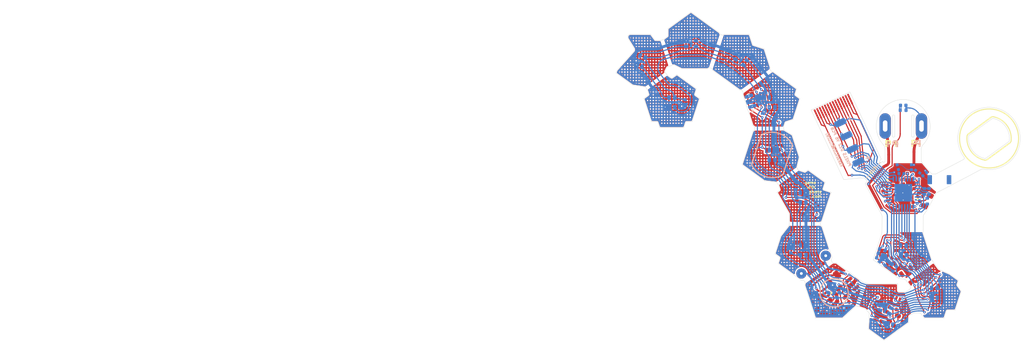
<source format=kicad_pcb>
(kicad_pcb (version 20241229) (generator "pcbnew") (generator_version "9.0")
  (title_block (title "D12V5") (date "2023-11-05") (rev "1") (company "Systemic Games, LLC"))
  (layers (0 "F.Cu" signal) (2 "B.Cu" signal) (13 "F.Paste" user) (15 "B.Paste" user) (5 "F.SilkS" user "F.Silkscreen") (7 "B.SilkS" user "B.Silkscreen") (1 "F.Mask" user) (3 "B.Mask" user) (25 "Edge.Cuts" user))
  (net 0 "")
  (net 2 "GND")
  (net 3 "VDD")
  (net 4 "VDC")
  (net 5 "VEE")
  (net 6 "Net-(L1-Pad2)")
  (net 7 "Net-(U1-DEC4)")
  (net 8 "+5V")
  (net 9 "/LED_EN")
  (net 10 "Net-(U1-XC2)")
  (net 11 "Net-(U1-DEC1)")
  (net 12 "Net-(U1-XC1)")
  (net 13 "Net-(U1-DEC3)")
  (net 14 "Net-(D1B-K1A2)")
  (net 15 "Net-(D1A-K3A4)")
  (net 16 "/ANTENNA")
  (net 17 "RXI")
  (net 18 "TXO")
  (net 19 "SWO")
  (net 20 "RESET")
  (net 21 "SWDCLK")
  (net 22 "SWDIO")
  (net 23 "Net-(D2-DOUT)")
  (net 24 "/LED_DATA")
  (net 25 "+BATT")
  (net 26 "/STATS")
  (net 27 "/5V_SENSE")
  (net 28 "/VBAT_SENSE")
  (net 29 "/Power Supply/MAG1_")
  (net 30 "Net-(D3-DOUT)")
  (net 31 "/LED_RETURN")
  (net 32 "/Power Supply/LED_EN_OUT")
  (net 33 "Net-(D4-DOUT)")
  (net 34 "Net-(D5-DOUT)")
  (net 35 "Net-(D6-DOUT)")
  (net 36 "Net-(D7-DOUT)")
  (net 37 "Net-(D8-DOUT)")
  (net 38 "Net-(D10-DIN)")
  (net 39 "Net-(D10-DOUT)")
  (net 40 "Net-(D11-DOUT)")
  (net 41 "Net-(D12-DOUT)")
  (net 42 "Net-(U1-DCC)")
  (net 43 "Net-(U6-SET)")
  (net 44 "/SCL")
  (net 45 "/SDA")
  (net 46 "/ACC_INT")
  (net 47 "Net-(U1-P0.28{slash}AIN4)")
  (net 48 "/BATT_NTC")
  (net 51 "/ANT_NRF")
  (net 52 "/ANT_50")
  (net 53 "/NTC_ID_VDD")
  (net 54 "/PROG")
  (footprint "Pixels-dice:SOT-353_SC-70-5" (layer "F.Cu") (at 157.6 128.496903 -110)
    (property "Reference" "U7")
    (property "Value" "SN74LVC1G08" (hide yes))
  )
  (footprint "Package_TO_SOT_SMD:SOT-23-5" (layer "F.Cu") (at 149.32 125.856903 -140)
    (property "Reference" "U5" (hide yes))
    (property "Value" "MCP73832T-2ACI/OT")
  )
  (footprint "Pixels-dice:SOT-23" (layer "F.Cu") (at 136.15 102.546903 90)
    (property "Reference" "U8" (hide yes))
    (property "Value" "VCS2373S")
  )
  (footprint "Pixels-dice:SOT-23-5" (layer "F.Cu") (at 156.83 131.276903 -20)
    (property "Reference" "U6")
    (property "Value" "MT9700" (hide yes))
  )
  (footprint "Pixels-dice:R_0402_1005Metric" (layer "F.Cu") (at 154.246428 131.021657 70)
    (property "Reference" "R3")
    (property "Value" "10k 5%")
  )
  (footprint "Pixels-dice:C_0402_1005Metric" (layer "F.Cu") (at 159.39 105.66 180)
    (property "Reference" "C7")
    (property "Value" "100pF NP0 10V 5%")
  )
  (footprint "Inductor_SMD:L_0805_2012Metric" (layer "F.Cu") (at 163.38 110.46 62)
    (property "Reference" "L1")
    (property "Value" "10uH 100mA 20%")
  )
  (footprint "Pixels-dice:C_0402_1005Metric" (layer "F.Cu") (at 159.38 106.766903 180)
    (property "Reference" "C5")
    (property "Value" "8pF 10V 10%")
  )
  (footprint "Pixels-dice:C_0402_1005Metric" (layer "F.Cu") (at 160.35 111.506903 180)
    (property "Reference" "C3")
    (property "Value" "0.1uF 10V 20%")
  )
  (footprint "Pixels-dice:C_0402_1005Metric" (layer "F.Cu") (at 161.05 107.83 -90)
    (property "Reference" "C2")
    (property "Value" "8pF 10V 10%")
  )
  (footprint "Pixels-dice:C_0402_1005Metric" (layer "F.Cu") (at 158.64 111.496903)
    (property "Reference" "C10")
    (property "Value" "0.1uF 10V 20%")
  )
  (footprint "Pixels-dice:C_0402_1005Metric" (layer "F.Cu") (at 156.69 120.866903 -145)
    (property "Reference" "C18")
    (property "Value" "4.7uF 10V 20%")
  )
  (footprint "Pixels-dice:R_0402_1005Metric" (layer "F.Cu") (at 146.9 126.496903 -50)
    (property "Reference" "R4")
    (property "Value" "18k 1%")
  )
  (footprint "Pixels-dice:SOT-23-5" (layer "F.Cu") (at 159.040716 121.970943 125)
    (property "Reference" "U4")
    (property "Value" "ME6215" (hide yes))
  )
  (footprint "Pixels-dice:C_0402_1005Metric" (layer "F.Cu") (at 160.36 110.736903 180)
    (property "Reference" "C4")
    (property "Value" "4.7uF 10V 20%")
  )
  (footprint "Pixels-dice:R_0402_1005Metric" (layer "F.Cu") (at 150 127.976903 40)
    (property "Reference" "R6")
    (property "Value" "18k 1%")
  )
  (footprint "Capacitor_SMD:C_0603_1608Metric" (layer "F.Cu") (at 144.66 130.046903 -30)
    (property "Reference" "C13" (hide yes))
    (property "Value" "4.7uF 25V 20%")
  )
  (footprint "Package_TO_SOT_SMD:SOT-363_SC-70-6" (layer "F.Cu") (at 144.79 127.276903 -140)
    (property "Reference" "D1")
    (property "Value" "BAV99S")
  )
  (footprint "Capacitor_SMD:C_0603_1608Metric" (layer "F.Cu") (at 148.85 129.9 -137)
    (property "Reference" "C15")
    (property "Value" "22uF 10V 20%")
  )
  (footprint "Inductor_SMD:L_0402_1005Metric" (layer "F.Cu") (at 162.33 110.11 60)
    (property "Reference" "L2")
    (property "Value" "15nH 100mA 5%")
  )
  (footprint "Pixels-dice:C_0402_1005Metric" (layer "F.Cu") (at 161.93 109.31 60)
    (property "Reference" "C1")
    (property "Value" "4.7uF 10V 20%")
  )
  (footprint "Pixels-dice:Crystal_SMD_2016-4Pin_2.0x1.6mm" (layer "F.Cu") (at 159.61 108.37 90)
    (property "Reference" "Y1")
    (property "Value" "32MHz 40ppm")
  )
  (footprint "Pixels-dice:R_0402_1005Metric" (layer "F.Cu") (at 156.8 107.75)
    (property "Reference" "R12")
    (property "Value" "2.7k 5%")
  )
  (footprint "Pixels-dice:R_0402_1005Metric" (layer "F.Cu") (at 155.58 108.25 -90)
    (property "Reference" "R16")
    (property "Value" "2.7k 5%")
  )
  (footprint "Package_LGA:LGA-12_2x2mm_P0.5mm" (layer "F.Cu") (at 157.04 109.2)
    (property "Reference" "U2")
    (property "Value" "KXTJ3-1057")
  )
  (footprint "Pixels-dice:SOT-23" (layer "F.Cu") (at 146.92 128.76 -50)
    (property "Reference" "U3" (hide yes))
    (property "Value" "PJ75BL50SA")
  )
  (footprint "Capacitor_SMD:C_0805_2012Metric" (layer "F.Cu") (at 146.75 124.106903 40)
    (property "Reference" "C19" (hide yes))
    (property "Value" "12nF 50V 5% NP0")
  )
  (footprint "Pixels-dice:C_0402_1005Metric" (layer "F.Cu") (at 154.84621 129.41307 -110)
    (property "Reference" "C24")
    (property "Value" "0.1uF 10V 20%")
  )
  (footprint "Pixels-dice:FPC_14" (layer "F.Cu") (at 143.897201 95.286906 25)
    (property "Reference" "J1")
    (property "Value" "Conn_01x14")
  )
  (footprint "Pixels-dice:TX1812Z_2020" (layer "B.Cu") (at 146.96 126.686903 60)
    (property "Reference" "D5")
    (property "Value" "TX1812Z_2020")
  )
  (footprint "Pixels-dice:TX1812Z_2020" (layer "B.Cu") (at 156.025902 129.556903 70)
    (property "Reference" "D4")
    (property "Value" "TX1812Z_2020")
  )
  (footprint "Pixels-dice:TX1812Z_2020" (layer "B.Cu") (at 141.51 119.176903)
    (property "Reference" "D6")
    (property "Value" "TX1812Z_2020")
  )
  (footprint "Pixels-dice:C_0402_1005Metric" (layer "B.Cu") (at 156.8 132.216903 180)
    (property "Reference" "C16")
    (property "Value" "10uF 10V 20%")
  )
  (footprint "Pixels-dice:TX1812Z_2020" (layer "B.Cu") (at 159.16 119.176903 180)
    (property "Reference" "D2")
    (property "Value" "TX1812Z_2020")
  )
  (footprint "Pixels-dice:TX1812Z_2020" (layer "B.Cu") (at 141.51 109.896903)
    (property "Reference" "D7")
    (property "Value" "TX1812Z_2020")
  )
  (footprint "Pixels-dice:TX1812Z_2020" (layer "B.Cu") (at 118.41 93.116903 180)
    (property "Reference" "D13")
    (property "Value" "TX1812Z_2020")
  )
  (footprint "Pixels-dice:TX1812Z_2020" (layer "B.Cu") (at 112.95 85.842805 160)
    (property "Reference" "D12")
    (property "Value" "TX1812Z_2020")
  )
  (footprint "Pixels-dice:TX1812Z_2020" (layer "B.Cu") (at 136.06 93.116903)
    (property "Reference" "D9")
    (property "Value" "TX1812Z_2020")
  )
  (footprint "Pixels-dice:TX1812Z_2020" (layer "B.Cu") (at 136.05 102.396903)
    (property "Reference" "D8")
    (property "Value" "TX1812Z_2020")
  )
  (footprint "Pixels-dice:TestPoint_THTPad_D1.5mm_Drill0.7mm_nosilk" (layer "B.Cu") (at 145.49 120.146903 150)
    (property "Reference" "P6" (hide yes))
    (property "Value" "COILB")
  )
  (footprint "Pixels-dice:C_0402_1005Metric" (layer "B.Cu") (at 159.129997 93.646902)
    (property "Reference" "C6")
    (property "Value" "DNP")
  )
  (footprint "Pixels-dice:TestPoint_THTPad_D1.5mm_Drill0.7mm_nosilk" (layer "B.Cu") (at 141.2 123.286903 150)
    (property "Reference" "P5" (hide yes))
    (property "Value" "COILA")
  )
  (footprint "Pixels-dice:TX1812Z_2020" (layer "B.Cu") (at 121.78 82.736903 90)
    (property "Reference" "D11")
    (property "Value" "TX1812Z_2020")
  )
  (footprint "Pixels-dice:R_0402_1005Metric" (layer "B.Cu") (at 163.67 108.81 90)
    (property "Reference" "R10")
    (property "Value" "100k 1%")
  )
  (footprint "Package_DFN_QFN:QFN-32-1EP_5x5mm_P0.5mm_EP3.1x3.1mm" (layer "B.Cu") (at 159.15 109.046903 90)
    (property "Reference" "U1")
    (property "Value" "N52810_QFN32")
  )
  (footprint "Pixels-dice:0402_RF" (layer "B.Cu") (at 158.82 105.656903 -1)
    (property "Reference" "C8")
    (property "Value" "0.8pF 10V 5% C0G")
  )
  (footprint "Pixels-dice:C_0402_1005Metric" (layer "B.Cu") (at 139.34 119.176903 90)
    (property "Reference" "C23")
    (property "Value" "0.1uF 10V 20%")
  )
  (footprint "Pixels-dice:TX1812Z_2020" (layer "B.Cu") (at 164.62 126.686903 180)
    (property "Reference" "D3")
    (property "Value" "TX1812Z_2020")
  )
  (footprint "Pixels-dice:C_0402_1005Metric" (layer "B.Cu") (at 120.73 93.136903 -90)
    (property "Reference" "C9")
    (property "Value" "10uF 10V 20%")
  )
  (footprint "Resistor_SMD:R_0402_1005Metric" (layer "B.Cu") (at 163.36 110.52 90)
    (property "Reference" "R9")
    (property "Value" "180k 1%")
  )
  (footprint "Pixels-dice:Hongjie 10100 Connector" (layer "B.Cu") (at 159.15 97.276903)
    (property "Reference" "J3")
    (property "Value" "Conn_01x02")
  )
  (footprint "Pixels-dice:TX1812Z_2020" (layer "B.Cu") (at 130.6 85.616903 55)
    (property "Reference" "D10")
    (property "Value" "TX1812Z_2020")
  )
  (footprint "Pixels-dice:C_0402_1005Metric" (layer "B.Cu") (at 155.2 119.876903 -18)
    (property "Reference" "C21")
    (property "Value" "10nF 25V 10%")
  )
  (footprint "Pixels-dice:R_0402_1005Metric" (layer "B.Cu") (at 157.59761 122.444049 -126)
    (property "Reference" "R7")
    (property "Value" "4.02M 1%")
  )
  (footprint "Pixels-dice:R_0402_1005Metric" (layer "B.Cu") (at 154.946606 120.656768 162)
    (property "Reference" "R2")
    (property "Value" "4.02M 1%")
  )
  (footprint "Pixels-dice:R_0402_1005Metric" (layer "B.Cu") (at 156.94 121.946903 54)
    (property "Reference" "R8")
    (property "Value" "10M 1%")
  )
  (footprint "Pixels-dice:R_0402_1005Metric" (layer "B.Cu") (at 155.456484 119.087525 162)
    (property "Reference" "R1")
    (property "Value" "4.02M 1%")
  )
  (footprint "Pixels-dice:C_0402_1005Metric" (layer "B.Cu") (at 156.256761 121.475221 54)
    (property "Reference" "C22")
    (property "Value" "10nF 25V 10%")
  )
  (footprint "Pixels-dice:0402_RF" (layer "B.Cu") (at 162.93 105.776903 40)
    (property "Reference" "C11")
    (property "Value" "DNP")
  )
  (footprint "Pixels-dice:0402_RF" (layer "B.Cu") (at 158.18 104.536903 105)
    (property "Reference" "L5")
    (property "Value" "3.9nH 5%")
  )
  (footprint "Pixels-dice:R_0402_1005Metric" (layer "B.Cu") (at 162.87 108.81 -90)
    (property "Reference" "R5")
    (property "Value" "100k 1%")
  )
  (footprint "Pixels-dice:0402_RF" (layer "B.Cu") (at 160.58 104.556903 90)
    (property "Reference" "C12")
    (property "Value" "DNP")
  )
  (footprint "Pixels-dice:CHIP_ANT" (layer "B.Cu") (at 163.799999 106.736904 90)
    (property "Reference" "AE1")
    (property "Value" "Antenna_Chip" (hide yes))
  )
  (footprint "Pixels-dice:R_0402_1005Metric" (layer "B.Cu") (at 159.12 94.486903)
    (property "Reference" "TH1")
    (property "Value" "NTC 100k @ 25C")
  )
  (footprint "Pixels-dice:FPC-POGO-4" (layer "B.Cu") (at 149.664438 100.153932 115)
    (property "Reference" "J2")
    (property "Value" "Conn_01x04")
  )
  (footprint "Package_TO_SOT_SMD:SOT-23" (layer "B.Cu") (at 133.15 92.62 18)
    (property "Reference" "U8-alt1" (hide yes))
    (property "Value" "VCS2373S")
  )
  (footprint "Pixels-dice:0402_RF" (layer "B.Cu") (at 161.67 105.316903 -33)
    (property "Reference" "L3")
    (property "Value" "0 Ohm")
  )
  (gr_line (start 173.89213 103.212184) (end 177.92447 100.248359) (stroke (width 0.2)) (layer "F.SilkS"))
  (gr_curve (pts (xy 175.630409 104.485685) (xy 178.399074 103.722676) (xy 180.024981 100.859688) (xy 179.261972 98.091021)) (stroke (width 0.2)) (layer "F.SilkS"))
  (gr_curve (pts (xy 172.867753 94.459336) (xy 170.099086 95.222345) (xy 168.473182 98.085335) (xy 169.236191 100.853999)) (stroke (width 0.2)) (layer "F.SilkS"))
  (gr_curve (pts (xy 177.924913 100.248235) (xy 178.037591 100.165416) (xy 178.110438 100.039193) (xy 178.125775 99.900195)) (stroke (width 0.2)) (layer "F.SilkS"))
  (gr_curve (pts (xy 175.00369 95.646316) (xy 174.866225 95.6192) (xy 174.723694 95.651002) (xy 174.610796 95.733984)) (stroke (width 0.2)) (layer "F.SilkS"))
  (gr_curve (pts (xy 170.372171 99.050757) (xy 170.153132 101.064625) (xy 171.512394 102.910905) (xy 173.500444 103.299878)) (stroke (width 0.2)) (layer "F.SilkS"))
  (gr_curve (pts (xy 178.125775 99.900195) (xy 178.347956 97.886669) (xy 176.991578 96.038272) (xy 175.004136 95.646194)) (stroke (width 0.2)) (layer "F.SilkS"))
  (gr_circle (center 161.66 110.156903) (end 161.766301 110.156903) (stroke (width 0.15)) (fill yes) (layer "F.SilkS"))
  (gr_line (start 174.610796 95.733984) (end 170.572669 98.702062) (stroke (width 0.2)) (layer "F.SilkS"))
  (gr_line (start 177.924913 100.248235) (end 173.892576 103.21206) (stroke (width 0.2)) (layer "F.SilkS"))
  (gr_curve (pts (xy 179.262417 98.090898) (xy 178.499407 95.322232) (xy 175.636419 93.696326) (xy 172.867753 94.459336)) (stroke (width 0.2)) (layer "F.SilkS"))
  (gr_circle (center 146.47 126.726903) (end 146.576301 126.726903) (stroke (width 0.15)) (fill yes) (layer "F.SilkS"))
  (gr_line (start 170.573118 98.701939) (end 174.611239 95.733859) (stroke (width 0.2)) (layer "F.SilkS"))
  (gr_circle (center 156.31 106.77) (end 156.416301 106.77) (stroke (width 0.15)) (fill yes) (layer "F.SilkS"))
  (gr_curve (pts (xy 169.235744 100.854122) (xy 169.998755 103.62279) (xy 172.861744 105.248697) (xy 175.630409 104.485685)) (stroke (width 0.2)) (layer "F.SilkS"))
  (gr_curve (pts (xy 173.5 103.3) (xy 173.637238 103.326854) (xy 173.779451 103.295004) (xy 173.89213 103.212184)) (stroke (width 0.2)) (layer "F.SilkS"))
  (gr_curve (pts (xy 170.572669 98.702062) (xy 170.459773 98.785042) (xy 170.386874 98.911588) (xy 170.371725 99.050877)) (stroke (width 0.2)) (layer "F.SilkS"))
  (gr_curve (pts (xy 132.548826 104.342538) (xy 132.466505 104.196304) (xy 132.449188 104.022283) (xy 132.501075 103.862708)) (stroke (width 0.2)) (layer "B.SilkS"))
  (gr_curve (pts (xy 138.015761 105.659422) (xy 137.963783 105.819316) (xy 137.847083 105.950062) (xy 137.694109 106.019821)) (stroke (width 0.2)) (layer "B.SilkS"))
  (gr_curve (pts (xy 137.694109 106.019821) (xy 135.803694 106.881867) (xy 133.568025 106.153074) (xy 132.548826 104.342538)) (stroke (width 0.2)) (layer "B.SilkS"))
  (gr_line (start 132.501075 103.862708) (end 134.048385 99.103512) (stroke (width 0.2)) (layer "B.SilkS"))
  (gr_circle (center 146.96 126.686903) (end 149.46 126.686903) (stroke (width 0.2)) (fill no) (layer "B.SilkS"))
  (gr_curve (pts (xy 134.048385 99.103512) (xy 134.100275 98.94393) (xy 134.216615 98.81336) (xy 134.369189 98.7435)) (stroke (width 0.2)) (layer "B.SilkS"))
  (gr_curve (pts (xy 139.517083 100.412753) (xy 139.59979 100.559137) (xy 139.617281 100.733512) (xy 139.565293 100.893408)) (stroke (width 0.2)) (layer "B.SilkS"))
  (gr_curve (pts (xy 134.369189 98.7435) (xy 136.258263 97.878509) (xy 138.495064 98.603812) (xy 139.517083 100.412753)) (stroke (width 0.2)) (layer "B.SilkS"))
  (gr_line (start 139.565293 100.893408) (end 138.015761 105.659422) (stroke (width 0.2)) (layer "B.SilkS"))
  (gr_line (start 167.001202 129.724) (end 168.288 129.725) (stroke (width 0.05)) (layer "Edge.Cuts"))
  (gr_line (start 152.442 107.444) (end 155.354245 112.965601) (stroke (width 0.05)) (layer "Edge.Cuts"))
  (gr_arc (start 160.548781 130.451936) (mid 160.616967 130.409793) (end 160.691007 130.379102) (stroke (width 0.05)) (layer "Edge.Cuts"))
  (gr_arc (start 118.66938 86.508193) (mid 118.746794 86.499062) (end 118.826181 86.522481) (stroke (width 0.05)) (layer "Edge.Cuts"))
  (gr_line (start 157.238002 95.516639) (end 157.242002 99.067222) (stroke (width 0.05)) (layer "Edge.Cuts"))
  (gr_arc (start 155.38863 116.064775) (mid 155.382146 116.141047) (end 155.364094 116.215412) (stroke (width 0.05)) (layer "Edge.Cuts"))
  (gr_arc (start 169.854823 102.794028) (mid 169.899615 102.999501) (end 169.77173 103.166518) (stroke (width 0.05)) (layer "Edge.Cuts"))
  (gr_line (start 145.037932 108.30514) (end 145.396 107.205) (stroke (width 0.05)) (layer "Edge.Cuts"))
  (gr_line (start 118.66938 86.508193) (end 117.647149 86.839896) (stroke (width 0.05)) (layer "Edge.Cuts"))
  (gr_line (start 125.494 87.233412) (end 125.561 87.4403) (stroke (width 0.05)) (layer "Edge.Cuts"))
  (gr_arc (start 144.625247 114.844571) (mid 144.56475 114.773654) (end 144.543 114.684896) (stroke (width 0.05)) (layer "Edge.Cuts"))
  (gr_arc (start 138.12312 97.974238) (mid 138.087808 97.937788) (end 138.07501 97.885491) (stroke (width 0.05)) (layer "Edge.Cuts"))
  (gr_line (start 160.097 131.915) (end 160.123695 130.927272) (stroke (width 0.05)) (layer "Edge.Cuts"))
  (gr_line (start 117.53293 88.242251) (end 117.21412 87.803028) (stroke (width 0.05)) (layer "Edge.Cuts"))
  (gr_line (start 114.665 81.1102) (end 111.12385 81.108797) (stroke (width 0.05)) (layer "Edge.Cuts"))
  (gr_arc (start 127.45461 81.209103) (mid 127.368165 81.244916) (end 127.269626 81.23574) (stroke (width 0.05)) (layer "Edge.Cuts"))
  (gr_line (start 118.826181 86.522481) (end 120.069641 87.156667) (stroke (width 0.05)) (layer "Edge.Cuts"))
  (gr_arc (start 137.13242 107.577387) (mid 137.148781 107.604129) (end 137.160754 107.633091) (stroke (width 0.05)) (layer "Edge.Cuts"))
  (gr_line (start 137.413959 120.603127) (end 137.114 121.525) (stroke (width 0.05)) (layer "Edge.Cuts"))
  (gr_line (start 152.513212 129.571731) (end 153.072 130.186) (stroke (width 0.05)) (layer "Edge.Cuts"))
  (gr_line (start 125.561 87.4403) (end 130.373 90.9387) (stroke (width 0.05)) (layer "Edge.Cuts"))
  (gr_line (start 114.247754 91.878215) (end 113.47 92.4438) (stroke (width 0.05)) (layer "Edge.Cuts"))
  (gr_line (start 155.26 103.09) (end 149.746 91.2667) (stroke (width 0.05)) (layer "Edge.Cuts"))
  (gr_line (start 138.07501 97.885491) (end 138.076 97.5675) (stroke (width 0.05)) (layer "Edge.Cuts"))
  (gr_line (start 144.843 115.003) (end 144.625247 114.844571) (stroke (width 0.05)) (layer "Edge.Cuts"))
  (gr_arc (start 141.924532 105.366719) (mid 141.838282 105.402465) (end 141.733937 105.391087) (stroke (width 0.05)) (layer "Edge.Cuts"))
  (gr_arc (start 155.9275 103.474983) (mid 155.86931 103.616236) (end 155.712864 103.675) (stroke (width 0.05)) (layer "Edge.Cuts"))
  (gr_line (start 152.043224 124.80049) (end 152.795543 125.045427) (stroke (width 0.05)) (layer "Edge.Cuts"))
  (gr_line (start 110.706198 81.873219) (end 111.748814 83.548001) (stroke (width 0.05)) (layer "Edge.Cuts"))
  (gr_line (start 117.72 80.1231) (end 117.72 81.363482) (stroke (width 0.05)) (layer "Edge.Cuts"))
  (gr_arc (start 164.890361 109.182873) (mid 164.95 109.1) (end 165.033405 109.041106) (stroke (width 0.05)) (layer "Edge.Cuts"))
  (gr_arc (start 152.9504 125.07) (mid 152.872 125.06382) (end 152.795543 125.045427) (stroke (width 0.05)) (layer "Edge.Cuts"))
  (gr_arc (start 161.042004 99.061474) (mid 160.842162 99.261718) (end 160.641996 99.061925) (stroke (width 0.05)) (layer "Edge.Cuts"))
  (gr_line (start 143.673 131.145) (end 148.451 131.147) (stroke (width 0.05)) (layer "Edge.Cuts"))
  (gr_arc (start 160.638 95.512025) (mid 160.837772 95.311808) (end 161.038003 95.511557) (stroke (width 0.05)) (layer "Edge.Cuts"))
  (gr_line (start 132.609824 82.908618) (end 132.029 81.1175) (stroke (width 0.05)) (layer "Edge.Cuts"))
  (gr_line (start 122.445519 91.638174) (end 122.741 90.7292) (stroke (width 0.05)) (layer "Edge.Cuts"))
  (gr_arc (start 130.582564 90.938767) (mid 130.673723 90.960797) (end 130.746911 91.024861) (stroke (width 0.05)) (layer "Edge.Cuts"))
  (gr_line (start 168.85 124.507) (end 167.2985 123.379) (stroke (width 0.05)) (layer "Edge.Cuts"))
  (gr_arc (start 174.946976 95.94132) (mid 177.146836 97.352483) (end 177.812345 99.879919) (stroke (width 0.05)) (layer "Edge.Cuts"))
  (gr_line (start 136.916 108.977) (end 139.061 112.737) (stroke (width 0.05)) (layer "Edge.Cuts"))
  (gr_arc (start 164.887049 105.728263) (mid 164.831723 105.749365) (end 164.772857 105.756841) (stroke (width 0.05)) (layer "Edge.Cuts"))
  (gr_arc (start 162.640793 113.252401) (mid 162.663207 113.105456) (end 162.730597 112.967589) (stroke (width 0.05)) (layer "Edge.Cuts"))
  (gr_line (start 160.251064 130.670748) (end 160.548781 130.451936) (stroke (width 0.05)) (layer "Edge.Cuts"))
  (gr_line (start 171.079303 105.868928) (end 172.862574 104.919072) (stroke (width 0.05)) (layer "Edge.Cuts"))
  (gr_arc (start 115.759 96.5064) (mid 115.876514 96.544638) (end 115.95044 96.649011) (stroke (width 0.05)) (layer "Edge.Cuts"))
  (gr_arc (start 132.88361 97.341493) (mid 132.944329 97.412498) (end 132.966146 97.50117) (stroke (width 0.05)) (layer "Edge.Cuts"))
  (gr_arc (start 139.06 114.7067) (mid 139.049264 114.771333) (end 139.018176 114.829051) (stroke (width 0.05)) (layer "Edge.Cuts"))
  (gr_line (start 132.966031 97.88566) (end 132.966146 97.50117) (stroke (width 0.05)) (layer "Edge.Cuts"))
  (gr_line (start 141.694593 124.570882) (end 141.866216 124.836519) (stroke (width 0.05)) (layer "Edge.Cuts"))
  (gr_line (start 141.785 125.323) (end 143.673 131.145) (stroke (width 0.05)) (layer "Edge.Cuts"))
  (gr_line (start 160.21059 126.127279) (end 159.922797 126.334962) (stroke (width 0.05)) (layer "Edge.Cuts"))
  (gr_line (start 117.637559 81.515519) (end 116.947731 82.015742) (stroke (width 0.05)) (layer "Edge.Cuts"))
  (gr_arc (start 161.014988 130.274269) (mid 161.090963 130.256107) (end 161.1719 130.25) (stroke (width 0.05)) (layer "Edge.Cuts"))
  (gr_line (start 144.8 114.09) (end 145.193 112.882) (stroke (width 0.05)) (layer "Edge.Cuts"))
  (gr_line (start 141.887079 125.011208) (end 141.785 125.323) (stroke (width 0.05)) (layer "Edge.Cuts"))
  (gr_line (start 161.1719 130.25) (end 162.013397 130.25) (stroke (width 0.05)) (layer "Edge.Cuts"))
  (gr_arc (start 137.34087 120.37866) (mid 137.41382 120.479128) (end 137.413774 120.603067) (stroke (width 0.05)) (layer "Edge.Cuts"))
  (gr_arc (start 159.922797 126.334962) (mid 159.85622 126.375515) (end 159.786325 126.404512) (stroke (width 0.05)) (layer "Edge.Cuts"))
  (gr_line (start 155.712864 103.675) (end 155.632 103.675) (stroke (width 0.05)) (layer "Edge.Cuts"))
  (gr_arc (start 173.518871 102.998264) (mid 171.32125 101.583655) (end 170.65977 99.055208) (stroke (width 0.05)) (layer "Edge.Cuts"))
  (gr_line (start 120.521 97.5655) (end 120.823706 96.632173) (stroke (width 0.05)) (layer "Edge.Cuts"))
  (gr_arc (start 170.658991 99.055191) (mid 170.684971 98.977275) (end 170.740075 98.916416) (stroke (width 0.05)) (layer "Edge.Cuts"))
  (gr_line (start 135.746 87.0159) (end 134.663 83.6762) (stroke (width 0.05)) (layer "Edge.Cuts"))
  (gr_line (start 155.364094 116.215412) (end 153.849 120.868) (stroke (width 0.05)) (layer "Edge.Cuts"))
  (gr_line (start 136.77035 107.188192) (end 134.703139 106.945515) (stroke (width 0.05)) (layer "Edge.Cuts"))
  (gr_line (start 164.773 105.757) (end 164.30611 105.760999) (stroke (width 0.05)) (layer "Edge.Cuts"))
  (gr_line (start 137.13242 107.577387) (end 136.907088 107.26676) (stroke (width 0.05)) (layer "Edge.Cuts"))
  (gr_line (start 122.741 90.7292) (end 119.286 88.2168) (stroke (width 0.05)) (layer "Edge.Cuts"))
  (gr_arc (start 162.370911 103.625323) (mid 162.344098 103.575503) (end 162.332 103.495165) (stroke (width 0.05)) (layer "Edge.Cuts"))
  (gr_arc (start 162.659586 116.224755) (mid 162.641223 116.148022) (end 162.635159 116.069383) (stroke (width 0.05)) (layer "Edge.Cuts"))
  (gr_arc (start 165.480321 122.590141) (mid 165.366432 122.521459) (end 165.274687 122.425194) (stroke (width 0.05)) (layer "Edge.Cuts"))
  (gr_line (start 137.572617 116.697217) (end 136.56 119.811) (stroke (width 0.05)) (layer "Edge.Cuts"))
  (gr_line (start 152.999 133.076) (end 155.746 135.073) (stroke (width 0.05)) (layer "Edge.Cuts"))
  (gr_line (start 148.451 131.147) (end 150.790906 129.020183) (stroke (width 0.05)) (layer "Edge.Cuts"))
  (gr_arc (start 141.866216 124.836519) (mid 141.896603 124.919467) (end 141.887079 125.011208) (stroke (width 0.05)) (layer "Edge.Cuts"))
  (gr_arc (start 164.231619 120.989184) (mid 164.190566 120.922166) (end 164.160521 120.849574) (stroke (width 0.05)) (layer "Edge.Cuts"))
  (gr_line (start 165.480321 122.590141) (end 167.2985 123.379) (stroke (width 0.05)) (layer "Edge.Cuts"))
  (gr_line (start 153.849 120.868) (end 158.361644 124.149108) (stroke (width 0.05)) (layer "Edge.Cuts"))
  (gr_line (start 116.891772 82.044165) (end 116.464717 82.182125) (stroke (width 0.05)) (layer "Edge.Cuts"))
  (gr_arc (start 117.72 81.363482) (mid 117.698647 81.443876) (end 117.637559 81.515519) (stroke (width 0.05)) (layer "Edge.Cuts"))
  (gr_line (start 115.383048 82.098456) (end 114.665 81.1102) (stroke (width 0.05)) (layer "Edge.Cuts"))
  (gr_arc (start 132.966031 97.88566) (mid 132.94422 97.976397) (end 132.883604 98.047355) (stroke (width 0.05)) (layer "Edge.Cuts"))
  (gr_line (start 170.74007 98.916409) (end 174.801126 95.967481) (stroke (width 0.05)) (layer "Edge.Cuts"))
  (gr_line (start 132.029 81.1175) (end 127.583 81.1157) (stroke (width 0.05)) (layer "Edge.Cuts"))
  (gr_arc (start 153.071917 130.185982) (mid 153.132756 130.2875) (end 153.147936 130.423949) (stroke (width 0.05)) (layer "Edge.Cuts"))
  (gr_line (start 113.47 92.4438) (end 114.788 96.5064) (stroke (width 0.05)) (layer "Edge.Cuts"))
  (gr_arc (start 146.491298 121.053207) (mid 146.461928 120.977058) (end 146.466263 120.892145) (stroke (width 0.05)) (layer "Edge.Cuts"))
  (gr_line (start 157.641998 99.062578) (end 157.638 95.5148) (stroke (width 0.05)) (layer "Edge.Cuts"))
  (gr_line (start 160.322814 125.428274) (end 159.561285 124.378015) (stroke (width 0.05)) (layer "Edge.Cuts"))
  (gr_line (start 150.889 128.999) (end 152.378 129.482) (stroke (width 0.05)) (layer "Edge.Cuts"))
  (gr_arc (start 115.552156 82.191788) (mid 115.461413 82.170066) (end 115.383048 82.098456) (stroke (width 0.05)) (layer "Edge.Cuts"))
  (gr_line (start 119.286 88.2168) (end 118.491924 88.793061) (stroke (width 0.05)) (layer "Edge.Cuts"))
  (gr_arc (start 157.641998 99.062578) (mid 157.442163 99.264926) (end 157.242002 99.067222) (stroke (width 0.05)) (layer "Edge.Cuts"))
  (gr_line (start 159.429283 124.299989) (end 158.361644 124.149108) (stroke (width 0.05)) (layer "Edge.Cuts"))
  (gr_line (start 132.883604 98.047355) (end 132.686 98.1909) (stroke (width 0.05)) (layer "Edge.Cuts"))
  (gr_line (start 142.398 105.024) (end 141.925 105.367) (stroke (width 0.05)) (layer "Edge.Cuts"))
  (gr_line (start 140.094335 91.64158) (end 140.389 90.7362) (stroke (width 0.05)) (layer "Edge.Cuts"))
  (gr_line (start 120.160517 87.178519) (end 124.718 87.1804) (stroke (width 0.05)) (layer "Edge.Cuts"))
  (gr_arc (start 172.862574 104.919072) (mid 173.023257 104.865937) (end 173.19248 104.869421) (stroke (width 0.05)) (layer "Edge.Cuts"))
  (gr_arc (start 114.325698 91.650411) (mid 114.325702 91.77435) (end 114.247754 91.878215) (stroke (width 0.05)) (layer "Edge.Cuts"))
  (gr_arc (start 113.675948 90.393724) (mid 113.750529 90.420518) (end 113.80673 90.47125) (stroke (width 0.05)) (layer "Edge.Cuts"))
  (gr_arc (start 122.514481 91.872786) (mid 122.441658 91.772674) (end 122.445519 91.638174) (stroke (width 0.05)) (layer "Edge.Cuts"))
  (gr_arc (start 136.77035 107.188192) (mid 136.848219 107.214288) (end 136.907088 107.26676) (stroke (width 0.05)) (layer "Edge.Cuts"))
  (gr_line (start 158.146 126.232983) (end 158.146 125.072) (stroke (width 0.05)) (layer "Edge.Cuts"))
  (gr_arc (start 155.354245 112.965601) (mid 155.397829 113.08069) (end 155.411973 113.202938) (stroke (width 0.05)) (layer "Edge.Cuts"))
  (gr_line (start 136.56 119.811) (end 137.341099 120.378346) (stroke (width 0.05)) (layer "Edge.Cuts"))
  (gr_line (start 162.635159 116.069383) (end 162.640793 113.252401) (stroke (width 0.05)) (layer "Edge.Cuts"))
  (gr_line (start 137.114 121.525) (end 141.175 124.474) (stroke (width 0.05)) (layer "Edge.Cuts"))
  (gr_line (start 134.663 83.6762) (end 132.738435 83.049491) (stroke (width 0.05)) (layer "Edge.Cuts"))
  (gr_line (start 114.03444 90.785024) (end 113.80673 90.47125) (stroke (width 0.05)) (layer "Edge.Cuts"))
  (gr_line (start 116.400833 82.1918) (end 115.553 82.1918) (stroke (width 0.05)) (layer "Edge.Cuts"))
  (gr_arc (start 152.37875 129.482441) (mid 152.448828 129.515753) (end 152.513212 129.571731) (stroke (width 0.05)) (layer "Edge.Cuts"))
  (gr_line (start 136.236 87.7167) (end 136.075924 87.716639) (stroke (width 0.05)) (layer "Edge.Cuts"))
  (gr_line (start 152.23 106.39) (end 148.644 106.72) (stroke (width 0.05)) (layer "Edge.Cuts"))
  (gr_line (start 168.63489 125.16985) (end 168.85 124.507) (stroke (width 0.05)) (layer "Edge.Cuts"))
  (gr_arc (start 136.075924 87.716639) (mid 135.985116 87.694807) (end 135.912112 87.631375) (stroke (width 0.05)) (layer "Edge.Cuts"))
  (gr_line (start 154.92 103.54) (end 155.26 103.09) (stroke (width 0.05)) (layer "Edge.Cuts"))
  (gr_arc (start 169.854823 102.794028) (mid 177.139448 94.80064) (end 173.192467 104.869496) (stroke (width 0.05)) (layer "Edge.Cuts"))
  (gr_arc (start 116.947731 82.015742) (mid 116.920865 82.032166) (end 116.891772 82.044165) (stroke (width 0.05)) (layer "Edge.Cuts"))
  (gr_line (start 111.697692 84.145446) (end 108.749 87.4551) (stroke (width 0.05)) (layer "Edge.Cuts"))
  (gr_line (start 164.231619 120.989184) (end 165.27467 122.425207) (stroke (width 0.05)) (layer "Edge.Cuts"))
  (gr_line (start 155.23 103.8) (end 154.92 103.54) (stroke (width 0.05)) (layer "Edge.Cuts"))
  (gr_arc (start 162.332286 101.29028) (mid 162.402027 100.923139) (end 162.601728 100.607264) (stroke (width 0.05)) (layer "Edge.Cuts"))
  (gr_line (start 164.108003 105.665956) (end 162.370911 103.625323) (stroke (width 0.05)) (layer "Edge.Cuts"))
  (gr_line (start 144.625782 114.216088) (end 144.8 114.09) (stroke (width 0.05)) (layer "Edge.Cuts"))
  (gr_line (start 162.243 130.374) (end 162.835 131.153) (stroke (width 0.05)) (layer "Edge.Cuts"))
  (gr_line (start 169.365 126.413) (end 168.662248 125.444945) (stroke (width 0.05)) (layer "Edge.Cuts"))
  (gr_line (start 108.561 87.9357) (end 111.504041 90.075214) (stroke (width 0.05)) (layer "Edge.Cuts"))
  (gr_line (start 117.199741 87.591102) (end 117.532475 86.938703) (stroke (width 0.05)) (layer "Edge.Cuts"))
  (gr_line (start 146.593 120.392) (end 144.843 115.003) (stroke (width 0.05)) (layer "Edge.Cuts"))
  (gr_arc (start 138.076 97.495896) (mid 138.0769 97.48861) (end 138.083469 97.465691) (stroke (width 0.05)) (layer "Edge.Cuts"))
  (gr_line (start 164.160521 120.849574) (end 162.659586 116.224755) (stroke (width 0.05)) (layer "Edge.Cuts"))
  (gr_arc (start 159.459091 126.510188) (mid 159.382008 126.528717) (end 159.303002 126.534829) (stroke (width 0.05)) (layer "Edge.Cuts"))
  (gr_arc (start 117.532475 86.938703) (mid 117.580819 86.877427) (end 117.647149 86.839896) (stroke (width 0.05)) (layer "Edge.Cuts"))
  (gr_line (start 149.746 91.2667) (end 142.922 94.449) (stroke (width 0.05)) (layer "Edge.Cuts"))
  (gr_line (start 113.675948 90.393724) (end 111.504041 90.075214) (stroke (width 0.05)) (layer "Edge.Cuts"))
  (gr_arc (start 144.543 114.3782) (mid 144.564901 114.287191) (end 144.625812 114.21613) (stroke (width 0.05)) (layer "Edge.Cuts"))
  (gr_arc (start 130.91783 91.262448) (mid 130.953103 91.34843) (end 130.944564 91.444525) (stroke (width 0.05)) (layer "Edge.Cuts"))
  (gr_line (start 155.928 101.320617) (end 155.928 103.474983) (stroke (width 0.05)) (layer "Edge.Cuts"))
  (gr_line (start 115.95044 96.649011) (end 116.249 97.5634) (stroke (width 0.05)) (layer "Edge.Cuts"))
  (gr_line (start 108.749 87.4551) (end 108.561 87.9357) (stroke (width 0.05)) (layer "Edge.Cuts"))
  (gr_line (start 114.062762 90.840644) (end 114.325857 91.650359) (stroke (width 0.05)) (layer "Edge.Cuts"))
  (gr_line (start 130.373 90.9387) (end 130.582564 90.938767) (stroke (width 0.05)) (layer "Edge.Cuts"))
  (gr_line (start 142.922 94.449) (end 148.644 106.72) (stroke (width 0.05)) (layer "Edge.Cuts"))
  (gr_line (start 127.583 81.1157) (end 127.45461 81.209103) (stroke (width 0.05)) (layer "Edge.Cuts"))
  (gr_arc (start 160.123695 130.927272) (mid 160.156164 130.779947) (end 160.251064 130.670748) (stroke (width 0.05)) (layer "Edge.Cuts"))
  (gr_line (start 159.791 126.403) (end 159.475 126.505) (stroke (width 0.05)) (layer "Edge.Cuts"))
  (gr_line (start 132.665 97.183) (end 132.88361 97.341493) (stroke (width 0.05)) (layer "Edge.Cuts"))
  (gr_arc (start 140.452514 104.693391) (mid 140.424719 104.619305) (end 140.428401 104.537737) (stroke (width 0.05)) (layer "Edge.Cuts"))
  (gr_line (start 139.06 114.275) (end 139.06 114.7067) (stroke (width 0.05)) (layer "Edge.Cuts"))
  (gr_line (start 135.691236 87.185253) (end 135.746 87.0159) (stroke (width 0.05)) (layer "Edge.Cuts"))
  (gr_arc (start 157.238002 95.516639) (mid 157.437774 95.315008) (end 157.638005 95.514801) (stroke (width 0.05)) (layer "Edge.Cuts"))
  (gr_line (start 160.691003 130.379087) (end 161.014988 130.274269) (stroke (width 0.05)) (layer "Edge.Cuts"))
  (gr_line (start 145.193 112.882) (end 146.462 108.981) (stroke (width 0.05)) (layer "Edge.Cuts"))
  (gr_arc (start 114.03444 90.785024) (mid 114.050788 90.811726) (end 114.062762 90.840644) (stroke (width 0.05)) (layer "Edge.Cuts"))
  (gr_arc (start 125.362825 87.103913) (mid 125.444189 87.152642) (end 125.494006 87.23341) (stroke (width 0.05)) (layer "Edge.Cuts"))
  (gr_line (start 140.856963 102.767595) (end 139.591 98.8638) (stroke (width 0.05)) (layer "Edge.Cuts"))
  (gr_arc (start 132.738435 83.049491) (mid 132.668367 83.00778) (end 132.609824 82.908618) (stroke (width 0.05)) (layer "Edge.Cuts"))
  (gr_line (start 121.977 96.5045) (end 123.299 92.442) (stroke (width 0.05)) (layer "Edge.Cuts"))
  (gr_line (start 158.146 125.072) (end 153.199 125.07) (stroke (width 0.05)) (layer "Edge.Cuts"))
  (gr_arc (start 168.662248 125.444945) (mid 168.617233 125.327839) (end 168.63489 125.16985) (stroke (width 0.05)) (layer "Edge.Cuts"))
  (gr_line (start 173.691605 102.952128) (end 177.730298 100.018972) (stroke (width 0.05)) (layer "Edge.Cuts"))
  (gr_arc (start 141.523 124.474) (mid 141.618729 124.498363) (end 141.694593 124.570882) (stroke (width 0.05)) (layer "Edge.Cuts"))
  (gr_line (start 116.249 97.5634) (end 120.521 97.5655) (stroke (width 0.05)) (layer "Edge.Cuts"))
  (gr_arc (start 138.340282 96.675202) (mid 138.388999 96.595598) (end 138.475527 96.544779) (stroke (width 0.05)) (layer "Edge.Cuts"))
  (gr_line (start 140.632561 104.982146) (end 140.452514 104.693391) (stroke (width 0.05)) (layer "Edge.Cuts"))
  (gr_line (start 140.428401 104.537737) (end 140.856963 102.767595) (stroke (width 0.05)) (layer "Edge.Cuts"))
  (gr_line (start 132.686 98.1909) (end 130.769 104.084) (stroke (width 0.05)) (layer "Edge.Cuts"))
  (gr_line (start 121.76 77.19) (end 117.72 80.1231) (stroke (width 0.05)) (layer "Edge.Cuts"))
  (gr_line (start 155.746 135.073) (end 160.097 131.915) (stroke (width 0.05)) (layer "Edge.Cuts"))
  (gr_line (start 139.749 96.1308) (end 140.947 92.4493) (stroke (width 0.05)) (layer "Edge.Cuts"))
  (gr_line (start 123.299 92.442) (end 122.514356 91.872958) (stroke (width 0.05)) (layer "Edge.Cuts"))
  (gr_arc (start 124.90296 87.045713) (mid 124.987889 87.010106) (end 125.076854 87.01543) (stroke (width 0.05)) (layer "Edge.Cuts"))
  (gr_line (start 141.175 124.474) (end 141.523 124.474) (stroke (width 0.05)) (layer "Edge.Cuts"))
  (gr_arc (start 116.464717 82.182125) (mid 116.434382 82.189363) (end 116.400833 82.1918) (stroke (width 0.05)) (layer "Edge.Cuts"))
  (gr_arc (start 140.159473 91.876663) (mid 140.089455 91.778474) (end 140.094335 91.64158) (stroke (width 0.05)) (layer "Edge.Cuts"))
  (gr_line (start 146.491298 121.053207) (end 146.658895 121.312613) (stroke (width 0.05)) (layer "Edge.Cuts"))
  (gr_line (start 165.033405 109.040129) (end 171.079303 105.868928) (stroke (width 0.05)) (layer "Edge.Cuts"))
  (gr_line (start 139.061 112.737) (end 139.06 114.275) (stroke (width 0.05)) (layer "Edge.Cuts"))
  (gr_arc (start 160.322814 125.428274) (mid 160.411713 125.80104) (end 160.210594 126.127286) (stroke (width 0.05)) (layer "Edge.Cuts"))
  (gr_line (start 162.730597 112.967589) (end 163.498324 111.843703) (stroke (width 0.05)) (layer "Edge.Cuts"))
  (gr_line (start 163.498324 111.843703) (end 164.890361 109.182873) (stroke (width 0.05)) (layer "Edge.Cuts"))
  (gr_line (start 160.638 95.512025) (end 160.641996 99.061925) (stroke (width 0.05)) (layer "Edge.Cuts"))
  (gr_arc (start 120.160517 87.178519) (mid 120.113779 87.17297) (end 120.069641 87.156667) (stroke (width 0.05)) (layer "Edge.Cuts"))
  (gr_arc (start 158.445976 126.53288) (mid 158.233834 126.444968) (end 158.146122 126.232983) (stroke (width 0.05)) (layer "Edge.Cuts"))
  (gr_arc (start 173.691605 102.952128) (mid 173.601121 102.998072) (end 173.518862 102.9986) (stroke (width 0.05)) (layer "Edge.Cuts"))
  (gr_line (start 130.874 91.6617) (end 132.665 97.183) (stroke (width 0.05)) (layer "Edge.Cuts"))
  (gr_line (start 118.265 88.7872) (end 117.578719 88.288586) (stroke (width 0.05)) (layer "Edge.Cuts"))
  (gr_arc (start 111.748577 83.548149) (mid 111.822307 83.855208) (end 111.697429 84.145211) (stroke (width 0.05)) (layer "Edge.Cuts"))
  (gr_line (start 159.303002 126.534829) (end 158.446 126.533) (stroke (width 0.05)) (layer "Edge.Cuts"))
  (gr_line (start 152.442 107.444) (end 152.84 106.967) (stroke (width 0.05)) (layer "Edge.Cuts"))
  (gr_arc (start 137.421847 108.439181) (mid 137.421836 108.562818) (end 137.349035 108.66276) (stroke (width 0.05)) (layer "Edge.Cuts"))
  (gr_arc (start 177.811397 99.879911) (mid 177.785447 99.957994) (end 177.730286 100.018955) (stroke (width 0.05)) (layer "Edge.Cuts"))
  (gr_arc (start 117.578719 88.288586) (mid 117.554775 88.268126) (end 117.53293 88.242251) (stroke (width 0.05)) (layer "Edge.Cuts"))
  (gr_line (start 139.591 98.8638) (end 138.12312 97.97424) (stroke (width 0.05)) (layer "Edge.Cuts"))
  (gr_arc (start 120.823706 96.632173) (mid 120.892182 96.543582) (end 121.018037 96.505392) (stroke (width 0.05)) (layer "Edge.Cuts"))
  (gr_arc (start 126.956985 81.133558) (mid 126.877486 81.084683) (end 126.827291 81.00045) (stroke (width 0.05)) (layer "Edge.Cuts"))
  (gr_line (start 155.632 103.675) (end 155.46 103.52) (stroke (width 0.05)) (layer "Edge.Cuts"))
  (gr_line (start 137.349 108.663) (end 136.916 108.977) (stroke (width 0.05)) (layer "Edge.Cuts"))
  (gr_arc (start 162.013397 130.25) (mid 162.135934 130.282367) (end 162.242482 130.373548) (stroke (width 0.05)) (layer "Edge.Cuts"))
  (gr_arc (start 140.742381 105.069502) (mid 140.680934 105.036848) (end 140.632561 104.982146) (stroke (width 0.05)) (layer "Edge.Cuts"))
  (gr_line (start 168.288 129.725) (end 169.365 126.413) (stroke (width 0.05)) (layer "Edge.Cuts"))
  (gr_line (start 169.771744 103.166545) (end 164.887341 105.728821) (stroke (width 0.05)) (layer "Edge.Cuts"))
  (gr_line (start 130.746911 91.024861) (end 130.91783 91.262448) (stroke (width 0.05)) (layer "Edge.Cuts"))
  (gr_line (start 127.269626 81.23574) (end 126.956985 81.133558) (stroke (width 0.05)) (layer "Edge.Cuts"))
  (gr_line (start 153.199 125.07) (end 152.9504 125.07) (stroke (width 0.05)) (layer "Edge.Cuts"))
  (gr_line (start 151.903971 124.729438) (end 147.327 121.401) (stroke (width 0.05)) (layer "Edge.Cuts"))
  (gr_line (start 162.332 103.495165) (end 162.332 101.29) (stroke (width 0.05)) (layer "Edge.Cuts"))
  (gr_arc (start 110.706471 81.87305) (mid 110.693903 81.36586) (end 111.12385 81.108797) (stroke (width 0.05)) (layer "Edge.Cuts"))
  (gr_line (start 146.462 108.981) (end 145.166 108.56) (stroke (width 0.05)) (layer "Edge.Cuts"))
  (gr_arc (start 118.491924 88.793061) (mid 118.382954 88.825435) (end 118.265492 88.787141) (stroke (width 0.05)) (layer "Edge.Cuts"))
  (gr_line (start 138.083469 97.465691) (end 138.34 96.6752) (stroke (width 0.05)) (layer "Edge.Cuts"))
  (gr_arc (start 146.8248 121.401) (mid 146.729247 121.376662) (end 146.658895 121.312613) (stroke (width 0.05)) (layer "Edge.Cuts"))
  (gr_arc (start 159.429283 124.299989) (mid 159.50441 124.326669) (end 159.561285 124.378015) (stroke (width 0.05)) (layer "Edge.Cuts"))
  (gr_arc (start 164.306109 105.760844) (mid 164.200092 105.738239) (end 164.108003 105.665956) (stroke (width 0.05)) (layer "Edge.Cuts"))
  (gr_line (start 155.46 103.52) (end 155.23 103.8) (stroke (width 0.05)) (layer "Edge.Cuts"))
  (gr_line (start 144.543 114.3782) (end 144.543 114.684896) (stroke (width 0.05)) (layer "Edge.Cuts"))
  (gr_arc (start 174.801126 95.967481) (mid 174.864068 95.941945) (end 174.946306 95.9413) (stroke (width 0.05)) (layer "Edge.Cuts"))
  (gr_line (start 162.835 131.153) (end 166.318 131.155) (stroke (width 0.05)) (layer "Edge.Cuts"))
  (gr_line (start 142.398 105.024) (end 145.396 107.205) (stroke (width 0.05)) (layer "Edge.Cuts"))
  (gr_line (start 135.912112 87.631375) (end 135.719292 87.365845) (stroke (width 0.05)) (layer "Edge.Cuts"))
  (gr_arc (start 117.21412 87.803028) (mid 117.17663 87.701233) (end 117.199741 87.591102) (stroke (width 0.05)) (layer "Edge.Cuts"))
  (gr_line (start 126.774 80.8361) (end 121.76 77.19) (stroke (width 0.05)) (layer "Edge.Cuts"))
  (gr_line (start 124.718 87.1804) (end 124.90296 87.045713) (stroke (width 0.05)) (layer "Edge.Cuts"))
  (gr_arc (start 155.660055 100.603502) (mid 159.135622 92.613037) (end 162.602364 100.607336) (stroke (width 0.05)) (layer "Edge.Cuts"))
  (gr_line (start 139.018176 114.829051) (end 137.572617 116.697217) (stroke (width 0.05)) (layer "Edge.Cuts"))
  (gr_line (start 147.327 121.401) (end 146.8248 121.401) (stroke (width 0.05)) (layer "Edge.Cuts"))
  (gr_line (start 138.475527 96.544779) (end 139.749 96.1308) (stroke (width 0.05)) (layer "Edge.Cuts"))
  (gr_line (start 114.788 96.5064) (end 115.759 96.5064) (stroke (width 0.05)) (layer "Edge.Cuts"))
  (gr_line (start 140.389 90.7362) (end 136.236 87.7167) (stroke (width 0.05)) (layer "Edge.Cuts"))
  (gr_line (start 130.944564 91.444525) (end 130.874 91.6617) (stroke (width 0.05)) (layer "Edge.Cuts"))
  (gr_line (start 146.466263 120.892145) (end 146.593 120.392) (stroke (width 0.05)) (layer "Edge.Cuts"))
  (gr_line (start 161.042004 99.061474) (end 161.038 95.511557) (stroke (width 0.05)) (layer "Edge.Cuts"))
  (gr_line (start 153.147936 130.423949) (end 152.999 133.076) (stroke (width 0.05)) (layer "Edge.Cuts"))
  (gr_arc (start 150.790906 129.020183) (mid 150.83714 128.996464) (end 150.889036 128.999199) (stroke (width 0.05)) (layer "Edge.Cuts"))
  (gr_line (start 121.018037 96.505392) (end 121.977 96.5045) (stroke (width 0.05)) (layer "Edge.Cuts"))
  (gr_arc (start 145.165482 108.559514) (mid 145.049274 108.459952) (end 145.037932 108.30514) (stroke (width 0.05)) (layer "Edge.Cuts"))
  (gr_line (start 141.733937 105.391087) (end 140.742381 105.069502) (stroke (width 0.05)) (layer "Edge.Cuts"))
  (gr_line (start 140.947 92.4493) (end 140.159473 91.876663) (stroke (width 0.05)) (layer "Edge.Cuts"))
  (gr_line (start 138.076 97.5675) (end 138.076 97.495896) (stroke (width 0.05)) (layer "Edge.Cuts"))
  (gr_line (start 130.769 104.084) (end 134.703139 106.945515) (stroke (width 0.05)) (layer "Edge.Cuts"))
  (gr_arc (start 152.043224 124.80049) (mid 151.970831 124.770451) (end 151.903967 124.729444) (stroke (width 0.05)) (layer "Edge.Cuts"))
  (gr_line (start 152.84 106.967) (end 152.23 106.39) (stroke (width 0.05)) (layer "Edge.Cuts"))
  (gr_arc (start 155.659718 100.603513) (mid 155.858968 100.919289) (end 155.928 101.320617) (stroke (width 0.05)) (layer "Edge.Cuts"))
  (gr_line (start 126.827291 81.00045) (end 126.774 80.8361) (stroke (width 0.05)) (layer "Edge.Cuts"))
  (gr_line (start 159.475 126.505) (end 159.459091 126.510188) (stroke (width 0.05)) (layer "Edge.Cuts"))
  (gr_line (start 155.38863 116.064775) (end 155.411973 113.202938) (stroke (width 0.05)) (layer "Edge.Cuts"))
  (gr_line (start 125.362825 87.103913) (end 125.076854 87.01543) (stroke (width 0.05)) (layer "Edge.Cuts"))
  (gr_arc (start 166.71613 129.931674) (mid 166.825163 129.781606) (end 167.001202 129.724543) (stroke (width 0.05)) (layer "Edge.Cuts"))
  (gr_line (start 166.318 131.155) (end 166.716 129.932) (stroke (width 0.05)) (layer "Edge.Cuts"))
  (gr_line (start 137.160754 107.633091) (end 137.422 108.439) (stroke (width 0.05)) (layer "Edge.Cuts"))
  (gr_arc (start 135.719292 87.365845) (mid 135.683562 87.279646) (end 135.691236 87.185253) (stroke (width 0.05)) (layer "Edge.Cuts"))
  (gr_text "--CUT--" (at 153.82 105.11 49) (layer "F.SilkS") (effects (font (size 0.5 0.5) (thickness 0.1))))
  (gr_text "game\n with\n  pixels\n   .com" (at 141.71 109.97 0) (layer "F.SilkS") (effects (font (size 0.5 0.5) (thickness 0.1) (bold yes)) (justify left bottom)))
  (gr_text "P+" (at 157.17 100.46 0) (layer "F.SilkS") (effects (font (size 1.2 1.2) (thickness 0.2) (bold yes))))
  (gr_text "P-" (at 161.38 100.43 0) (layer "F.SilkS") (effects (font (size 1.2 1.2) (thickness 0.125))))
  (gr_text "SYSTEMIC GAMES" (at 147.082431 101.437142 -65) (layer "B.SilkS" knockout) (effects (font (size 0.5 0.5) (thickness 0.12)) (justify mirror)))
  (gr_text "--CUT--" (at 153.87 105.046903 49) (layer "B.SilkS") (effects (font (size 0.5 0.5) (thickness 0.1)) (justify mirror)))
  (gr_text "P-" (at 161.39 100.44 0) (layer "B.SilkS") (effects (font (size 1.2 1.2) (thickness 0.125)) (justify mirror)))
  (gr_text "P+" (at 157.07 100.51 0) (layer "B.SilkS") (effects (font (size 1.2 1.2) (thickness 0.2) (bold yes)) (justify mirror)))
  (gr_text "PIXELS D12 V6 PCB" (at 148.17 100.93 295) (layer "B.SilkS") (effects (font (size 0.5 0.5) (thickness 0.12)) (justify mirror)))
  (segment (start 159.86 106.766903) (end 160.16 107.066903) (width 0.2) (layer "F.Cu") (net 2))
  (segment (start 117.583034 94.076903) (end 120.72 94.076903) (width 0.2) (layer "F.Cu") (net 2))
  (segment (start 156.958296 122.038851) (end 156.296807 121.14222) (width 0.2) (layer "F.Cu") (net 2))
  (segment (start 157.8025 109.45) (end 157.8025 109.2) (width 0.2) (layer "F.Cu") (net 2))
  (segment (start 160.936029 120.513125) (end 160.186729 120.983632) (width 0.2) (layer "F.Cu") (net 2))
  (segment (start 160.48 107.35) (end 160.16 107.67) (width 0.2) (layer "F.Cu") (net 2))
  (segment (start 145.707777 127.320543) (end 145.935554 127.164184) (width 0.2) (layer "F.Cu") (net 2))
  (segment (start 158.062957 122.56986) (end 158.467683 122.554066) (width 0.2) (layer "F.Cu") (net 2))
  (segment (start 147.81 130.536903) (end 148.422299 130.545441) (width 0.2) (layer "F.Cu") (net 2))
  (segment (start 155.853025 130.94392) (end 156.278689 131.268604) (width 0.2) (layer "F.Cu") (net 2))
  (segment (start 154.409284 128.801254) (end 154.448679 128.69501) (width 0.2) (layer "F.Cu") (net 2))
  (segment (start 161.05 107.35) (end 160.48 107.35) (width 0.2) (layer "F.Cu") (net 2))
  (segment (start 159.058945 122.340848) (end 158.995939 122.382842) (width 0.2) (layer "F.Cu") (net 2))
  (segment (start 147.498366 129.359181) (end 147.498138 129.358764) (width 0.2) (layer "F.Cu") (net 2))
  (segment (start 147.545197 96.011451) (end 146.616126 94.019056) (width 0.2) (layer "F.Cu") (net 2))
  (segment (start 163 105.146903) (end 161.02 104.136903) (width 0.5) (layer "F.Cu") (net 2))
  (segment (start 155.686015 127.592207) (end 155.594334 127.89978) (width 0.2) (layer "F.Cu") (net 2))
  (segment (start 140.072113 117.816903) (end 142.01 117.816903) (width 0.2) (layer "F.Cu") (net 2))
  (segment (start 137.065 103.701903) (end 137.22 103.856903) (width 0.2) (layer "F.Cu") (net 2))
  (segment (start 162.36 120.196903) (end 161.86 120.221903) (width 0.2) (layer "F.Cu") (net 2))
  (segment (start 147.06928 93.80774) (end 147.913828 95.618881) (width 0.2) (layer "F.Cu") (net 2))
  (segment (start 154.495159 129.552433) (end 154.47602 129.520512) (width 0.2) (layer "F.Cu") (net 2))
  (segment (start 147.81 130.536903) (end 147.075045 130.263596) (width 0.2) (layer "F.Cu") (net 2))
  (segment (start 161.03 101.864899) (end 161.02 104.136903) (width 0.5) (layer "F.Cu") (net 2))
  (segment (start 156.722787 127.188953) (end 157.314119 127.381882) (width 0.2) (layer "F.Cu") (net 2))
  (segment (start 147.753138 130.128764) (end 147.81 130.536903) (width 0.2) (layer "F.Cu") (net 2))
  (segment (start 147.913828 95.618881) (end 147.744537 96.084001) (width 0.2) (layer "F.Cu") (net 2))
  (segment (start 159.88 110.736903) (end 159.546903 110.736903) (width 0.2) (layer "F.Cu") (net 2))
  (segment (start 159.570825 122.694456) (end 159.47 122.516903) (width 0.2) (layer "F.Cu") (net 2))
  (segment (start 149.787166 125.472727) (end 150.054332 125.238552) (width 0.2) (layer "F.Cu") (net 2))
  (segment (start 136.690796 103.546903) (end 136.15 103.546903) (width 0.2) (layer "F.Cu") (net 2))
  (segment (start 157.64 109.2) (end 157.8025 109.2) (width 0.2) (layer "F.Cu") (net 2))
  (segment (start 160.16 107.67) (end 160.15 107.67) (width 0.2) (layer "F.Cu") (net 2))
  (segment (start 157.8025 108.95) (end 157.8025 109.2) (width 0.2) (layer "F.Cu") (net 2))
  (segment (start 159.557861 122.702472) (end 159.354517 122.399503) (width 0.2) (layer "F.Cu") (net 2))
  (segment (start 159.14 110.33) (end 159.127191 111.124375) (width 0.2) (layer "F.Cu") (net 2))
  (segment (start 143.44 127.086903) (end 145.222803 127.376002) (width 0.2) (layer "F.Cu") (net 2))
  (segment (start 159.681575 121.794889) (end 159.80207 121.542239) (width 0.2) (layer "F.Cu") (net 2))
  (segment (start 149.557894 125.795155) (end 150.191376 125.125732) (width 0.2) (layer "F.Cu") (net 2))
  (segment (start 150.367471 127.96336) (end 150.3 128.876903) (width 0.2) (layer "F.Cu") (net 2))
  (segment (start 143.44 127.086903) (end 143.644446 127.389622) (width 0.2) (layer "F.Cu") (net 2))
  (segment (start 157.29 109.55) (end 157.64 109.2) (width 0.2) (layer "F.Cu") (net 2))
  (segment (start 117.335803 94.015948) (end 117.219702 93.954993) (width 0.2) (layer "F.Cu") (net 2))
  (segment (start 159.874837 111.1344) (end 159.879794 110.752713) (width 0.2) (layer "F.Cu") (net 2))
  (segment (start 160.043364 121.160267) (end 160.186729 120.983632) (width 0.2) (layer "F.Cu") (net 2))
  (segment (start 145.33117 130.434403) (end 147.08 130.436903) (width 0.2) (layer "F.Cu") (net 2))
  (segment (start 147.744537 96.084001) (end 147.545197 96.011451) (width 0.2) (layer "F.Cu") (net 2))
  (segment (start 161.59 99.593546) (end 162.15 98.526903) (width 0.5) (layer "F.Cu") (net 2))
  (segment (start 147.426179 127.418314) (end 147.227822 126.887586) (width 0.2) (layer "F.Cu") (net 2))
  (segment (start 159.058945 122.340848) (end 159.412982 122.104885) (width 0.2) (layer "F.Cu") (net 2))
  (segment (start 160.133835 111.858683) (end 159.87 111.506903) (width 0.2) (layer "F.Cu") (net 2))
  (segment (start 160.79 112.201903) (end 161.2 112.216903) (width 0.2) (layer "F.Cu") (net 2))
  (segment (start 156.514009 132.06518) (end 156.32 132.706903) (width 0.2) (layer "F.Cu") (net 2))
  (segment (start 145.702998 96.793247) (end 146.367454 97.035087) (width 0.2) (layer "F.Cu") (net 2))
  (segment (start 148.941923 126.461691) (end 149.423063 125.939544) (width 0.2) (layer "F.Cu") (net 2))
  (segment (start 159.895 110.741903) (end 159.91 110.746903) (width 0.2) (layer "F.Cu") (net 2))
  (segment (start 159.546903 110.736903) (end 159.14 110.33) (width 0.2) (layer "F.Cu") (net 2))
  (segment (start 159.553592 122.705416) (end 159.42 122.516903) (width 0.2) (layer "F.Cu") (net 2))
  (segment (start 160.16 107.066903) (end 160.16 107.67) (width 0.2) (layer "F.Cu") (net 2))
  (segment (start 157.29 109.9625) (end 157.29 109.55) (width 0.2) (layer "F.Cu") (net 2))
  (segment (start 146.367454 97.035087) (end 145.256661 94.652973) (width 0.2) (layer "F.Cu") (net 2))
  (segment (start 149.581619 126.139374) (end 150.093414 126.7806) (width 0.2) (layer "F.Cu") (net 2))
  (segment (start 144.80351 94.864287) (end 145.702998 96.793247) (width 0.2) (layer "F.Cu") (net 2))
  (segment (start 139.536866 117.990815) (end 139.297496 118.164728) (width 0.2) (layer "F.Cu") (net 2))
  (segment (start 147.41923 128.601951) (end 147.46 128.466903) (width 0.2) (layer "F.Cu") (net 2))
  (segment (start 154.761686 130.668548) (end 155.663135 131.002157) (width 0.2) (layer "F.Cu") (net 2))
  (via (at 159.06 109.07) (size 0.45) (drill 0.15) (layers "F.Cu" "B.Cu") (net 2))
  (via (at 142.01 109.046903) (size 0.45) (drill 0.15) (layers "F.Cu" "B.Cu") (net 2))
  (via (at 156.32 132.706903) (size 0.45) (drill 0.15) (layers "F.Cu" "B.Cu") (net 2))
  (via (at 142.01 117.816903) (size 0.45) (drill 0.15) (layers "F.Cu" "B.Cu") (net 2))
  (via (at 147.81 130.536903) (size 0.45) (drill 0.15) (layers "F.Cu" "B.Cu") (net 2))
  (via (at 157.8025 109.2) (size 0.45) (drill 0.15) (layers "F.Cu" "B.Cu") (net 2))
  (via (at 137.22 103.856903) (size 0.45) (drill 0.15) (layers "F.Cu" "B.Cu") (net 2))
  (via (at 155.94 120.836903) (size 0.45) (drill 0.15) (layers "F.Cu" "B.Cu") (net 2))
  (via (at 163 105.146903) (size 0.45) (drill 0.15) (layers "F.Cu" "B.Cu") (net 2))
  (via (at 157.55 105.44) (size 0.45) (drill 0.15) (layers "F.Cu" "B.Cu") (net 2))
  (via (at 112.182644 86.49) (size 0.45) (drill 0.15) (layers "F.Cu" "B.Cu") (net 2))
  (via (at 139.34 118.216903) (size 0.45) (drill 0.15) (layers "F.Cu" "B.Cu") (net 2))
  (via (at 148.941923 126.461691) (size 0.45) (drill 0.15) (layers "F.Cu" "B.Cu") (net 2))
  (via (at 117.23 93.936903) (size 0.45) (drill 0.15) (layers "F.Cu" "B.Cu") (net 2))
  (via (at 160.16 107.75) (size 0.45) (drill 0.15) (layers "F.Cu" "B.Cu") (net 2))
  (via (at 130.190509 84.719787) (size 0.45) (drill 0.15) (layers "F.Cu" "B.Cu") (net 2))
  (via (at 161.02 104.136903) (size 0.45) (drill 0.15) (layers "F.Cu" "B.Cu") (net 2))
  (via (at 163.847981 126.982019) (size 0.45) (drill 0.15) (layers "F.Cu" "B.Cu") (net 2))
  (via (at 154.47 128.506903) (size 0.45) (drill 0.15) (layers "F.Cu" "B.Cu") (net 2))
  (via (at 150.3 128.876903) (size 0.45) (drill 0.15) (layers "F.Cu" "B.Cu") (net 2))
  (via (at 136.56 92.266903) (size 0.45) (drill 0.15) (layers "F.Cu" "B.Cu") (net 2))
  (via (at 143.44 127.086903) (size 0.45) (drill 0.15) (layers "F.Cu" "B.Cu") (net 2))
  (via (at 161.35 112.156903) (size 0.45) (drill 0.15) (layers "F.Cu" "B.Cu") (net 2))
  (via (at 159.14 110.33) (size 0.45) (drill 0.15) (layers "F.Cu" "B.Cu") (net 2))
  (via (at 160.186729 120.983632) (size 0.45) (drill 0.15) (layers "F.Cu" "B.Cu") (net 2))
  (via (at 146.367454 97.035087) (size 0.45) (drill 0.15) (layers "F.Cu" "B.Cu") (net 2))
  (via (at 162.36 120.196903) (size 0.45) (drill 0.15) (layers "F.Cu" "B.Cu") (net 2))
  (via (at 120.93 82.236903) (size 0.45) (drill 0.15) (layers "F.Cu" "B.Cu") (net 2))
  (via (at 120.72 94.076903) (size 0.45) (drill 0.15) (layers "F.Cu" "B.Cu") (net 2))
  (via (at 147.744537 96.084001) (size 0.45) (drill 0.15) (layers "F.Cu" "B.Cu") (net 2))
  (arc (start 159.553592 122.705416) (mid 159.55718 122.706051) (end 159.557861 122.702472) (width 0.2) (layer "F.Cu") (net 2))
  (arc (start 149.505 125.964537) (mid 149.531854 126.056975) (end 149.581619 126.139374) (width 0.2) (layer "F.Cu") (net 2))
  (arc (start 136.690796 103.546903) (mid 136.893313 103.587186) (end 137.065 103.701903) (width 0.2) (layer "F.Cu") (net 2))
  (arc (start 149.557894 125.795155) (mid 149.511834 125.873721) (end 149.505 125.964537) (width 0.2) (layer "F.Cu") (net 2))
  (arc (start 159.570825 122.694456) (mid 159.567421 122.708131) (end 159.553592 122.705416) (width 0.2) (layer "F.Cu") (net 2))
  (arc (start 117.583034 94.076903) (mid 117.455717 94.061439) (end 117.335803 94.015948) (width 0.2) (layer "F.Cu") (net 2))
  (arc (start 145.707777 127.320543) (mid 145.472189 127.408606) (end 145.222803 127.376002) (width 0.2) (layer "F.Cu") (net 2))
  (arc (start 155.686015 127.592207) (mid 155.838768 127.335482) (end 156.095 127.181903) (width 0.2) (layer "F.Cu") (net 2))
  (arc (start 154.409284 128.801254) (mid 154.360798 129.168478) (end 154.47602 129.520512) (width 0.2) (layer "F.Cu") (net 2))
  (arc (start 150.340341 127.337992) (mid 150.372231 127.649881) (end 150.367471 127.96336) (width 0.2) (layer "F.Cu") (net 2))
  (arc (start 158.995939 122.382842) (mid 158.743633 122.504927) (end 158.467683 122.554066) (width 0.2) (layer "F.Cu") (net 2))
  (arc (start 154.448679 128.69501) (mid 154.678325 128.403724) (end 155.035 128.301903) (width 0.2) (layer "F.Cu") (net 2))
  (arc (start 149.423063 125.939544) (mid 149.490239 125.867126) (end 149.557894 125.795155) (width 0.2) (layer "F.Cu") (net 2))
  (arc (start 160.043364 121.160267) (mid 159.911398 121.344103) (end 159.80207 121.542239) (width 0.2) (layer "F.Cu") (net 2))
  (arc (start 156.958296 122.038851) (mid 157.444654 122.441598) (end 158.062957 122.56986) (width 0.2) (layer "F.Cu") (net 2))
  (arc (start 156.722787 127.188953) (mid 156.409433 127.137322) (end 156.095 127.181903) (width 0.2) (layer "F.Cu") (net 2))
  (arc (start 156.52 131.626903) (mid 156.547877 131.846463) (end 156.514009 132.06518) (width 0.2) (layer "F.Cu") (net 2))
  (arc (start 161.59 99.593546) (mid 161.172065 100.695214) (end 161.03 101.864899) (width 0.5) (layer "F.Cu") (net 2))
  (arc (start 149.505 125.964537) (mid 149.471885 125.926289) (end 149.423063 125.939544) (width 0.2) (layer "F.Cu") (net 2))
  (arc (start 159.412982 122.104885) (mid 159.322592 122.240057) (end 159.354517 122.399503) (width 0.2) (layer "F.Cu") (net 2))
  (arc (start 155.763169 130.963792) (mid 155.72038 131.00182) (end 155.663135 131.002157) (width 0.2) (layer "F.Cu") (net 2))
  (arc (start 159.4975 111.501903) (mid 159.762304 111.396324) (end 159.874837 111.1344) (width 0.2) (layer "F.Cu") (net 2))
  (arc (start 159.681575 121.794889) (mid 159.568248 121.968056) (end 159.412982 122.104885) (width 0.2) (layer "F.Cu") (net 2))
  (arc (start 159.354517 122.399503) (mid 159.218851 122.3091) (end 159.058945 122.340848) (width 0.2) (layer "F.Cu") (net 2))
  (arc (start 161.86 120.221903) (mid 161.37932 120.308202) (end 160.936029 120.513125) (width 0.2) (layer "F.Cu") (net 2))
  (arc (start 150.093414 126.7806) (mid 150.25283 127.043369) (end 150.340341 127.337992) (width 0.2) (layer "F.Cu") (net 2))
  (arc (start 156.52 131.626903) (mid 156.428849 131.427882) (end 156.278689 131.268604) (width 0.2) (layer "F.Cu") (net 2))
  (arc (start 160.133835 111.858683) (mid 160.423058 112.104583) (end 160.79 112.201903) (width 0.2) (layer "F.Cu") (net 2))
  (arc (start 147.498366 129.359181) (mid 147.660723 129.732395) (end 147.753138 130.128764) (width 0.2) (layer "F.Cu") (net 2))
  (arc (start 155.853025 130.94392) (mid 155.803484 130.932998) (end 155.763169 130.963792) (width 0.2) (layer "F.Cu") (net 2))
  (arc (start 147.426179 127.418314) (mid 147.52916 127.939832) (end 147.46 128.466903) (width 0.2) (layer "F.Cu") (net 2))
  (arc (start 159.557861 122.702472) (mid 159.568203 122.704708) (end 159.570825 122.694456) (width 0.2) (layer "F.Cu") (net 2))
  (arc (start 154.761686 130.668548) (mid 154.55931 130.479853) (end 154.551449 130.203268) (width 0.2) (layer "F.Cu") (net 2))
  (arc (start 154.495159 129.552433) (mid 154.59844 129.871352) (end 154.551449 130.203268) (width 0.2) (layer "F.Cu") (net 2))
  (arc (start 159.879794 110.752713) (mid 159.884652 110.743447) (end 159.895 110.741903) (width 0.2) (layer "F.Cu") (net 2))
  (arc (start 147.41923 128.601951) (mid 147.382553 128.988295) (end 147.498138 129.358764) (width 0.2) (layer "F.Cu") (net 2))
  (arc (start 159.127191 111.124375) (mid 159.234573 111.389424) (end 159.4975 111.501903) (width 0.2) (layer "F.Cu") (net 2))
  (arc (start 155.035 128.301903) (mid 155.383287 128.196289) (end 155.594334 127.89978) (width 0.2) (layer "F.Cu") (net 2))
  (arc (start 140.072113 117.816903) (mid 139.790717 117.861471) (end 139.536866 117.990815) (width 0.2) (layer "F.Cu") (net 2))
  (segment (start 137.32 94.592087) (end 136.37 96.15) (width 0.25) (layer "B.Cu") (net 2))
  (segment (start 149.69 95.94) (end 151.57 96.23) (width 0.2) (layer "B.Cu") (net 2))
  (segment (start 141.70171 108.064506) (end 141.365563 107.70926) (width 0.2) (layer "B.Cu") (net 2))
  (segment (start 155.501367 120.569679) (end 155.656507 120.025231) (width 0.2) (layer "B.Cu") (net 2))
  (segment (start 148.941923 126.461691) (end 149.44 126.48) (width 0.2) (layer "B.Cu") (net 2))
  (segment (start 129.073546 84.074332) (end 125.234189 82.82685) (width 0.5) (layer "B.Cu") (net 2))
  (segment (start 148.054264 96.700903) (end 146.912325 97.233401) (width 0.2) (layer "B.Cu") (net 2))
  (segment (start 130.190509 84.719787) (end 132.38 84.64) (width 0.25) (layer "B.Cu") (net 2))
  (segment (start 159.62465 94.262254) (end 159.614881 93.852019) (width 0.2) (layer "B.Cu") (net 2))
  (segment (start 136.37 100.4) (end 136.55 101.546903) (width 0.25) (layer "B.Cu") (net 2))
  (segment (start 164.11 128.041244) (end 164.11 127.536825) (width 0.2) (layer "B.Cu") (net 2))
  (segment (start 155.94 120.836903) (end 155.685822 120.825635) (width 0.2) (layer "B.Cu") (net 2))
  (segment (start 146.11 125.09) (end 146.473878 125.82889) (width 0.2) (layer "B.Cu") (net 2))
  (segment (start 121.952927 81.576903) (end 122.291939 81.576903) (width 0.2) (layer "B.Cu") (net 2))
  (segment (start 161.2 112.552676) (end 161.2 118.169606) (width 0.2) (layer "B.Cu") (net 2))
  (segment (start 162.967547 111.837547) (end 163.36 111.03) (width 0.2) (layer "B.Cu") (net 2))
  (segment (start 159.62465 94.262254) (end 159.63 94.486903) (width 0.2) (layer "B.Cu") (net 2))
  (segment (start 154.41 103.76) (end 154.45 103.45) (width 0.2) (layer "B.Cu") (net 2))
  (segment (start 163.795353 126.874664) (end 163.847981 126.982019) (width 0.2) (layer "B.Cu") (net 2))
  (segment (start 162.38141 112.423684) (end 162.967547 111.837547) (width 0.2) (layer "B.Cu") (net 2))
  (segment (start 160.78188 128.416034) (end 158.939394 129.014693) (width 0.2) (layer "B.Cu") (net 2))
  (segment (start 142.01 113.267556) (end 142.01 117.816903) (width 0.5) (layer "B.Cu") (net 2))
  (segment (start 148.145 130.536903) (end 147.81 130.536903) (width 0.2) (layer "B.Cu") (net 2))
  (segment (start 112.182644 86.49) (end 112.189437 86.470534) (width 0.2) (layer "B.Cu") (net 2))
  (segment (start 111.889145 84.373275) (end 111.914499 84.324984) (width 0.2) (layer "B.Cu") (net 2))
  (segment (start 117.23 93.936903) (end 117.910661 93.936903) (width 0.2) (layer "B.Cu") (net 2))
  (segment (start 158.9 106.363153) (end 158.9 106.855653) (width 0.2) (layer "B.Cu") (net 2))
  (segment (start 156.32 132.706903) (end 156.32 132.216903) (width 0.2) (layer "B.Cu") (net 2))
  (segment (start 129.838773 84.464235) (end 130.190509 84.719787) (width 0.2) (layer "B.Cu") (net 2))
  (segment (start 160.873545 109.296903) (end 161.5875 109.296903) (width 0.2) (layer "B.Cu") (net 2))
  (segment (start 111.59 85.907244) (end 111.59 85.586608) (width 0.2) (layer "B.Cu") (net 2))
  (segment (start 160.730981 121.40386) (end 160.538955 121.12965) (width 0.2) (layer "B.Cu") (net 2))
  (segment (start 120.535 82.236903) (end 120.93 82.236903) (width 0.2) (layer "B.Cu") (net 2))
  (segment (start 136.926854 92.519996) (end 136.533709 92.313591) (width 0.2) (layer "B.Cu") (net 2))
  (segment (start 162.176197 120.105706) (end 162.36 120.196903) (width 0.2) (layer "B.Cu") (net 2))
  (segment (start 158.9 106.855653) (end 158.9 107.916358) (width 0.2) (layer "B.Cu") (net 2))
  (segment (start 148.497457 126.040554) (end 147.790405 125.81082) (width 0.2) (layer "B.Cu") (net 2))
  (segment (start 115.896879 92.556786) (end 115.8 92.25) (width 0.2) (layer "B.Cu") (net 2))
  (segment (start 155.94 120.836903) (end 156.239449 120.961898) (width 0.2) (layer "B.Cu") (net 2))
  (segment (start 151.04 127.07) (end 152.23 127.48) (width 0.5) (layer "B.Cu") (net 2))
  (segment (start 148.054262 96.700899) (end 149.69 95.94) (width 0.2) (layer "B.Cu") (net 2))
  (segment (start 142.65 110.289878) (end 142.65 111.297838) (width 0.2) (layer "B.Cu") (net 2))
  (segment (start 162.35 96.376903) (end 162.35 97.276903) (width 0.2) (layer "B.Cu") (net 2))
  (segment (start 156.5 105.6) (end 157.55 105.44) (width 0.2) (layer "B.Cu") (net 2))
  (segment (start 112.044718 86.885267) (end 112.182644 86.49) (width 0.2) (layer "B.Cu") (net 2))
  (segment (start 156.448852 128.556749) (end 157.858259 129.014693) (width 0.2) (layer "B.Cu") (net 2))
  (segment (start 135.35 88.67) (end 136.56 92.266903) (width 0.25) (layer "B.Cu") (net 2))
  (segment (start 164.09 127.291179) (end 164.09 127.537735) (width 0.2) (layer "B.Cu") (net 2))
  (segment (start 111.897103 86.329936) (end 112.204207 86.42972) (width 0.2) (layer "B.Cu") (net 2))
  (segment (start 143.44 127.086903) (end 144.015 127.886903) (width 0.2) (layer "B.Cu") (net 2))
  (segment (start 140.25 107.1) (end 141.365563 107.70926) (width 0.2) (layer "B.Cu") (net 2))
  (segment (start 148.738451 130.323764) (end 150.3 128.876903) (width 0.2) (layer "B.Cu") (net 2))
  (segment (start 158.837376 120.271041) (end 158.66 120.026903) (width 0.2) (layer "B.Cu") (net 2))
  (segment (start 161.35 112.156903) (end 161.616781 112.423684) (width 0.2) (layer "B.Cu") (net 2))
  (segment (start 114.215804 89.475091) (end 114.926668 90.485266) (width 0.5) (layer "B.Cu") (net 2))
  (segment (start 136.56 92.266903) (end 136.12 92.99) (width 0.2) (layer "B.Cu") (net 2))
  (segment (start 159.125 109.196903) (end 159.06 109.07) (width 0.2) (layer "B.Cu") (net 2))
  (segment (start 137.92 104.06) (end 140.25 107.1) (width 0.5) (layer "B.Cu") (net 2))
  (segment (start 112.75 87.949999) (end 112.248927 87.566826) (width 0.2) (layer "B.Cu") (net 2))
  (segment (start 121.253995 81.933027) (end 120.995256 82.289151) (width 0.2) (layer "B.Cu") (net 2))
  (segment (start 160.186729 120.983632) (end 160.323364 121.000267) (width 0.2) (layer "B.Cu") (net 2))
  (segment (start 139.34 118.216903) (end 139.34 118.691903) (width 0.2) (layer "B.Cu") (net 2))
  (segment (start 142.360236 109.398077) (end 142.070473 108.999252) (width 0.2) (layer "B.Cu") (net 2))
  (segment (start 163.583933 124.547526) (end 162.086927 122.392271) (width 0.2) (layer "B.Cu") (net 2))
  (segment (start 154.66137 103.988492) (end 155.291704 104.554587) (width 0.2) (layer "B.Cu") (net 2))
  (segment (start 142.61 119.177986) (end 142.86 120.59) (width 0.2) (layer "B.Cu") (net 2))
  (segment (start 163.528662 126.032324) (end 163.540234 126.096668) (width 0.2) (layer "B.Cu") (net 2))
  (segment (start 142.01 118.071903) (end 142.01 117.816903) (width 0.2) (layer "B.Cu") (net 2))
  (segment (start 159.298539 109.079477) (end 159.72 109.171903) (width 0.2) (layer "B.Cu") (net 2))
  (segment (start 159.101327 108.902833) (end 159.024999 108.676903) (width 0.2) (layer "B.Cu") (net 2))
  (segment (start 145.89311 129.597012) (end 145.397711 129.251019) (width 0.2) (layer "B.Cu") (net 2))
  (segment (start 155.73995 128.616901) (end 155.398173 128.796339) (width 0.2) (layer "B.Cu") (net 2))
  (segment (start 147.386843 125.746903) (end 146.470924 125.746903) (width 0.2) (layer "B.Cu") (net 2))
  (segment (start 161.87581 119.845663) (end 161.596197 119.440706) (width 0.2) (layer "B.Cu") (net 2))
  (segment (start 156.812409 121.261492) (end 157.23977 121.534304) (width 0.2) (layer "B.Cu") (net 2))
  (segment (start 151.57 96.23) (end 154.59746 102.76185) (width 0.2) (layer "B.Cu") (net 2))
  (segment (start 147.145 130.271903) (end 147.81 130.536903) (width 0.2) (layer "B.Cu") (net 2))
  (segment (start 120.72 94.076903) (end 120.73 93.616903) (width 0.2) (layer "B.Cu") (net 2))
  (segment (start 136.12 92.99) (end 134.69 93.01) (width 0.2) (layer "B.Cu") (net 2))
  (segment (start 123.752296 82.071788) (end 123.701535 82.034908) (width 0.2) (layer "B.Cu") (net 2))
  (segment (start 115.000682 83.706903) (end 112.937084 83.706903) (width 0.2) (layer "B.Cu") (net 2))
  (segment (start 159.299834 120.614146) (end 160.329968 120.971761) (width 0.2) (layer "B.Cu") (net 2))
  (segment (start 153.2 127.74) (end 154.47 128.506903) (width 0.2) (layer "B.Cu") (net 2))
  (segment (start 137.32 94.592087) (end 137.32 93.170436) (width 0.2) (layer "B.Cu") (net 2))
  (segment (start 147.771109 96.093681) (end 147.744537 96.084001) (width 0.2) (layer "B.Cu") (net 2))
  (segment (start 161.273101 128.338232) (end 163.683563 128.338232) (width 0.2) (layer "B.Cu") (net 2))
  (segment (start 161.704177 94.850075) (end 161.482928 94.635333) (width 0.2) (layer "B.Cu") (net 2))
  (segment (start 144.01 122.33) (end 144.74 123.35) (width 0.5) (layer "B.Cu") (net 2))
  (segment (start 116.200811 83.516822) (end 119.764332 82.358964) (width 0.5) (layer "B.Cu") (net 2))
  (segment (start 141.98 108.686903) (end 142.01 109.046903) (width 0.2) (layer "B.Cu") (net 2))
  (segment (start 148.821632 126.284245) (end 148.941923 126.461691) (width 0.2) (layer "B.Cu") (net 2))
  (segment (start 148.497457 126.040554) (end 149.44 126.48) (width 0.2) (layer "B.Cu") (net 2))
  (segment (start 134.69 93.01) (end 134.041616 92.330296) (width 0.2) (layer "B.Cu") (net 2))
  (segment (start 148.054264 96.700903) (end 147.771109 96.093681) (width 0.2) (layer "B.Cu") (net 2))
  (segment (start 159.614881 93.852019) (end 159.609997 93.646902) (width 0.2) (layer "B.Cu") (net 2))
  (segment (start 160.304883 94.107019) (end 159.824399 94.072036) (width 0.2) (layer "B.Cu") (net 2))
  (segment (start 163.847981 126.982019) (end 164.12 127.536903) (width 0.2) (layer "B.Cu") (net 2))
  (segment (start 155.291704 104.554587) (end 156.5 105.6) (width 0.2) (layer "B.Cu") (net 2))
  (segment (start 137.22 103.856903) (end 137.99 104.02) (width 0.2) (layer "B.Cu") (net 2))
  (segment (start 142.31 118.561903) (end 142.210743 118.484151) (width 0.2) (layer "B.Cu") (net 2))
  (segment (start 161.616781 112.423684) (end 162.38141 112.423684) (width 0.2) (layer "B.Cu") (net 2))
  (segment (start 154.45 103.45) (end 154.59746 102.76185) (width 0.2) (layer "B.Cu") (net 2))
  (segment (start 159.05333 105.924214) (end 159.259933 105.664582) (width 0.2) (layer "B.Cu") (net 2))
  (segment (start 116.665 93.568451) (end 117.23 93.936903) (width 0.2) (layer "B.Cu") (net 2))
  (segment (start 161.275 112.281903) (end 161.35 112.156903) (width 0.2) (layer "B.Cu") (net 2))
  (segment (start 146.912325 97.233401) (end 146.367454 97.035087) (width 0.2) (layer "B.Cu") (net 2))
  (segment (start 132.38 84.64) (end 135.35 88.67) (width 0.5) (layer "B.Cu") (net 2))
  (segment (start 136.37 96.15) (end 136.37 100.4) (width 0.5) (layer "B.Cu") (net 2))
  (segment (start 159.14 110.33) (end 159.148099 109.19896) (width 0.2) (layer "B.Cu") (net 2))
  (segment (start 163.581297 125.361131) (end 163.639077 125.194866) (width 0.2) (layer "B.Cu") (net 2))
  (arc (start 159.125 109.196903) (mid 159.137502 109.187231) (end 159.148099 109.19896) (width 0.2) (layer "B.Cu") (net 2))
  (arc (start 163.581297 125.361131) (mid 163.511753 125.693337) (end 163.528662 126.032324) (width 0.2) (layer "B.Cu") (net 2))
  (arc (start 122.291939 81.576903) (mid 123.033007 81.694276) (end 123.701535 82.034908) (width 0.2) (layer "B.Cu") (net 2))
  (arc (start 156.448852 128.556749) (mid 156.088323 128.515194) (end 155.73995 128.616901) (width 0.2) (layer "B.Cu") (net 2))
  (arc (start 163.973734 128.26669) (mid 164.073286 128.172958) (end 164.11 128.041244) (width 0.2) (layer "B.Cu") (net 2))
  (arc (start 115.896879 92.556786) (mid 116.193192 93.129242) (end 116.665 93.568451) (width 0.2) (layer "B.Cu") (net 2))
  (arc (start 160.730981 121.40386) (mid 161.02909 121.707388) (end 161.409652 121.897579) (width 0.2) (layer "B.Cu") (net 2))
  (arc (start 163.540234 126.096668) (mid 163.640728 126.494541) (end 163.795353 126.874664) (width 0.2) (layer "B.Cu") (net 2))
  (arc (start 160.329968 120.971761) (mid 160.446913 121.034224) (end 160.538955 121.12965) (width 0.2) (layer "B.Cu") (net 2))
  (arc (start 148.145 130.536903) (mid 148.460282 130.482002) (end 148.738451 130.323764) (width 0.2) (layer "B.Cu") (net 2))
  (arc (start 120.535 82.236903) (mid 120.144862 82.267607) (end 119.764332 82.358964) (width 0.2) (layer "B.Cu") (net 2))
  (arc (start 161.275 112.281903) (mid 161.219096 112.412192) (end 161.2 112.552676) (width 0.2) (layer "B.Cu") (net 2))
  (arc (start 155.501367 120.569679) (mid 155.531613 120.742324) (end 155.685822 120.825635) (width 0.2) (layer "B.Cu") (net 2))
  (arc (start 157.858259 129.014693) (mid 158.398827 129.100311) (end 158.939394 129.014693) (width 0.2) (layer "B.Cu") (net 2))
  (arc (start 144.015 127.886903) (mid 144.648594 128.627509) (end 145.397711 129.251019) (width 0.2) (layer "B.Cu") (net 2))
  (arc (start 114.926668 90.485266) (mid 115.431262 91.334016) (end 115.8 92.25) (width 0.2) (layer "B.Cu") (net 2))
  (arc (start 154.41 103.76) (mid 154.535342 103.874622) (end 154.66137 103.988492) (width 0.2) (layer "B.Cu") (net 2))
  (arc (start 141.70171 108.064506) (mid 141.893845 108.352011) (end 141.98 108.686903) (width 0.2) (layer "B.Cu") (net 2))
  (arc (start 159.05333 105.924214) (mid 158.939435 106.130678) (end 158.9 106.363153) (width 0.2) (layer "B.Cu") (net 2))
  (arc (start 159.101327 108.902833) (mid 159.131301 109.048408) (end 159.125 109.196903) (width 0.2) (layer "B.Cu") (net 2))
  (arc (start 137.32 93.170436) (mid 137.214077 92.790424) (end 136.926854 92.519996) (width 0.2) (layer "B.Cu") (net 2))
  (arc (start 159.824399 94.072036) (mid 159.682413 94.122924) (end 159.62465 94.262254) (width 0.2) (layer "B.Cu") (net 2))
  (arc (start 115.000682 83.706903) (mid 115.608226 83.659088) (end 116.200811 83.516822) (width 0.2) (layer "B.Cu") (net 2))
  (arc (start 160.873545 109.296903) (mid 160.293396 109.265561) (end 159.72 109.171903) (width 0.2) (layer "B.Cu") (net 2))
  (arc (start 112.75 87.949999) (mid 113.541109 88.6566) (end 114.215804 89.475091) (width 0.2) (layer "B.Cu") (net 2))
  (arc (start 159.298539 109.079477) (mid 159.176694 109.017099) (end 159.101327 108.902833) (width 0.2) (layer "B.Cu") (net 2))
  (arc (start 142.61 119.177986) (mid 142.531014 118.835364) (end 142.31 118.561903) (width 0.2) (layer "B.Cu") (net 2))
  (arc (start 142.33 112.282697) (mid 142.567993 111.815609) (end 142.65 111.297838) (width 0.2) (layer "B.Cu") (net 2))
  (arc (start 161.2 118.169606) (mid 161.301344 118.835313) (end 161.596197 119.440706) (width 0.2) (layer "B.Cu") (net 2))
  (arc (start 129.073546 84.074332) (mid 129.471502 84.239171) (end 129.838773 84.464235) (width 0.2) (layer "B.Cu") (net 2))
  (arc (start 161.409652 121.897579) (mid 161.78984 122.088038) (end 162.086927 122.392271) (width 0.2) (layer "B.Cu") (net 2))
  (arc (start 148.497457 126.040554) (mid 148.679861 126.135372) (end 148.821632 126.284245) (width 0.2) (layer "B.Cu") (net 2))
  (arc (start 142.360236 109.398077) (mid 142.575741 109.82103) (end 142.65 110.289878) (width 0.2) (layer "B.Cu") (net 2))
  (arc (start 123.752296 82.071788) (mid 124.46353 82.507633) (end 125.234189 82.82685) (width 0.2) (layer "B.Cu") (net 2))
  (arc (start 159.024999 108.676903) (mid 158.931457 108.301732) (end 158.9 107.916358) (width 0.2) (layer "B.Cu") (net 2))
  (arc (start 142.33 112.282697) (mid 142.092006 112.749785) (end 142.01 113.267556) (width 0.2) (layer "B.Cu") (net 2))
  (arc (start 111.897103 86.329936) (mid 111.674881 86.168482) (end 111.59 85.907244) (width 0.2) (layer "B.Cu") (net 2))
  (arc (start 158.837376 120.271041) (mid 159.042311 120.478034) (end 159.299834 120.614146) (width 0.2) (layer "B.Cu") (net 2))
  (arc (start 142.01 118.071903) (mid 142.062852 118.301166) (end 142.210743 118.484151) (width 0.2) (layer "B.Cu") (net 2))
  (arc (start 163.683563 128.338232) (mid 163.832993 128.320082) (end 163.973734 128.26669) (width 0.2) (layer "B.Cu") (net 2))
  (arc (start 111.914499 84.324984) (mid 112.339651 83.873428) (end 112.937084 83.706903) (width 0.2) (layer "B.Cu") (net 2))
  (arc (start 147.386843 125.746903) (mid 147.591139 125.762981) (end 147.790405 125.81082) (width 0.2) (layer "B.Cu") (net 2))
  (arc (start 111.889145 84.373275) (mid 111.665889 84.961775) (end 111.59 85.586608) (width 0.2) (layer "B.Cu") (net 2))
  (arc (start 160.538955 121.12965) (mid 160.444926 121.042018) (end 160.323364 121.000267) (width 0.2) (layer "B.Cu") (net 2))
  (arc (start 121.253995 81.933027) (mid 121.560712 81.671065) (end 121.952927 81.576903) (width 0.2) (layer "B.Cu") (net 2))
  (arc (start 112.044718 86.885267) (mid 112.036374 87.259139) (end 112.248927 87.566826) (width 0.2) (layer "B.Cu") (net 2))
  (arc (start 160.323364 121.000267) (mid 160.339476 120.988981) (end 160.329968 120.971761) (width 0.2) (layer "B.Cu") (net 2))
  (arc (start 159.614881 93.852019) (mid 159.677152 94.002488) (end 159.824399 94.072036) (width 0.2) (layer "B.Cu") (net 2))
  (arc (start 161.704177 94.850075) (mid 162.181904 95.548004) (end 162.35 96.376903) (width 0.2) (layer "B.Cu") (net 2))
  (arc (start 156.239449 120.961898) (mid 156.532401 121.099317) (end 156.812409 121.261492) (width 0.2) (layer "B.Cu") (net 2))
  (arc (start 163.688781 124.860597) (mid 163.679589 125.03006) (end 163.639077 125.194866) (width 0.2) (layer "B.Cu") (net 2))
  (arc (start 160.304883 94.107019) (mid 160.94046 94.267367) (end 161.482928 94.635333) (width 0.2) (layer "B.Cu") (net 2))
  (arc (start 163.583933 124.547526) (mid 163.658729 124.696568) (end 163.688781 124.860597) (width 0.2) (layer "B.Cu") (net 2))
  (arc (start 159.298539 109.079477) (mid 159.194934 109.10348) (end 159.148099 109.19896) (width 0.2) (layer "B.Cu") (net 2))
  (arc (start 161.273101 128.338232) (mid 161.024429 128.357803) (end 160.78188 128.416034) (width 0.2) (layer "B.Cu") (net 2))
  (arc (start 145.89311 129.597012) (mid 146.499592 129.970559) (end 147.145 130.271903) (width 0.2) (layer "B.Cu") (net 2))
  (arc (start 161.87581 119.845663) (mid 162.00947 119.994782) (end 162.176197 120.105706) (width 0.2) (layer "B.Cu") (net 2))
  (segment (start 155 108.24) (end 155.079999 108.24) (width 0.2) (layer "F.Cu") (net 3))
  (segment (start 157.35739 121.103179) (end 157.631587 121.614773) (width 0.2) (layer "F.Cu") (net 3))
  (segment (start 155.5 109.57) (end 155.96 109.57) (width 0.2) (layer "F.Cu") (net 3))
  (segment (start 161.31 110.736903) (end 160.84 110.736903) (width 0.2) (layer "F.Cu") (net 3))
  (segment (start 158.2 109.95) (end 157.8025 109.95) (width 0.2) (layer "F.Cu") (net 3))
  (segment (start 153.192184 103.341718) (end 153.908042 101.374911) (width 0.2) (layer "F.Cu") (net 3))
  (segment (start 155.079999 108.24) (end 155.58 107.739999) (width 0.2) (layer "F.Cu") (net 3))
  (segment (start 158.16 111.496903) (end 158.16 111) (width 0.2) (layer "F.Cu") (net 3))
  (segment (start 156.2775 109.45) (end 156.8 109.45) (width 0.2) (layer "F.Cu") (net 3))
  (segment (start 150.395133 95.024556) (end 151.059591 95.266398) (width 0.2) (layer "F.Cu") (net 3))
  (segment (start 155 109.07) (end 155.5 109.57) (width 0.2) (layer "F.Cu") (net 3))
  (segment (start 161.59 111.016903) (end 161.31 110.736903) (width 0.2) (layer "F.Cu") (net 3))
  (segment (start 161.91 106.636903) (end 161.96 106.686903) (width 0.2) (layer "F.Cu") (net 3))
  (segment (start 155.590001 107.75) (end 155.58 107.739999) (width 0.2) (layer "F.Cu") (net 3))
  (segment (start 157.8025 110.6425) (end 157.8025 109.95) (width 0.2) (layer "F.Cu") (net 3))
  (segment (start 156.2775 108.45) (end 156.2775 107.762499) (width 0.2) (layer "F.Cu") (net 3))
  (segment (start 156.289999 107.75) (end 155.590001 107.75) (width 0.2) (layer "F.Cu") (net 3))
  (segment (start 157.8025 108.45) (end 157.3025 108.45) (width 0.2) (layer "F.Cu") (net 3))
  (segment (start 157.8025 108.45) (end 158 108.45) (width 0.2) (layer "F.Cu") (net 3))
  (segment (start 156.08 109.45) (end 156.2775 109.45) (width 0.2) (layer "F.Cu") (net 3))
  (segment (start 156.93 117.416903) (end 157.055216 120.011819) (width 0.2) (layer "F.Cu") (net 3))
  (segment (start 152.69 103.65) (end 153.192184 103.341718) (width 0.2) (layer "F.Cu") (net 3))
  (segment (start 160.84 109.38) (end 160.84 110.01) (width 0.2) (layer "F.Cu") (net 3))
  (segment (start 158.37 109.78) (end 160.61 109.78) (width 0.2) (layer "F.Cu") (net 3))
  (segment (start 157.708914 111.486903) (end 158.155072 111.486903) (width 0.2) (layer "F.Cu") (net 3))
  (segment (start 161.96 106.686903) (end 161.96 108.26) (width 0.2) (layer "F.Cu") (net 3))
  (segment (start 160.84 110.01) (end 160.84 110.736903) (width 0.2) (layer "F.Cu") (net 3))
  (segment (start 157.326205 111.291903) (end 157.321051 111.284809) (width 0.2) (layer "F.Cu") (net 3))
  (segment (start 156.8 109.45) (end 157.29 108.96) (width 0.2) (layer "F.Cu") (net 3))
  (segment (start 161.96 108.26) (end 160.84 109.38) (width 0.2) (layer "F.Cu") (net 3))
  (segment (start 160.61 109.78) (end 160.84 110.01) (width 0.2) (layer "F.Cu") (net 3))
  (segment (start 155.96 109.57) (end 156.08 109.45) (width 0.2) (layer "F.Cu") (net 3))
  (segment (start 153.908042 101.374911) (end 151.059591 95.266398) (width 0.2) (layer "F.Cu") (net 3))
  (segment (start 156.952265 111.096903) (end 156.72 111.096903) (width 0.2) (layer "F.Cu") (net 3))
  (segment (start 157.3025 108.45) (end 157.29 108.4375) (width 0.2) (layer "F.Cu") (net 3))
  (segment (start 158 108.45) (end 158.37 108.82) (width 0.2) (layer "F.Cu") (net 3))
  (segment (start 158.16 111) (end 157.8025 110.6425) (width 0.2) (layer "F.Cu") (net 3))
  (segment (start 149.33505 92.751191) (end 150.395133 95.024556) (width 0.2) (layer "F.Cu") (net 3))
  (segment (start 158.37 108.82) (end 158.37 109.78) (width 0.2) (layer "F.Cu") (net 3))
  (segment (start 155 108.24) (end 155 109.07) (width 0.2) (layer "F.Cu") (net 3))
  (segment (start 149.788201 92.539886) (end 151.059591 95.266398) (width 0.2) (layer "F.Cu") (net 3))
  (segment (start 156.2775 107.762499) (end 156.289999 107.75) (width 0.2) (layer "F.Cu") (net 3))
  (segment (start 157.29 108.96) (end 157.29 108.4375) (width 0.2) (layer "F.Cu") (net 3))
  (segment (start 158.37 109.78) (end 158.2 109.95) (width 0.2) (layer "F.Cu") (net 3))
  (via (at 152.69 103.65) (size 0.45) (drill 0.15) (layers "F.Cu" "B.Cu") (net 3))
  (via (at 156.93 117.416903) (size 0.45) (drill 0.15) (layers "F.Cu" "B.Cu") (net 3))
  (via (at 156.72 111.096903) (size 0.45) (drill 0.15) (layers "F.Cu" "B.Cu") (net 3))
  (via (at 161.59 111.016903) (size 0.45) (drill 0.15) (layers "F.Cu" "B.Cu") (net 3))
  (via (at 155 108.24) (size 0.45) (drill 0.15) (layers "F.Cu" "B.Cu") (net 3))
  (via (at 161.91 106.636903) (size 0.45) (drill 0.15) (layers "F.Cu" "B.Cu") (net 3))
  (arc (start 157.055216 120.011819) (mid 157.145511 120.57433) (end 157.35739 121.103179) (width 0.2) (layer "F.Cu") (net 3))
  (arc (start 157.321051 111.284809) (mid 157.159214 111.146587) (end 156.952265 111.096903) (width 0.2) (layer "F.Cu") (net 3))
  (arc (start 157.326205 111.291903) (mid 157.494151 111.435343) (end 157.708914 111.486903) (width 0.2) (layer "F.Cu") (net 3))
  (segment (start 151.736837 103.391438) (end 151.274616 103.606968) (width 0.2) (layer "B.Cu") (net 3))
  (segment (start 156.93 117.416903) (end 157.08 116.326903) (width 0.2) (layer "B.Cu") (net 3))
  (segment (start 156.72 111.096903) (end 156.7125 110.796903) (width 0.2) (layer "B.Cu") (net 3))
  (segment (start 152.69 103.65) (end 151.736837 103.391438) (width 0.2) (layer "B.Cu") (net 3))
  (segment (start 153.603702 106.564865) (end 154.78 107.62) (width 0.2) (layer "B.Cu") (net 3))
  (segment (start 152.09 105.45) (end 150.86 105.2) (width 0.2) (layer "B.Cu") (net 3))
  (segment (start 152.74695 105.777408) (end 152.09 105.45) (width 0.2) (layer "B.Cu") (net 3))
  (segment (start 154.78 107.62) (end 154.96 107.91) (width 0.2) (layer "B.Cu") (net 3))
  (segment (start 150.1566 104.62) (end 150.31 104.03) (width 0.2) (layer "B.Cu") (net 3))
  (segment (start 161.778206 107.119501) (end 161.5875 107.296903) (width 0.2) (layer "B.Cu") (net 3))
  (segment (start 154.96 107.91) (end 155 108.24) (width 0.2) (layer "B.Cu") (net 3))
  (segment (start 157.08 112.250818) (end 157.08 116.326903) (width 0.2) (layer "B.Cu") (net 3))
  (segment (start 161.59 111.016903) (end 161.5875 110.796903) (width 0.2) (layer "B.Cu") (net 3))
  (segment (start 152.74695 105.777408) (end 153.603702 106.564865) (width 0.2) (layer "B.Cu") (net 3))
  (segment (start 161.91 106.816903) (end 161.91 106.636903) (width 0.2) (layer "B.Cu") (net 3))
  (segment (start 150.31 104.03) (end 151.274614 103.606965) (width 0.2) (layer "B.Cu") (net 3))
  (segment (start 156.72 111.527393) (end 156.72 111.096903) (width 0.2) (layer "B.Cu") (net 3))
  (segment (start 150.86 105.2) (end 150.1566 104.62) (width 0.2) (layer "B.Cu") (net 3))
  (arc (start 161.91 106.816903) (mid 161.875621 106.981929) (end 161.778206 107.119501) (width 0.2) (layer "B.Cu") (net 3))
  (arc (start 156.935 111.959415) (mid 156.77672 111.768675) (end 156.72 111.527393) (width 0.2) (layer "B.Cu") (net 3))
  (arc (start 156.935 111.959415) (mid 157.041748 112.088076) (end 157.08 112.250818) (width 0.2) (layer "B.Cu") (net 3))
  (segment (start 156.432029 130.126797) (end 156.352672 130.096455) (width 0.2) (layer "F.Cu") (net 4))
  (segment (start 156.81 130.846903) (end 156.765 130.541903) (width 0.2) (layer "F.Cu") (net 4))
  (segment (start 155.33019 129.06593) (end 155.01038 128.962018) (width 0.2) (layer "F.Cu") (net 4))
  (segment (start 155.65 129.506111) (end 155.65 129.607097) (width 0.2) (layer "F.Cu") (net 4))
  (segment (start 135.08 91.5) (end 135.56 93.966903) (width 0.2) (layer "F.Cu") (net 4))
  (segment (start 134.14 90.84) (end 135.08 91.5) (width 0.2) (layer "F.Cu") (net 4))
  (via (at 135.56 93.966903) (size 0.45) (drill 0.15) (layers "F.Cu" "B.Cu") (net 4))
  (via (at 134.14 90.84) (size 0.45) (drill 0.15) (layers "F.Cu" "B.Cu") (net 4))
  (via (at 156.81 130.846903) (size 0.45) (drill 0.15) (layers "F.Cu" "B.Cu") (net 4))
  (arc (start 156.765 130.541903) (mid 156.654791 130.289208) (end 156.432029 130.126797) (width 0.2) (layer "F.Cu") (net 4))
  (arc (start 155.65 129.607097) (mid 155.715125 129.807534) (end 155.885628 129.931412) (width 0.2) (layer "F.Cu") (net 4))
  (arc (start 155.65 129.506111) (mid 155.561606 129.234064) (end 155.33019 129.06593) (width 0.2) (layer "F.Cu") (net 4))
  (arc (start 155.885628 129.931412) (mid 156.120203 130.010953) (end 156.352672 130.096455) (width 0.2) (layer "F.Cu") (net 4))
  (segment (start 118.91 92.266903) (end 120.73 92.656903) (width 0.2) (layer "B.Cu") (net 4))
  (segment (start 115.876509 85.215076) (end 113.710563 85.215076) (width 0.2) (layer "B.Cu") (net 4))
  (segment (start 152.475877 128.566004) (end 149.400957 127.566903) (width 0.2) (layer "B.Cu") (net 4))
  (segment (start 134.130894 90.810261) (end 134.14 90.84) (width 0.2) (layer "B.Cu") (net 4))
  (segment (start 134.91 101.720974) (end 134.91 96.149825) (width 0.2) (layer "B.Cu") (net 4))
  (segment (start 159.848235 118.907988) (end 160.071621 119.231227) (width 0.2) (layer "B.Cu") (net 4))
  (segment (start 134.130894 90.810261) (end 131.373828 87.015486) (width 0.2) (layer "B.Cu") (net 4))
  (segment (start 145.311905 127.122892) (end 145.593811 127.270896) (width 0.2) (layer "B.Cu") (net 4))
  (segment (start 162.549265 121.805118) (end 163.876544 123.690156) (width 0.2) (layer "B.Cu") (net 4))
  (segment (start 123.278022 83.632972) (end 122.774493 83.267138) (width 0.2) (layer "B.Cu") (net 4))
  (segment (start 135.55 102.928451) (end 135.55 103.246903) (width 0.2) (layer "B.Cu") (net 4))
  (segment (start 139.502937 109.432785) (end 139.505 109.071903) (width 0.2) (layer "B.Cu") (net 4))
  (segment (start 114.155281 86.157538) (end 113.710563 85.215076) (width 0.2) (layer "B.Cu") (net 4))
  (segment (start 161.170016 120.805569) (end 160.758059 120.217651) (width 0.2) (layer "B.Cu") (net 4))
  (segment (start 121.004265 83.966903) (end 120.85762 83.966903) (width 0.2) (layer "B.Cu") (net 4))
  (segment (start 137.469257 105.478844) (end 138.984629 107.497163) (width 0.2) (layer "B.Cu") (net 4))
  (segment (start 141.515 120.886903) (end 141.467341 120.886903) (width 0.2) (layer "B.Cu") (net 4))
  (segment (start 122.588384 83.267138) (end 122.12762 83.601903) (width 0.2) (layer "B.Cu") (net 4))
  (segment (start 156.81 130.846903) (end 156.718046 130.535563) (width 0.2) (layer "B.Cu") (net 4))
  (segment (start 127.584339 85.25112) (end 124.464022 84.237269) (width 0.2) (layer "B.Cu") (net 4))
  (segment (start 140.99 111.211087) (end 140.99 110.746679) (width 0.2) (layer "B.Cu") (net 4))
  (segment (start 141.017184 120.479583) (end 141.014839 120.331813) (width 0.2) (layer "B.Cu") (net 4))
  (segment (start 156.869912 130.38774) (end 157.086193 130.458014) (width 0.2) (layer "B.Cu") (net 4))
  (segment (start 146.794412 127.566903) (end 147.465189 127.566903) (width 0.2) (layer "B.Cu") (net 4))
  (segment (start 139.615 119.844403) (end 139.34 119.661903) (width 0.2) (layer "B.Cu") (net 4))
  (segment (start 159.695 118.531903) (end 159.66 118.326903) (width 0.2) (layer "B.Cu") (net 4))
  (segment (start 131.373828 87.015486) (end 131.191659 86.764752) (width 0.2) (layer "B.Cu") (net 4))
  (segment (start 145.03 126.203712) (end 145.03 126.656493) (width 0.2) (layer "B.Cu") (net 4))
  (segment (start 140.47 113.225279) (end 140.47 119.438447) (width 0.2) (layer "B.Cu") (net 4))
  (segment (start 144.576714 124.808642) (end 142.366089 121.765979) (width 0.2) (layer "B.Cu") (net 4))
  (segment (start 140.729999 112.170722) (end 140.774123 112.08668) (width 0.2) (layer "B.Cu") (net 4))
  (segment (start 161.014106 129.181743) (end 157.086384 130.457938) (width 0.2) (layer "B.Cu") (net 4))
  (segment (start 140.59 110.736903) (end 141.01 110.746903) (width 0.2) (layer "B.Cu") (net 4))
  (segment (start 135.014832 101.999571) (end 135.340066 102.370544) (width 0.2) (layer "B.Cu") (net 4))
  (segment (start 117.85 90.949999) (end 117.897419 90.960942) (width 0.2) (layer "B.Cu") (net 4))
  (segment (start 135.343885 94.999711) (end 135.234999 95.149578) (width 0.2) (layer "B.Cu") (net 4))
  (segment (start 149.400955 127.566903) (end 147.445959 127.566903) (width 0.2) (layer "B.Cu") (net 4))
  (segment (start 116.816463 90.254198) (end 115.19916 87.952651) (width 0.2) (layer "B.Cu") (net 4))
  (segment (start 118.705 91.683451) (end 118.91 92.266903) (width 0.2) (layer "B.Cu") (net 4))
  (segment (start 156.519962 130.501445) (end 156.464561 130.577697) (width 0.2) (layer "B.Cu") (net 4))
  (segment (start 141.86966 121.070786) (end 141.947315 121.180916) (width 0.2) (layer "B.Cu") (net 4))
  (segment (start 161.288825 129.138232) (end 164.614595 129.138232) (width 0.2) (layer "B.Cu") (net 4))
  (segment (start 130.699567 86.514019) (end 130.389642 86.514019) (width 0.2) (layer "B.Cu") (net 4))
  (segment (start 119.359949 84.20411) (end 116.602312 85.10012) (width 0.2) (layer "B.Cu") (net 4))
  (segment (start 135.55 103.731903) (end 135.55 103.246903) (width 0.2) (layer "B.Cu") (net 4))
  (segment (start 165.09 125.366903) (end 165.12 125.836903) (width 0.2) (layer "B.Cu") (net 4))
  (segment (start 135.856649 104.592656) (end 135.965927 104.72656) (width 0.2) (layer "B.Cu") (net 4))
  (segment (start 164.704175 124.588376) (end 164.631522 124.525381) (width 0.2) (layer "B.Cu") (net 4))
  (segment (start 165.55658 126.066111) (end 165.364962 125.965509) (width 0.2) (layer "B.Cu") (net 4))
  (segment (start 155.96957 130.73853) (end 155.058788 130.442599) (width 0.2) (layer "B.Cu") (net 4))
  (segment (start 165.73 128.211337) (end 165.73 126.353026) (width 0.2) (layer "B.Cu") (net 4))
  (segment (start 135.56 94.334579) (end 135.56 93.966903) (width 0.2) (layer "B.Cu") (net 4))
  (segment (start 140.220047 120.026903) (end 140.70505 120.026903) (width 0.2) (layer "B.Cu") (net 4))
  (segment (start 129.268325 86.149681) (end 129.081585 86.014006) (width 0.2) (layer "B.Cu") (net 4))
  (segment (start 139.834999 110.336903) (end 139.896253 110.408213) (width 0.2) (layer "B.Cu") (net 4))
  (arc (start 135.55 103.731903) (mid 135.628951 104.188775) (end 135.856649 104.592656) (width 0.2) (layer "B.Cu") (net 4))
  (arc (start 139.896253 110.408213) (mid 140.208213 110.646247) (end 140.59 110.736903) (width 0.2) (layer "B.Cu") (net 4))
  (arc (start 145.311905 127.122892) (mid 145.105951 126.928981) (end 145.03 126.656493) (width 0.2) (layer "B.Cu") (net 4))
  (arc (start 141.515 120.886903) (mid 141.714747 120.935606) (end 141.86966 121.070786) (width 0.2) (layer "B.Cu") (net 4))
  (arc (start 140.47 113.225279) (mid 140.535958 112.682211) (end 140.729999 112.170722) (width 0.2) (layer "B.Cu") (net 4))
  (arc (start 135.340066 102.370544) (mid 135.495779 102.630402) (end 135.55 102.928451) (width 0.2) (layer "B.Cu") (net 4))
  (arc (start 134.91 101.720974) (mid 134.937075 101.869808) (end 135.014832 101.999571) (width 0.2) (layer "B.Cu") (net 4))
  (arc (start 156.519962 130.501445) (mid 156.629616 130.456888) (end 156.718046 130.535563) (width 0.2) (layer "B.Cu") (net 4))
  (arc (start 142.366089 121.765979) (mid 142.155666 121.474189) (end 141.947315 121.180916) (width 0.2) (layer "B.Cu") (net 4))
  (arc (start 141.017184 120.479583) (mid 141.054581 120.640598) (end 141.155 120.771903) (width 0.2) (layer "B.Cu") (net 4))
  (arc (start 135.965927 104.72656) (mid 136.304793 104.995092) (end 136.725 105.096903) (width 0.2) (layer "B.Cu") (net 4))
  (arc (start 140.220047 120.026903) (mid 139.904061 119.980284) (end 139.615 119.844403) (width 0.2) (layer "B.Cu") (net 4))
  (arc (start 130.699567 86.514019) (mid 130.975711 86.580315) (end 131.191659 86.764752) (width 0.2) (layer "B.Cu") (net 4))
  (arc (start 140.74 119.88515) (mid 140.542744 119.699427) (end 140.47 119.438447) (width 0.2) (layer "B.Cu") (net 4))
  (arc (start 131.373828 87.015486) (mid 130.941931 86.646611) (end 130.389642 86.514019) (width 0.2) (layer "B.Cu") (net 4))
  (arc (start 141.014839 120.331813) (mid 140.922386 120.115917) (end 140.70505 120.026903) (width 0.2) (layer "B.Cu") (net 4))
  (arc (start 141.014839 120.331813) (mid 140.938716 120.070764) (end 140.74 119.88515) (width 0.2) (layer "B.Cu") (net 4))
  (arc (start 134.91 96.149825) (mid 134.993287 95.623964) (end 135.234999 95.149578) (width 0.2) (layer "B.Cu") (net 4))
  (arc (start 117.897419 90.960942) (mid 118.394041 91.218434) (end 118.705 91.683451) (width 0.2) (layer "B.Cu") (net 4))
  (arc (start 165.385321 128.887808) (mid 165.019789 129.074055) (end 164.614595 129.138232) (width 0.2) (layer "B.Cu") (net 4))
  (arc (start 164.704175 124.588376) (mid 164.975258 124.938899) (end 165.09 125.366903) (width 0.2) (layer "B.Cu") (net 4))
  (arc (start 122.12762 83.601903) (mid 121.594847 83.873363) (end 121.004265 83.966903) (width 0.2) (layer "B.Cu") (net 4))
  (arc (start 146.794412 127.566903) (mid 146.176135 127.491809) (end 145.593811 127.270896) (width 0.2) (layer "B.Cu") (net 4))
  (arc (start 155.96957 130.73853) (mid 156.243194 130.738529) (end 156.464561 130.577697) (width 0.2) (layer "B.Cu") (net 4))
  (arc (start 152.475877 128.566004) (mid 153.195911 128.932879) (end 153.767333 129.504302) (width 0.2) (layer "B.Cu") (net 4))
  (arc (start 163.876544 123.690156) (mid 164.228632 124.130728) (end 164.631522 124.525381) (width 0.2) (layer "B.Cu") (net 4))
  (arc (start 120.85762 83.966903) (mid 120.09945 84.026572) (end 119.359949 84.20411) (width 0.2) (layer "B.Cu") (net 4))
  (arc (start 165.364962 125.965509) (mid 165.178692 125.790131) (end 165.11 125.543687) (width 0.2) (layer "B.Cu") (net 4))
  (arc (start 138.984629 107.497163) (mid 139.373846 108.241894) (end 139.505 109.071903) (width 0.2) (layer "B.Cu") (net 4))
  (arc (start 161.85922 121.305639) (mid 162.245926 121.497791) (end 162.549265 121.805118) (width 0.2) (layer "B.Cu") (net 4))
  (arc (start 141.467341 120.886903) (mid 141.300921 120.857239) (end 141.155 120.771903) (width 0.2) (layer "B.Cu") (net 4))
  (arc (start 156.869912 130.38774) (mid 156.676464 130.387739) (end 156.519962 130.501445) (width 0.2) (layer "B.Cu") (net 4))
  (arc (start 139.502937 109.432785) (mid 139.587245 109.914859) (end 139.834999 110.336903) (width 0.2) (layer "B.Cu") (net 4))
  (arc (start 156.869912 130.38774) (mid 156.749368 130.415821) (end 156.718046 130.535563) (width 0.2) (layer "B.Cu") (net 4))
  (arc (start 161.288825 129.138232) (mid 161.149753 129.149177) (end 161.014106 129.181743) (width 0.2) (layer "B.Cu") (net 4))
  (arc (start 165.55658 126.066111) (mid 165.683276 126.185399) (end 165.73 126.353026) (width 0.2) (layer "B.Cu") (net 4))
  (arc (start 124.464022 84.237269) (mid 123.847242 83.98179) (end 123.278022 83.632972) (width 0.2) (layer "B.Cu") (net 4))
  (arc (start 130.389642 86.514019) (mid 129.800131 86.420649) (end 129.268325 86.149681) (width 0.2) (layer "B.Cu") (net 4))
  (arc (start 160.071621 119.231227) (mid 160.414041 119.724994) (end 160.758059 120.217651) (width 0.2) (layer "B.Cu") (net 4))
  (arc (start 129.081585 86.014006) (mid 128.362982 85.573645) (end 127.584339 85.25112) (width 0.2) (layer "B.Cu") (net 4))
  (arc (start 122.774493 83.267138) (mid 122.73036 83.244651) (end 122.681439 83.236903) (width 0.2) (layer "B.Cu") (net 4))
  (arc (start 165.73 128.211337) (mid 165.638863 128.590947) (end 165.385321 128.887808) (width 0.2) (layer "B.Cu") (net 4))
  (arc (start 161.170016 120.805569) (mid 161.472738 121.113323) (end 161.85922 121.305639) (width 0.2) (layer "B.Cu") (net 4))
  (arc (start 116.602312 85.10012) (mid 116.243934 85.186159) (end 115.876509 85.215076) (width 0.2) (layer "B.Cu") (net 4))
  (arc (start 140.70505 120.026903) (mid 140.778049 119.969715) (end 140.74 119.88515) (width 0.2) (layer "B.Cu") (net 4))
  (arc (start 116.816463 90.254198) (mid 117.268893 90.697665) (end 117.85 90.949999) (width 0.2) (layer "B.Cu") (net 4))
  (arc (start 159.695 118.531903) (mid 159.751057 118.728322) (end 159.848235 118.907988) (width 0.2) (layer "B.Cu") (net 4))
  (arc (start 135.343885 94.999711) (mid 135.504615 94.684259) (end 135.56 94.334579) (width 0.2) (layer "B.Cu") (net 4))
  (arc (start 114.155281 86.157538) (mid 114.638681 87.077505) (end 115.19916 87.952651) (width 0.2) (layer "B.Cu") (net 4))
  (arc (start 140.99 111.211087) (mid 140.935234 111.661993) (end 140.774123 112.08668) (width 0.2) (layer "B.Cu") (net 4))
  (arc (start 144.576714 124.808642) (mid 144.913835 125.47028) (end 145.03 126.203712) (width 0.2) (layer "B.Cu") (net 4))
  (arc (start 136.725 105.096903) (mid 137.141102 105.202185) (end 137.469257 105.478844) (width 0.2) (layer "B.Cu") (net 4))
  (arc (start 122.681439 83.236903) (mid 122.632517 83.244651) (end 122.588384 83.267138) (width 0.2) (layer "B.Cu") (net 4))
  (arc (start 153.767333 129.504302) (mid 154.338754 130.075724) (end 155.058788 130.442599) (width 0.2) (layer "B.Cu") (net 4))
  (segment (start 145.379062 128.769882) (end 145.634742 128.399645) (width 0.2) (layer "F.Cu") (net 5))
  (segment (start 144.698629 129.126903) (end 144.564618 129.126903) (width 0.2) (layer "F.Cu") (net 5))
  (segment (start 146.783605 127.90388) (end 146.870281 127.833283) (width 0.2) (layer "F.Cu") (net 5))
  (segment (start 146.851527 127.339894) (end 146.203024 126.56932) (width 0.2) (layer "F.Cu") (net 5))
  (segment (start 146.173606 128.11888) (end 146.17364 128.118881) (width 0.2) (layer "F.Cu") (net 5))
  (segment (start 144.125357 129.392405) (end 143.985966 129.657908) (width 0.2) (layer "F.Cu") (net 5))
  (segment (start 144.276129 127.732227) (end 144.062258 127.887551) (width 0.2) (layer "F.Cu") (net 5))
  (segment (start 145.511293 127.988468) (end 144.735164 127.6757) (width 0.2) (layer "F.Cu") (net 5))
  (segment (start 146.953478 127.609794) (end 146.954414 127.650926) (width 0.2) (layer "F.Cu") (net 5))
  (segment (start 145.657269 126.549554) (end 145.517742 126.666255) (width 0.2) (layer "F.Cu") (net 5))
  (arc (start 146.954414 127.650926) (mid 146.933456 127.751843) (end 146.870281 127.833283) (width 0.2) (layer "F.Cu") (net 5))
  (arc (start 145.511293 127.988468) (mid 145.671827 128.16439) (end 145.634742 128.399645) (width 0.2) (layer "F.Cu") (net 5))
  (arc (start 146.173606 128.11888) (mid 145.83628 128.085005) (end 145.511293 127.988468) (width 0.2) (layer "F.Cu") (net 5))
  (arc (start 144.564618 129.126903) (mid 144.307985 129.198435) (end 144.125357 129.392405) (width 0.2) (layer "F.Cu") (net 5))
  (arc (start 146.851527 127.339894) (mid 146.925558 127.466135) (end 146.953478 127.609794) (width 0.2) (layer "F.Cu") (net 5))
  (arc (start 146.783605 127.90388) (mid 146.497332 128.064461) (end 146.17364 128.118881) (width 0.2) (layer "F.Cu") (net 5))
  (arc (start 146.203024 126.56932) (mid 146.085058 126.479006) (end 145.94 126.446903) (width 0.2) (layer "F.Cu") (net 5))
  (arc (start 146.173606 128.11888) (mid 145.869366 128.192458) (end 145.634742 128.399645) (width 0.2) (layer "F.Cu") (net 5))
  (arc (start 144.276129 127.732227) (mid 144.498345 127.644672) (end 144.735164 127.6757) (width 0.2) (layer "F.Cu") (net 5))
  (arc (start 145.94 126.446903) (mid 145.789605 126.473359) (end 145.657269 126.549554) (width 0.2) (layer "F.Cu") (net 5))
  (arc (start 145.379062 128.769882) (mid 145.082834 129.032228) (end 144.698629 129.126903) (width 0.2) (layer "F.Cu") (net 5))
  (segment (start 163.02 110.38) (end 163.878814 109.521869) (width 0.2) (layer "F.Cu") (net 6))
  (segment (start 162.0875 110.530022) (end 163.02 110.38) (width 0.2) (layer "F.Cu") (net 6))
  (segment (start 162.462478 109.8) (end 162.5725 109.689978) (width 0.2) (layer "F.Cu") (net 7))
  (segment (start 161.69 109.725692) (end 162.26 109.8) (width 0.2) (layer "F.Cu") (net 7))
  (segment (start 162.26 109.8) (end 162.462478 109.8) (width 0.2) (layer "F.Cu") (net 7))
  (via (at 162.26 109.8) (size 0.45) (drill 0.15) (layers "F.Cu" "B.Cu") (net 7))
  (segment (start 161.5875 109.796903) (end 162.256903 109.796903) (width 0.2) (layer "B.Cu") (net 7))
  (segment (start 162.256903 109.796903) (end 162.26 109.8) (width 0.2) (layer "B.Cu") (net 7))
  (segment (start 156.15 118.746903) (end 156.34 117.416903) (width 0.2) (layer "F.Cu") (net 8))
  (segment (start 147.758386 125.924942) (end 146.572178 126.10622) (width 0.2) (layer "F.Cu") (net 8))
  (segment (start 148.07138 127.138668) (end 148.052859 126.712674) (width 0.2) (layer "F.Cu") (net 8))
  (segment (start 149.123759 129.271834) (end 149.716988 129.501369) (width 0.2) (layer "F.Cu") (net 8))
  (segment (start 148.315264 128.419601) (end 148.322704 128.44112) (width 0.2) (layer "F.Cu") (net 8))
  (segment (start 162.449526 127.632237) (end 162.222763 127.481598) (width 0.2) (layer "F.Cu") (net 8))
  (segment (start 147.8 125.246903) (end 147.819683 125.564846) (width 0.2) (layer "F.Cu") (net 8))
  (segment (start 161.780304 126.196365) (end 161.970352 127.108594) (width 0.2) (layer "F.Cu") (net 8))
  (segment (start 161.76 125.316903) (end 161.74 125.611903) (width 0.2) (layer "F.Cu") (net 8))
  (segment (start 163.4 127.826903) (end 163.064503 127.822399) (width 0.2) (layer "F.Cu") (net 8))
  (via (at 163.4 127.826903) (size 0.45) (drill 0.15) (layers "F.Cu" "B.Cu") (net 8))
  (via (at 147.8 125.246903) (size 0.45) (drill 0.15) (layers "F.Cu" "B.Cu") (net 8))
  (via (at 161.76 125.316903) (size 0.45) (drill 0.15) (layers "F.Cu" "B.Cu") (net 8))
  (via (at 156.34 117.416903) (size 0.45) (drill 0.15) (layers "F.Cu" "B.Cu") (net 8))
  (via (at 156.15 118.746903) (size 0.45) (drill 0.15) (layers "F.Cu" "B.Cu") (net 8))
  (arc (start 161.74 125.611903) (mid 161.740169 125.905512) (end 161.780304 126.196365) (width 0.2) (layer "F.Cu") (net 8))
  (arc (start 148.07138 127.138668) (mid 148.146906 127.787972) (end 148.315264 128.419601) (width 0.2) (layer "F.Cu") (net 8))
  (arc (start 147.819683 125.564846) (mid 147.858762 125.856009) (end 147.938988 126.138617) (width 0.2) (layer "F.Cu") (net 8))
  (arc (start 148.322704 128.44112) (mid 148.631572 128.944863) (end 149.123759 129.271834) (width 0.2) (layer "F.Cu") (net 8))
  (arc (start 161.970352 127.108594) (mid 162.059768 127.319991) (end 162.222763 127.481598) (width 0.2) (layer "F.Cu") (net 8))
  (arc (start 162.449526 127.632237) (mid 162.743302 127.771664) (end 163.064503 127.822399) (width 0.2) (layer "F.Cu") (net 8))
  (arc (start 147.938988 126.138617) (mid 148.017833 126.421299) (end 148.052859 126.712674) (width 0.2) (layer "F.Cu") (net 8))
  (segment (start 150.05 126.14) (end 153.38 127.26) (width 0.2) (layer "B.Cu") (net 8))
  (segment (start 156.610354 117.90252) (end 156.465993 117.794054) (width 0.2) (layer "B.Cu") (net 8))
  (segment (start 157.881022 128.641523) (end 155.835525 127.976902) (width 0.2) (layer "B.Cu") (net 8))
  (segment (start 156.34 117.416903) (end 156.345 117.561903) (width 0.2) (layer "B.Cu") (net 8))
  (segment (start 148.96 125.47) (end 150.05 126.14) (width 0.2) (layer "B.Cu") (net 8))
  (segment (start 157.648808 120.778009) (end 157.974057 121.016839) (width 0.2) (layer "B.Cu") (net 8))
  (segment (start 156.976362 118.546658) (end 156.978265 119.457151) (width 0.2) (layer "B.Cu") (net 8))
  (segment (start 158.911693 122.310306) (end 159.520844 122.677557) (width 0.2) (layer "B.Cu") (net 8))
  (segment (start 163.135 127.881903) (end 163.4 127.826903) (width 0.2) (layer "B.Cu") (net 8))
  (segment (start 161.594963 124.457078) (end 160.908271 123.476981) (width 0.2) (layer "B.Cu") (net 8))
  (segment (start 154.9 128.09) (end 155.835525 127.976902) (width 0.2) (layer "B.Cu") (net 8))
  (segment (start 156.15 118.746903) (end 155.917746 119.237398) (width 0.2) (layer "B.Cu") (net 8))
  (segment (start 162.599352 127.936903) (end 160.967569 127.936903) (width 0.2) (layer "B.Cu") (net 8))
  (segment (start 161.765 125.011903) (end 161.76 125.316903) (width 0.2) (layer "B.Cu") (net 8))
  (segment (start 154.12 127.833531) (end 154.9 128.09) (width 0.2) (layer "B.Cu") (net 8))
  (segment (start 158.798966 128.641523) (end 160.967569 127.936903) (width 0.2) (layer "B.Cu") (net 8))
  (segment (start 153.38 127.26) (end 154.12 127.833531) (width 0.2) (layer "B.Cu") (net 8))
  (segment (start 147.8 125.246903) (end 148.96 125.47) (width 0.2) (layer "B.Cu") (net 8))
  (arc (start 158.432142 121.679675) (mid 158.611585 122.040869) (end 158.911693 122.310306) (width 0.2) (layer "B.Cu") (net 8))
  (arc (start 158.798966 128.641523) (mid 158.339994 128.714217) (end 157.881022 128.641523) (width 0.2) (layer "B.Cu") (net 8))
  (arc (start 160.273229 123.014428) (mid 160.629275 123.192813) (end 160.908271 123.476981) (width 0.2) (layer "B.Cu") (net 8))
  (arc (start 156.345 117.561903) (mid 156.379175 117.691697) (end 156.465993 117.794054) (width 0.2) (layer "B.Cu") (net 8))
  (arc (start 163.135 127.881903) (mid 162.868584 127.923116) (end 162.599352 127.936903) (width 0.2) (layer "B.Cu") (net 8))
  (arc (start 161.594963 124.457078) (mid 161.723864 124.721041) (end 161.765 125.011903) (width 0.2) (layer "B.Cu") (net 8))
  (arc (start 159.520844 122.677557) (mid 159.886785 122.868887) (end 160.273229 123.014428) (width 0.2) (layer "B.Cu") (net 8))
  (arc (start 156.871387 118.185515) (mid 156.949394 118.358668) (end 156.976362 118.546658) (width 0.2) (layer "B.Cu") (net 8))
  (arc (start 157.974057 121.016839) (mid 158.258744 121.309801) (end 158.432142 121.679675) (width 0.2) (layer "B.Cu") (net 8))
  (arc (start 156.610354 117.90252) (mid 156.753738 118.032148) (end 156.871387 118.185515) (width 0.2) (layer "B.Cu") (net 8))
  (arc (start 156.978265 119.457151) (mid 157.156229 120.197438) (end 157.648808 120.778009) (width 0.2) (layer "B.Cu") (net 8))
  (segment (start 165.61 123.496903) (end 165.369076 124.166133) (width 0.2) (layer "F.Cu") (net 9))
  (segment (start 163.755424 125.953586) (end 162.78 126.806903) (width 0.2) (layer "F.Cu") (net 9))
  (segment (start 158.97 127.686903) (end 158.535719 127.826508) (width 0.2) (layer "F.Cu") (net 9))
  (via (at 165.61 123.496903) (size 0.45) (drill 0.15) (layers "F.Cu" "B.Cu") (net 9))
  (via (at 158.97 127.686903) (size 0.45) (drill 0.15) (layers "F.Cu" "B.Cu") (net 9))
  (via (at 162.78 126.806903) (size 0.45) (drill 0.15) (layers "F.Cu" "B.Cu") (net 9))
  (arc (start 165.369076 124.166133) (mid 165.093654 124.700971) (end 164.69 125.147035) (width 0.2) (layer "F.Cu") (net 9))
  (arc (start 164.69 125.147035) (mid 164.221356 125.548739) (end 163.755424 125.953586) (width 0.2) (layer "F.Cu") (net 9))
  (segment (start 159.368138 127.644411) (end 159.918508 127.461905) (width 0.2) (layer "B.Cu") (net 9))
  (segment (start 161.455495 119.870691) (end 161.70332 120.230563) (width 0.2) (layer "B.Cu") (net 9))
  (segment (start 164.221028 122.930556) (end 162.976068 121.155997) (width 0.2) (layer "B.Cu") (net 9))
  (segment (start 160.68 118.022937) (end 160.68 118.231951) (width 0.2) (layer "B.Cu") (net 9))
  (segment (start 165.61 123.496903) (end 165.071224 123.435678) (width 0.2) (layer "B.Cu") (net 9))
  (segment (start 162.78 126.806903) (end 162.37 126.806903) (width 0.2) (layer "B.Cu") (net 9))
  (segment (start 159.105 127.686903) (end 158.97 127.686903) (width 0.2) (layer "B.Cu") (net 9))
  (segment (start 160.295 111.876268) (end 160.4 111.484403) (width 0.2) (layer "B.Cu") (net 9))
  (segment (start 161.021633 127.104245) (end 161.569152 126.930751) (width 0.2) (layer "B.Cu") (net 9))
  (segment (start 160.19 117.11355) (end 160.19 112.673821) (width 0.2) (layer "B.Cu") (net 9))
  (arc (start 160.435 117.568244) (mid 160.614852 117.764688) (end 160.68 118.022937) (width 0.2) (layer "B.Cu") (net 9))
  (arc (start 164.221028 122.930556) (mid 164.591906 123.274376) (end 165.071224 123.435678) (width 0.2) (layer "B.Cu") (net 9))
  (arc (start 162.37 126.806903) (mid 161.964816 126.838047) (end 161.569152 126.930751) (width 0.2) (layer "B.Cu") (net 9))
  (arc (start 162.338206 120.694315) (mid 162.695872 120.871639) (end 162.976068 121.155997) (width 0.2) (layer "B.Cu") (net 9))
  (arc (start 160.935 119.092608) (mid 161.192623 119.483404) (end 161.455495 119.870691) (width 0.2) (layer "B.Cu") (net 9))
  (arc (start 160.68 118.231951) (mid 160.74509 118.68077) (end 160.935 119.092608) (width 0.2) (layer "B.Cu") (net 9))
  (arc (start 159.368138 127.644411) (mid 159.238273 127.676211) (end 159.105 127.686903) (width 0.2) (layer "B.Cu") (net 9))
  (arc (start 161.70332 120.230563) (mid 161.981334 120.516417) (end 162.338206 120.694315) (width 0.2) (layer "B.Cu") (net 9))
  (arc (start 161.021633 127.104245) (mid 160.469474 127.281237) (end 159.918508 127.461905) (width 0.2) (layer "B.Cu") (net 9))
  (arc (start 160.19 117.11355) (mid 160.255147 117.371799) (end 160.435 117.568244) (width 0.2) (layer "B.Cu") (net 9))
  (arc (start 160.295 111.876268) (mid 160.216362 112.271603) (end 160.19 112.673821) (width 0.2) (layer "B.Cu") (net 9))
  (segment (start 161.61 107.01) (end 161.61 107.75) (width 0.2) (layer "F.Cu") (net 10))
  (segment (start 160.16 109.07) (end 160.16 108.91) (width 0.2) (layer "F.Cu") (net 10))
  (segment (start 161.19 106.59) (end 161.61 107.01) (width 0.2) (layer "F.Cu") (net 10))
  (segment (start 160.16 109.2) (end 161.05 108.31) (width 0.2) (layer "F.Cu") (net 10))
  (segment (start 161.19 106.586903) (end 161.19 106.59) (width 0.2) (layer "F.Cu") (net 10))
  (segment (start 161.61 107.75) (end 161.05 108.31) (width 0.2) (layer "F.Cu") (net 10))
  (via (at 161.19 106.586903) (size 0.45) (drill 0.15) (layers "F.Cu" "B.Cu") (net 10))
  (segment (start 161.04 106.608153) (end 160.9 106.609403) (width 0.2) (layer "B.Cu") (net 10))
  (arc (start 161.04 106.608153) (mid 161.173637 106.586849) (end 161.295111 106.52721) (width 0.2) (layer "B.Cu") (net 10))
  (segment (start 161.21 111.486903) (end 160.83 111.506903) (width 0.2) (layer "F.Cu") (net 11))
  (via (at 161.21 111.486903) (size 0.45) (drill 0.15) (layers "F.Cu" "B.Cu") (net 11))
  (segment (start 161.21 111.486903) (end 160.9 111.484403) (width 0.2) (layer "B.Cu") (net 11))
  (segment (start 158.9 107.51) (end 159.06 107.67) (width 0.2) (layer "F.Cu") (net 12))
  (segment (start 158.9 106.766903) (end 159.446903 106.22) (width 0.2) (layer "F.Cu") (net 12))
  (segment (start 158.9 106.766903) (end 158.9 107.51) (width 0.2) (layer "F.Cu") (net 12))
  (segment (start 159.446903 106.22) (end 160.366903 106.22) (width 0.2) (layer "F.Cu") (net 12))
  (segment (start 160.366903 106.22) (end 160.82 105.766903) (width 0.2) (layer "F.Cu") (net 12))
  (via (at 160.82 105.766903) (size 0.45) (drill 0.15) (layers "F.Cu" "B.Cu") (net 12))
  (segment (start 160.621527 105.834352) (end 160.534999 105.936902) (width 0.2) (layer "B.Cu") (net 12))
  (segment (start 160.4 106.306247) (end 160.4 106.609403) (width 0.2) (layer "B.Cu") (net 12))
  (segment (start 160.745 105.771903) (end 160.82 105.766903) (width 0.2) (layer "B.Cu") (net 12))
  (arc (start 160.621527 105.834352) (mid 160.676906 105.790558) (end 160.745 105.771903) (width 0.2) (layer "B.Cu") (net 12))
  (arc (start 160.534999 105.936902) (mid 160.434807 106.109625) (end 160.4 106.306247) (width 0.2) (layer "B.Cu") (net 12))
  (via (at 159.88 105.666903) (size 0.45) (drill 0.15) (layers "F.Cu" "B.Cu") (net 13))
  (segment (start 159.9 105.955959) (end 159.9 106.609403) (width 0.2) (layer "B.Cu") (net 13))
  (segment (start 159.88 105.666903) (end 159.875 105.801903) (width 0.2) (layer "B.Cu") (net 13))
  (arc (start 159.9 105.955959) (mid 159.893709 105.877923) (end 159.875 105.801903) (width 0.2) (layer "B.Cu") (net 13))
  (segment (start 144.443819 126.418497) (end 144.43 126.416903) (width 0.3) (layer "F.Cu") (net 14))
  (segment (start 145.757737 125.658996) (end 146.022258 124.717551) (width 0.3) (layer "F.Cu") (net 14))
  (segment (start 145.757737 125.658996) (end 145.295873 126.016609) (width 0.3) (layer "F.Cu") (net 14))
  (segment (start 144.011634 126.178527) (end 143.79 125.886903) (width 0.3) (layer "F.Cu") (net 14))
  (via (at 143.79 125.886903) (size 0.45) (drill 0.15) (layers "F.Cu" "B.Cu") (net 14))
  (arc (start 145.295873 126.016609) (mid 145.097673 126.165218) (end 144.894965 126.307614) (width 0.3) (layer "F.Cu") (net 14))
  (arc (start 144.011634 126.178527) (mid 144.196468 126.340447) (end 144.43 126.416903) (width 0.3) (layer "F.Cu") (net 14))
  (arc (start 144.443819 126.418497) (mid 144.679362 126.403623) (end 144.894965 126.307614) (width 0.3) (layer "F.Cu") (net 14))
  (segment (start 143.79 125.886903) (end 143.7 125.456903) (width 0.3) (layer "B.Cu") (net 14))
  (segment (start 141.482372 123.246564) (end 141.2 123.286903) (width 0.3) (layer "B.Cu") (net 14))
  (segment (start 142.479726 123.540158) (end 143.344124 124.677174) (width 0.3) (layer "B.Cu") (net 14))
  (arc (start 143.344124 124.677174) (mid 143.565485 125.047219) (end 143.7 125.456903) (width 0.3) (layer "B.Cu") (net 14))
  (arc (start 142.035 123.261903) (mid 142.282801 123.360373) (end 142.479726 123.540158) (width 0.3) (layer "B.Cu") (net 14))
  (arc (start 142.035 123.261903) (mid 141.759338 123.230739) (end 141.482372 123.246564) (width 0.3) (layer "B.Cu") (net 14))
  (segment (start 143.30671 128.335353) (end 143.280132 128.298772) (width 0.3) (layer "F.Cu") (net 15))
  (segment (start 148.2451 123.233163) (end 149 123.386903) (width 0.3) (layer "F.Cu") (net 15))
  (segment (start 144.329783 124.446256) (end 144.779565 124.11947) (width 0.3) (layer "F.Cu") (net 15))
  (segment (start 143.243049 125.390968) (end 143.480962 125.160162) (width 0.3) (layer "F.Cu") (net 15))
  (segment (start 142.938566 127.628411) (end 142.921971 127.577339) (width 0.3) (layer "F.Cu") (net 15))
  (segment (start 143.986954 128.606903) (end 143.839655 128.606903) (width 0.3) (layer "F.Cu") (net 15))
  (segment (start 146.387861 123.596903) (end 146.904225 123.596903) (width 0.3) (layer "F.Cu") (net 15))
  (segment (start 142.787688 126.736585) (end 142.897461 127.473154) (width 0.3) (layer "F.Cu") (net 15))
  (segment (start 144.327689 128.496191) (end 144.48007 128.38548) (width 0.3) (layer "F.Cu") (net 15))
  (via (at 149 123.386903) (size 0.45) (drill 0.15) (layers "F.Cu" "B.Cu") (net 15))
  (arc (start 142.897461 127.473154) (mid 142.90755 127.525756) (end 142.921971 127.577339) (width 0.3) (layer "F.Cu") (net 15))
  (arc (start 143.243049 125.390968) (mid 142.852769 126.008752) (end 142.787688 126.736585) (width 0.3) (layer "F.Cu") (net 15))
  (arc (start 144.329783 124.446256) (mid 143.892702 124.788145) (end 143.480962 125.160162) (width 0.3) (layer "F.Cu") (net 15))
  (arc (start 146.904225 123.596903) (mid 147.258665 123.540765) (end 147.578411 123.377847) (width 0.3) (layer "F.Cu") (net 15))
  (arc (start 144.327689 128.496191) (mid 144.166089 128.57853) (end 143.986954 128.606903) (width 0.3) (layer "F.Cu") (net 15))
  (arc (start 146.387861 123.596903) (mid 145.542329 123.730821) (end 144.779565 124.11947) (width 0.3) (layer "F.Cu") (net 15))
  (arc (start 143.30671 128.335353) (mid 143.540585 128.535102) (end 143.839655 128.606903) (width 0.3) (layer "F.Cu") (net 15))
  (arc (start 142.938566 127.628411) (mid 143.082969 127.977032) (end 143.280132 128.298772) (width 0.3) (layer "F.Cu") (net 15))
  (arc (start 148.2451 123.233163) (mid 147.89654 123.235393) (end 147.578411 123.377847) (width 0.3) (layer "F.Cu") (net 15))
  (segment (start 145.49 120.146903) (end 145.326129 120.651244) (width 0.3) (layer "B.Cu") (net 15))
  (segment (start 148.289287 122.998191) (end 149 123.386903) (width 0.3) (layer "B.Cu") (net 15))
  (segment (start 145.473958 121.584603) (end 145.739086 121.94952) (width 0.3) (layer "B.Cu") (net 15))
  (arc (start 146.93114 122.556903) (mid 147.64516 122.669992) (end 148.289287 122.998191) (width 0.3) (layer "B.Cu") (net 15))
  (arc (start 145.739086 121.94952) (mid 146.262203 122.396305) (end 146.93114 122.556903) (width 0.3) (layer "B.Cu") (net 15))
  (arc (start 145.326129 120.651244) (mid 145.288003 121.135668) (end 145.473958 121.584603) (width 0.3) (layer "B.Cu") (net 15))
  (segment (start 162.336054 105.826375) (end 162.039015 105.556544) (width 0.078) (layer "B.Cu") (net 16))
  (segment (start 163.362329 106.663958) (end 163.799999 106.736904) (width 0.078) (layer "B.Cu") (net 16))
  (arc (start 162.336054 105.826375) (mid 162.582081 106.069806) (end 162.80647 106.333316) (width 0.078) (layer "B.Cu") (net 16))
  (arc (start 162.80647 106.333316) (mid 163.053336 106.550858) (end 163.362329 106.663958) (width 0.078) (layer "B.Cu") (net 16))
  (segment (start 151.39 104.35) (end 151.27 104.73) (width 0.2) (layer "F.Cu") (net 17))
  (segment (start 151.26 103) (end 150.94 99.75) (width 0.2) (layer "F.Cu") (net 17))
  (segment (start 150.94 99.75) (end 150.341563 98.458967) (width 0.2) (layer "F.Cu") (net 17))
  (segment (start 151.26 103) (end 151.39 104.35) (width 0.2) (layer "F.Cu") (net 17))
  (segment (start 150.341563 98.458967) (end 147.975589 93.385123) (width 0.2) (layer "F.Cu") (net 17))
  (via (at 151.27 104.73) (size 0.45) (drill 0.15) (layers "F.Cu" "B.Cu") (net 17))
  (segment (start 151.8524 104.292695) (end 151.99 104.240459) (width 0.2) (layer "B.Cu") (net 17))
  (segment (start 156.444751 107.796903) (end 156.7125 107.796903) (width 0.2) (layer "B.Cu") (net 17))
  (segment (start 151.27 104.73) (end 151.455342 104.475342) (width 0.2) (layer "B.Cu") (net 17))
  (segment (start 155.749082 107.104843) (end 155.971228 107.510689) (width 0.2) (layer "B.Cu") (net 17))
  (segment (start 152.78 104.2) (end 152.952297 104.349874) (width 0.2) (layer "B.Cu") (net 17))
  (segment (start 151.455342 104.475342) (end 151.8524 104.292695) (width 0.2) (layer "B.Cu") (net 17))
  (segment (start 152.78 104.2) (end 151.99 104.240459) (width 0.2) (layer "B.Cu") (net 17))
  (segment (start 152.952297 104.349874) (end 155.185156 106.387155) (width 0.2) (layer "B.Cu") (net 17))
  (arc (start 155.971228 107.510689) (mid 156.265243 107.746867) (end 156.444751 107.796903) (width 0.2) (layer "B.Cu") (net 17))
  (arc (start 155.185156 106.387155) (mid 155.496822 106.722659) (end 155.749082 107.104843) (width 0.2) (layer "B.Cu") (net 17))
  (segment (start 152.11 102.83) (end 152.28 104.53) (width 0.2) (layer "F.Cu") (net 18))
  (segment (start 152.28 104.53) (end 152.49 105.09) (width 0.2) (layer "F.Cu") (net 18))
  (segment (start 152.11 102.83) (end 151.726969 99.063784) (width 0.2) (layer "F.Cu") (net 18))
  (segment (start 151.726969 99.063784) (end 148.881893 92.962504) (width 0.2) (layer "F.Cu") (net 18))
  (via (at 152.49 105.09) (size 0.45) (drill 0.15) (layers "F.Cu" "B.Cu") (net 18))
  (segment (start 152.85 105.25) (end 154.490104 106.757789) (width 0.2) (layer "B.Cu") (net 18))
  (segment (start 156.331628 108.796903) (end 156.7125 108.796903) (width 0.2) (layer "B.Cu") (net 18))
  (segment (start 155.296394 107.786563) (end 155.61749 108.365255) (width 0.2) (layer "B.Cu") (net 18))
  (segment (start 152.49 105.09) (end 152.85 105.25) (width 0.2) (layer "B.Cu") (net 18))
  (arc (start 154.490104 106.757789) (mid 154.934016 107.240225) (end 155.296394 107.786563) (width 0.2) (layer "B.Cu") (net 18))
  (arc (start 155.61749 108.365255) (mid 156.005672 108.706047) (end 156.331628 108.796903) (width 0.2) (layer "B.Cu") (net 18))
  (segment (start 151.88 104.84) (end 151.680342 102.691422) (width 0.2) (layer "F.Cu") (net 19))
  (segment (start 151.318232 99.370357) (end 148.428743 93.173817) (width 0.2) (layer "F.Cu") (net 19))
  (segment (start 151.680342 102.691422) (end 151.318232 99.370357) (width 0.2) (layer "F.Cu") (net 19))
  (via (at 151.88 104.84) (size 0.45) (drill 0.15) (layers "F.Cu" "B.Cu") (net 19))
  (segment (start 156.406002 108.296903) (end 156.7125 108.296903) (width 0.2) (layer "B.Cu") (net 19))
  (segment (start 152.18 104.602615) (end 152.67 104.58) (width 0.2) (layer "B.Cu") (net 19))
  (segment (start 155.505751 107.419633) (end 155.774798 107.915385) (width 0.2) (layer "B.Cu") (net 19))
  (segment (start 151.88 104.84) (end 152.18 104.602615) (width 0.2) (layer "B.Cu") (net 19))
  (segment (start 152.904224 104.785776) (end 154.820911 106.542737) (width 0.2) (layer "B.Cu") (net 19))
  (segment (start 152.67 104.58) (end 152.904224 104.785776) (width 0.2) (layer "B.Cu") (net 19))
  (arc (start 155.774798 107.915385) (mid 156.143695 108.223789) (end 156.406002 108.296903) (width 0.2) (layer "B.Cu") (net 19))
  (arc (start 154.820911 106.542737) (mid 155.199764 106.952731) (end 155.505751 107.419633) (width 0.2) (layer "B.Cu") (net 19))
  (segment (start 150.382874 99.730667) (end 150.7 102.87) (width 0.2) (layer "F.Cu") (net 20))
  (segment (start 150.382874 99.730667) (end 147.522429 93.596433) (width 0.2) (layer "F.Cu") (net 20))
  (via (at 150.7 102.87) (size 0.45) (drill 0.15) (layers "F.Cu" "B.Cu") (net 20))
  (segment (start 155.428354 106.114207) (end 153.434178 104.331657) (width 0.2) (layer "B.Cu") (net 20))
  (segment (start 156.482112 107.283449) (end 156.7125 107.296903) (width 0.2) (layer "B.Cu") (net 20))
  (segment (start 153.14 104.06) (end 153.229806 103.569806) (width 0.2) (layer "B.Cu") (net 20))
  (segment (start 153.434178 104.331657) (end 153.14 104.06) (width 0.2) (layer "B.Cu") (net 20))
  (segment (start 156.018564 106.851682) (end 156.139366 107.068413) (width 0.2) (layer "B.Cu") (net 20))
  (segment (start 152.7 102.52) (end 153.229806 103.569806) (width 0.2) (layer "B.Cu") (net 20))
  (segment (start 151.94 102.29) (end 152.7 102.52) (width 0.2) (layer "B.Cu") (net 20))
  (segment (start 150.7 102.87) (end 151.94 102.29) (width 0.2) (layer "B.Cu") (net 20))
  (arc (start 155.428354 106.114207) (mid 155.754216 106.458328) (end 156.018564 106.851682) (width 0.2) (layer "B.Cu") (net 20))
  (arc (start 156.139366 107.068413) (mid 156.283171 107.219871) (end 156.482112 107.283449) (width 0.2) (layer "B.Cu") (net 20))
  (segment (start 148.778287 99.83893) (end 148.233103 98.669793) (width 0.2) (layer "F.Cu") (net 21))
  (segment (start 148.233103 98.669793) (end 146.162968 94.230357) (width 0.2) (layer "F.Cu") (net 21))
  (segment (start 148.233103 98.669793) (end 150.11 102.63) (width 0.2) (layer "F.Cu") (net 21))
  (via (at 148.233103 98.669793) (size 0.45) (drill 0.15) (layers "F.Cu" "B.Cu") (net 21))
  (via (at 150.11 102.63) (size 0.45) (drill 0.15) (layers "F.Cu" "B.Cu") (net 21))
  (segment (start 155.889406 106.03314) (end 153.725679 104.10189) (width 0.2) (layer "B.Cu") (net 21))
  (segment (start 151.63 101.91) (end 151.76 101.85) (width 0.2) (layer "B.Cu") (net 21))
  (segment (start 153.03 102.23) (end 153.612877 103.462877) (width 0.2) (layer "B.Cu") (net 21))
  (segment (start 150.11 102.63) (end 151.63 101.91) (width 0.2) (layer "B.Cu") (net 21))
  (segment (start 153.725679 104.10189) (end 153.53 103.93) (width 0.2) (layer "B.Cu") (net 21))
  (segment (start 149.127722 99.002926) (end 148.237335 98.678853) (width 0.2) (layer "B.Cu") (net 21))
  (segment (start 153.53 103.93) (end 153.612877 103.462877) (width 0.2) (layer "B.Cu") (net 21))
  (segment (start 157.009993 106.606903) (end 156.538795 106.606903) (width 0.2) (layer "B.Cu") (net 21))
  (segment (start 148.237335 98.678853) (end 148.233103 98.669793) (width 0.2) (layer "B.Cu") (net 21))
  (segment (start 151.76 101.85) (end 153.03 102.23) (width 0.2) (layer "B.Cu") (net 21))
  (segment (start 157.27 106.608153) (end 157.4 106.609403) (width 0.2) (layer "B.Cu") (net 21))
  (arc (start 155.889406 106.03314) (mid 156.051758 106.204066) (end 156.183859 106.399319) (width 0.2) (layer "B.Cu") (net 21))
  (arc (start 157.27 106.608153) (mid 157.139998 106.607215) (end 157.009993 106.606903) (width 0.2) (layer "B.Cu") (net 21))
  (arc (start 156.183859 106.399319) (mid 156.333204 106.551196) (end 156.538795 106.606903) (width 0.2) (layer "B.Cu") (net 21))
  (segment (start 148.52 100.85) (end 148.295551 99.986796) (width 0.2) (layer "F.Cu") (net 22))
  (segment (start 148.295551 99.986796) (end 145.709817 94.441668) (width 0.2) (layer "F.Cu") (net 22))
  (via (at 148.52 100.85) (size 0.45) (drill 0.15) (layers "F.Cu" "B.Cu") (net 22))
  (segment (start 148.82 101.55) (end 148.52 100.85) (width 0.2) (layer "B.Cu") (net 22))
  (segment (start 154.11 102.62) (end 153.09 100.48) (width 0.2) (layer "B.Cu") (net 22))
  (segment (start 156.813342 106.044196) (end 156.945 106.011903) (width 0.2) (layer "B.Cu") (net 22))
  (segment (start 154.013013 103.882231) (end 153.91 103.79) (width 0.2) (layer "B.Cu") (net 22))
  (segment (start 157.653434 105.946903) (end 157.482855 105.946903) (width 0.2) (layer "B.Cu") (net 22))
  (segment (start 157.9 106.333468) (end 157.9 106.609403) (width 0.2) (layer "B.Cu") (net 22))
  (segment (start 149.58 101.58) (end 148.82 101.55) (width 0.2) (layer "B.Cu") (net 22))
  (segment (start 156.307681 105.935355) (end 154.013013 103.882231) (width 0.2) (layer "B.Cu") (net 22))
  (segment (start 152.14 100.4) (end 150.201163 101.304943) (width 0.2) (layer "B.Cu") (net 22))
  (segment (start 153.09 100.48) (end 152.14 100.4) (width 0.2) (layer "B.Cu") (net 22))
  (segment (start 153.91 103.79) (end 154.11 102.62) (width 0.2) (layer "B.Cu") (net 22))
  (segment (start 150.201163 101.304943) (end 149.58 101.58) (width 0.2) (layer "B.Cu") (net 22))
  (arc (start 157.482855 105.946903) (mid 157.21197 105.963211) (end 156.945 106.011903) (width 0.2) (layer "B.Cu") (net 22))
  (arc (start 157.845 106.071903) (mid 157.886101 106.199825) (end 157.9 106.333468) (width 0.2) (layer "B.Cu") (net 22))
  (arc (start 157.845 106.071903) (mid 157.767804 105.980917) (end 157.653434 105.946903) (width 0.2) (layer "B.Cu") (net 22))
  (arc (start 156.545 106.051903) (mid 156.67958 106.062313) (end 156.813342 106.044196) (width 0.2) (layer "B.Cu") (net 22))
  (arc (start 156.307681 105.935355) (mid 156.418324 106.009951) (end 156.545 106.051903) (width 0.2) (layer "B.Cu") (net 22))
  (segment (start 164.219698 125.546601) (end 164.157664 125.727232) (width 0.2) (layer "B.Cu") (net 23))
  (segment (start 162.310344 122.085728) (end 163.686198 124.041843) (width 0.2) (layer "B.Cu") (net 23))
  (segment (start 164.12 125.720945) (end 164.12 125.604987) (width 0.2) (layer "B.Cu") (net 23))
  (segment (start 160.354763 120.248145) (end 160.942351 121.088135) (width 0.2) (layer "B.Cu") (net 23))
  (segment (start 164.134698 124.836602) (end 164.195762 124.975358) (width 0.2) (layer "B.Cu") (net 23))
  (segment (start 159.93 120.026903) (end 159.66 120.026903) (width 0.2) (layer "B.Cu") (net 23))
  (arc (start 160.354763 120.248145) (mid 160.169463 120.085528) (end 159.93 120.026903) (width 0.2) (layer "B.Cu") (net 23))
  (arc (start 164.195762 124.975358) (mid 164.261579 125.258723) (end 164.219698 125.546601) (width 0.2) (layer "B.Cu") (net 23))
  (arc (start 163.686198 124.041843) (mid 163.930175 124.42809) (end 164.134698 124.836602) (width 0.2) (layer "B.Cu") (net 23))
  (arc (start 161.625877 121.587262) (mid 162.009404 121.779792) (end 162.310344 122.085728) (width 0.2) (layer "B.Cu") (net 23))
  (arc (start 164.12 125.720945) (mid 164.136169 125.740037) (end 164.157664 125.727232) (width 0.2) (layer "B.Cu") (net 23))
  (arc (start 160.942351 121.088135) (mid 161.2426 121.394548) (end 161.625877 121.587262) (width 0.2) (layer "B.Cu") (net 23))
  (segment (start 158.4 117.106013) (end 158.4 111.484403) (width 0.2) (layer "B.Cu") (net 24))
  (segment (start 158.53 117.926803) (end 158.66 118.326903) (width 0.2) (layer "B.Cu") (net 24))
  (arc (start 158.4 117.106013) (mid 158.432701 117.521523) (end 158.53 117.926803) (width 0.2) (layer "B.Cu") (net 24))
  (segment (start 162.88 130.096903) (end 162.216365 128.839775) (width 0.2) (layer "F.Cu") (net 25))
  (segment (start 148.89 124.956903) (end 149.443684 124.510809) (width 0.2) (layer "F.Cu") (net 25))
  (segment (start 156.114257 104.246241) (end 155.724724 104.446627) (width 0.5) (layer "F.Cu") (net 25))
  (segment (start 144.350358 95.0756) (end 145.401981 97.330829) (width 0.2) (layer "F.Cu") (net 25))
  (segment (start 143.897201 95.286906) (end 144.737525 97.088982) (width 0.2) (layer "F.Cu") (net 25))
  (segment (start 153.563227 130.00208) (end 153.606455 130.067257) (width 0.2) (layer "F.Cu") (net 25))
  (segment (start 155.41 112.02) (end 153 107.51) (width 0.5) (layer "F.Cu") (net 25))
  (segment (start 161.13 125.396903) (end 161.39 126.581903) (width 0.2) (layer "F.Cu") (net 25))
  (segment (start 145.401981 97.330829) (end 149.445925 106.003079) (width 0.2) (layer "F.Cu") (net 25))
  (segment (start 144.737525 97.088982) (end 145.401981 97.330829) (width 0.2) (layer "F.Cu") (net 25))
  (segment (start 158.05794 129.667829) (end 157.885881 129.611924) (width 0.2) (layer "F.Cu") (net 25))
  (segment (start 158.22 131.676903) (end 158.196642 130.995558) (width 0.2) (layer "F.Cu") (net 25))
  (segment (start 153.687736 128.206396) (end 153.329261 128.972452) (width 0.2) (layer "F.Cu") (net 25))
  (segment (start 156.276648 99.03977) (end 155.95 97.276903) (width 0.5) (layer "F.Cu") (net 25))
  (segment (start 153.475836 129.872356) (end 153.39 129.746903) (width 0.2) (layer "F.Cu") (net 25))
  (segment (start 158.5 123.676903) (end 158.893456 123.416908) (width 0.2) (layer "F.Cu") (net 25))
  (segment (start 149.445925 106.003079) (end 150.11 105.95) (width 0.2) (layer "F.Cu") (net 25))
  (segment (start 137.78 101.566903) (end 137.1 101.546903) (width 0.2) (layer "F.Cu") (net 25))
  (segment (start 158.23 129.904647) (end 158.23 130.761254) (width 0.2) (layer "F.Cu") (net 25))
  (segment (start 156.114257 104.246241) (end 156.249724 104.176627) (width 0.5) (layer "F.Cu") (net 25))
  (segment (start 156.58 102.341903) (end 156.58 103.635569) (width 0.5) (layer "F.Cu") (net 25))
  (segment (start 155.724724 104.446627) (end 153 107.51) (width 0.5) (layer "F.Cu") (net 25))
  (segment (start 154.66 127.476903) (end 154.265 127.646903) (width 0.2) (layer "F.Cu") (net 25))
  (segment (start 132.55195 93.813207) (end 137.25 96.59) (width 0.2) (layer "F.Cu") (net 25))
  (segment (start 153.628874 130.175777) (end 153.59 130.706903) (width 0.2) (layer "F.Cu") (net 25))
  (via (at 161.13 125.396903) (size 0.45) (drill 0.15) (layers "F.Cu" "B.Cu") (net 25))
  (via (at 158.22 131.676903) (size 0.45) (drill 0.15) (layers "F.Cu" "B.Cu") (net 25))
  (via (at 137.25 96.59) (size 0.45) (drill 0.15) (layers "F.Cu" "B.Cu") (net 25))
  (via (at 155.41 112.02) (size 0.45) (drill 0.15) (layers "F.Cu" "B.Cu") (net 25))
  (via (at 153 107.51) (size 0.45) (drill 0.15) (layers "F.Cu" "B.Cu") (net 25))
  (via (at 154.66 127.476903) (size 0.45) (drill 0.15) (layers "F.Cu" "B.Cu") (net 25))
  (via (at 132.55195 93.813207) (size 0.45) (drill 0.15) (layers "F.Cu" "B.Cu") (net 25))
  (via (at 162.88 130.096903) (size 0.45) (drill 0.15) (layers "F.Cu" "B.Cu") (net 25))
  (via (at 158.5 123.676903) (size 0.45) (drill 0.15) (layers "F.Cu" "B.Cu") (net 25))
  (via (at 150.11 105.95) (size 0.45) (drill 0.15) (layers "F.Cu" "B.Cu") (net 25))
  (via (at 153.59 130.706903) (size 0.45) (drill 0.15) (layers "F.Cu" "B.Cu") (net 25))
  (via (at 137.78 101.566903) (size 0.45) (drill 0.15) (layers "F.Cu" "B.Cu") (net 25))
  (via (at 148.99 124.896903) (size 0.45) (drill 0.15) (layers "F.Cu" "B.Cu") (net 25))
  (arc (start 156.58 103.635569) (mid 156.490906 103.952517) (end 156.249724 104.176627) (width 0.5) (layer "F.Cu") (net 25))
  (arc (start 161.39 126.581903) (mid 161.72694 127.738743) (end 162.216365 128.839775) (width 0.2) (layer "F.Cu") (net 25))
  (arc (start 153.628874 130.175777) (mid 153.628395 130.1193) (end 153.606455 130.067257) (width 0.2) (layer "F.Cu") (net 25))
  (arc (start 153.475836 129.872356) (mid 153.519765 129.93706) (end 153.563227 130.00208) (width 0.2) (layer "F.Cu") (net 25))
  (arc (start 153.687736 128.206396) (mid 153.924978 127.873627) (end 154.265 127.646903) (width 0.2) (layer "F.Cu") (net 25))
  (arc (start 153.329261 128.972452) (mid 153.25746 129.36769) (end 153.39 129.746903) (width 0.2) (layer "F.Cu") (net 25))
  (arc (start 158.23 129.904647) (mid 158.182443 129.758285) (end 158.05794 129.667829) (width 0.2) (layer "F.Cu") (net 25))
  (arc (start 156.276648 99.03977) (mid 156.504002 100.683884) (end 156.58 102.341903) (width 0.5) (layer "F.Cu") (net 25))
  (segment (start 155.41 112.02) (end 155.8 112.236903) (width 0.2) (layer "B.Cu") (net 25))
  (segment (start 151.5 105.922745) (end 152.302036 106.057964) (width 0.2) (layer "B.Cu") (net 25))
  (segment (start 140.58 106.36) (end 139.19 104.58) (width 0.2) (layer "B.Cu") (net 25))
  (segment (start 158.5 123.676903) (end 159.616085 123.666318) (width 0.2) (layer "B.Cu") (net 25))
  (segment (start 143.457151 120.53) (end 146.22 124.371245) (width 0.2) (layer "B.Cu") (net 25))
  (segment (start 157.232042 120.91486) (end 157.731722 121.278354) (width 0.2) (layer "B.Cu") (net 25))
  (segment (start 156.35 113.208307) (end 156.35 115.869801) (width 0.2) (layer "B.Cu") (net 25))
  (segment (start 143.06 119.62) (end 143.01 118.061954) (width 0.2) (layer "B.Cu") (net 25))
  (segment (start 160.165834 123.9462) (end 161.046209 125.180694) (width 0.2) (layer "B.Cu") (net 25))
  (segment (start 150.11 105.95) (end 151.5 105.922745) (width 0.2) (layer "B.Cu") (net 25))
  (segment (start 157.845824 121.478814) (end 157.865732 121.692134) (width 0.2) (layer "B.Cu") (net 25))
  (segment (start 137.25 99.94) (end 137.25 96.59) (width 0.2) (layer "B.Cu") (net 25))
  (segment (start 139.19 104.58) (end 137.78 101.566903) (width 0.2) (layer "B.Cu") (net 25))
  (segment (start 158.22 131.676903) (end 158.575 131.571903) (width 0.2) (layer "B.Cu") (net 25))
  (segment (start 158.23 123.471903) (end 158.5 123.676903) (width 0.2) (layer "B.Cu") (net 25))
  (segment (start 158.22 131.676903) (end 157.654088 132.002001) (width 0.2) (layer "B.Cu") (net 25))
  (segment (start 137.78 101.566903) (end 137.25 99.94) (width 0.2) (layer "B.Cu") (net 25))
  (segment (start 159.549191 130.778269) (end 159.177524 131.191618) (width 0.2) (layer "B.Cu") (net 25))
  (segment (start 147.69 124.566283) (end 148.99 124.896903) (width 0.2) (layer "B.Cu") (net 25))
  (segment (start 162.363661 129.876903) (end 161.885034 129.876903) (width 0.2) (layer "B.Cu") (net 25))
  (segment (start 154.562258 131.320541) (end 153.59 130.706903) (width 0.2) (layer "B.Cu") (net 25))
  (segment (start 155.211893 132.258492) (end 155.504792 132.839408) (width 0.2) (layer "B.Cu") (net 25))
  (segment (start 143.01 109.335218) (end 143.01 118.061954) (width 0.2) (layer "B.Cu") (net 25))
  (segment (start 150.28 125.78) (end 153.56 126.9) (width 0.2) (layer "B.Cu") (net 25))
  (segment (start 156.627773 118.709024) (end 156.629062 119.732415) (width 0.2) (layer "B.Cu") (net 25))
  (segment (start 148.99 124.896903) (end 150.28 125.78) (width 0.2) (layer "B.Cu") (net 25))
  (segment (start 155.769253 117.444321) (end 155.769169 117.531989) (width 0.2) (layer "B.Cu") (net 25))
  (segment (start 141.626329 107.166998) (end 142.805205 108.359908) (width 0.2) (layer "B.Cu") (net 25))
  (segment (start 153.56 126.9) (end 154.66 127.476903) (width 0.2) (layer "B.Cu") (net 25))
  (segment (start 156.761524 133.289928) (end 156.820306 133.262007) (width 0.2) (layer "B.Cu") (net 25))
  (segment (start 157.914631 122.371801) (end 157.942839 122.928331) (width 0.2) (layer "B.Cu") (net 25))
  (segment (start 143.457151 120.53) (end 143.06 119.62) (width 0.2) (layer "B.Cu") (net 25))
  (segment (start 153.27 107) (end 153 107.51) (width 0.2) (layer "B.Cu") (net 25))
  (segment (start 156.123733 118.135486) (end 156.356575 118.264953) (width 0.2) (layer "B.Cu") (net 25))
  (segment (start 141.626329 107.166998) (end 140.58 106.36) (width 0.2) (layer "B.Cu") (net 25))
  (segment (start 146.22 124.371245) (end 147.69 124.566283) (width 0.2) (layer "B.Cu") (net 25))
  (segment (start 162.71923 129.986903) (end 162.88 130.096903) (width 0.2) (layer "B.Cu") (net 25))
  (segment (start 152.302036 106.057964) (end 153.27 107) (width 0.2) (layer "B.Cu") (net 25))
  (arc (start 155.504792 132.839408) (mid 155.729153 133.131869) (end 156.045 133.321903) (width 0.2) (layer "B.Cu") (net 25))
  (arc (start 143 108.809611) (mid 143.007499 109.072367) (end 143.01 109.335218) (width 0.2) (layer "B.Cu") (net 25))
  (arc (start 142.805205 108.359908) (mid 142.944764 108.566496) (end 143 108.809611) (width 0.2) (layer "B.Cu") (net 25))
  (arc (start 155.8 112.236903) (mid 156.202956 112.650157) (end 156.35 113.208307) (width 0.2) (layer "B.Cu") (net 25))
  (arc (start 160.60858 130.084043) (mid 160.033796 130.36235) (end 159.549191 130.778269) (width 0.2) (layer "B.Cu") (net 25))
  (arc (start 160.165834 123.9462) (mid 159.925235 123.738935) (end 159.616085 123.666318) (width 0.2) (layer "B.Cu") (net 25))
  (arc (start 157.865732 121.692134) (mid 157.89378 122.031708) (end 157.914631 122.371801) (width 0.2) (layer "B.Cu") (net 25))
  (arc (start 157.245 132.646903) (mid 157.114973 133.011292) (end 156.820306 133.262007) (width 0.2) (layer "B.Cu") (net 25))
  (arc (start 157.654088 132.002001) (mid 157.369938 132.273954) (end 157.245 132.646903) (width 0.2) (layer "B.Cu") (net 25))
  (arc (start 157.731722 121.278354) (mid 157.810368 121.366292) (end 157.845824 121.478814) (width 0.2) (layer "B.Cu") (net 25))
  (arc (start 157.942839 122.928331) (mid 158.026302 123.231876) (end 158.23 123.471903) (width 0.2) (layer "B.Cu") (net 25))
  (arc (start 159.177524 131.191618) (mid 158.902614 131.423514) (end 158.575 131.571903) (width 0.2) (layer "B.Cu") (net 25))
  (arc (start 162.71923 129.986903) (mid 162.549758 129.905031) (end 162.363661 129.876903) (width 0.2) (layer "B.Cu") (net 25))
  (arc (start 156.356575 118.264953) (mid 156.466583 118.345632) (end 156.553142 118.451078) (width 0.2) (layer "B.Cu") (net 25))
  (arc (start 155.769169 117.531989) (mid 155.864213 117.882053) (end 156.123733 118.135486) (width 0.2) (layer "B.Cu") (net 25))
  (arc (start 156.059841 116.657061) (mid 155.844414 117.024804) (end 155.769253 117.444321) (width 0.2) (layer "B.Cu") (net 25))
  (arc (start 154.562258 131.320541) (mid 154.781315 131.50327) (end 154.945 131.736903) (width 0.2) (layer "B.Cu") (net 25))
  (arc (start 156.553142 118.451078) (mid 156.608657 118.574785) (end 156.627773 118.709024) (width 0.2) (layer "B.Cu") (net 25))
  (arc (start 154.945 131.736903) (mid 155.079223 131.9973) (end 155.211893 132.258492) (width 0.2) (layer "B.Cu") (net 25))
  (arc (start 161.885034 129.876903) (mid 161.238458 129.929024) (end 160.60858 130.084043) (width 0.2) (layer "B.Cu") (net 25))
  (arc (start 156.629062 119.732415) (mid 156.788902 120.395871) (end 157.232042 120.91486) (width 0.2) (layer "B.Cu") (net 25))
  (arc (start 156.35 115.869801) (mid 156.275151 116.289315) (end 156.059841 116.657061) (width 0.2) (layer "B.Cu") (net 25))
  (arc (start 156.045 133.321903) (mid 156.406493 133.378325) (end 156.761524 133.289928) (width 0.2) (layer "B.Cu") (net 25))
  (segment (start 164.91 123.946903) (end 162.68 126.176903) (width 0.2) (layer "F.Cu") (net 26))
  (segment (start 151.15 125.536903) (end 150.66498 125.966294) (width 0.2) (layer "F.Cu") (net 26))
  (via (at 162.68 126.176903) (size 0.45) (drill 0.15) (layers "F.Cu" "B.Cu") (net 26))
  (via (at 151.15 125.156903) (size 0.45) (drill 0.15) (layers "F.Cu" "B.Cu") (net 26))
  (via (at 164.91 123.946903) (size 0.45) (drill 0.15) (layers "F.Cu" "B.Cu") (net 26))
  (segment (start 151.15 125.156903) (end 153.27 125.89) (width 0.2) (layer "B.Cu") (net 26))
  (segment (start 153.27 125.89) (end 155.32 126.01) (width 0.2) (layer "B.Cu") (net 26))
  (segment (start 162.51101 126.180892) (end 162.68 126.176903) (width 0.2) (layer "B.Cu") (net 26))
  (segment (start 159.758064 127.110559) (end 159.85285 127.079762) (width 0.2) (layer "B.Cu") (net 26))
  (segment (start 164.275912 123.631502) (end 162.720117 121.450838) (width 0.2) (layer "B.Cu") (net 26))
  (segment (start 159.79 117.285982) (end 159.79 112.179908) (width 0.2) (layer "B.Cu") (net 26))
  (segment (start 159.9 111.843897) (end 159.9 111.484403) (width 0.2) (layer "B.Cu") (net 26))
  (segment (start 159.02348 127.226905) (end 158.646974 127.226903) (width 0.2) (layer "B.Cu") (net 26))
  (segment (start 160.298206 118.40355) (end 160.296972 118.215211) (width 0.2) (layer "B.Cu") (net 26))
  (segment (start 155.32 126.01) (end 157.443222 127.036247) (width 0.2) (layer "B.Cu") (net 26))
  (segment (start 164.91 123.946903) (end 164.665716 123.891186) (width 0.2) (layer "B.Cu") (net 26))
  (segment (start 161.445494 120.530076) (end 160.581658 119.293854) (width 0.2) (layer "B.Cu") (net 26))
  (segment (start 162.183343 126.243148) (end 160.752701 126.768482) (width 0.2) (layer "B.Cu") (net 26))
  (arc (start 159.845 112.011903) (mid 159.8859 111.932286) (end 159.9 111.843897) (width 0.2) (layer "B.Cu") (net 26))
  (arc (start 159.79 117.285982) (mid 159.857203 117.55038) (end 160.0425 117.7506) (width 0.2) (layer "B.Cu") (net 26))
  (arc (start 157.443222 127.036247) (mid 158.037595 127.178943) (end 158.646974 127.226903) (width 0.2) (layer "B.Cu") (net 26))
  (arc (start 162.51101 126.180892) (mid 162.344616 126.198542) (end 162.183343 126.243148) (width 0.2) (layer "B.Cu") (net 26))
  (arc (start 160.752701 126.768482) (mid 160.304244 126.928369) (end 159.85285 127.079762) (width 0.2) (layer "B.Cu") (net 26))
  (arc (start 162.081143 120.991631) (mid 162.438621 121.16837) (end 162.720117 121.450838) (width 0.2) (layer "B.Cu") (net 26))
  (arc (start 159.845 112.011903) (mid 159.804099 112.091518) (end 159.79 112.179908) (width 0.2) (layer "B.Cu") (net 26))
  (arc (start 160.0425 117.7506) (mid 160.228377 117.950787) (end 160.296972 118.215211) (width 0.2) (layer "B.Cu") (net 26))
  (arc (start 160.298206 118.40355) (mid 160.372273 118.870243) (end 160.581658 119.293854) (width 0.2) (layer "B.Cu") (net 26))
  (arc (start 161.445494 120.530076) (mid 161.724552 120.814242) (end 162.081143 120.991631) (width 0.2) (layer "B.Cu") (net 26))
  (arc (start 164.275912 123.631502) (mid 164.446957 123.797155) (end 164.665716 123.891186) (width 0.2) (layer "B.Cu") (net 26))
  (arc (start 159.02348 127.226905) (mid 159.39535 127.197639) (end 159.758064 127.110559) (width 0.2) (layer "B.Cu") (net 26))
  (segment (start 157.915513 116.916903) (end 156.224127 116.916903) (width 0.2) (layer "F.Cu") (net 27))
  (segment (start 155.54 118.436903) (end 155.881032 117.137292) (width 0.2) (layer "F.Cu") (net 27))
  (segment (start 159.29 117.416903) (end 158.896817 117.416903) (width 0.2) (layer "F.Cu") (net 27))
  (via (at 155.54 118.436903) (size 0.45) (drill 0.15) (layers "F.Cu" "B.Cu") (net 27))
  (via (at 159.29 117.416903) (size 0.45) (drill 0.15) (layers "F.Cu" "B.Cu") (net 27))
  (arc (start 158.406165 117.166903) (mid 158.621481 117.3508) (end 158.896817 117.416903) (width 0.2) (layer "F.Cu") (net 27))
  (arc (start 156.01 116.971903) (mid 155.928509 117.041335) (end 155.881032 117.137292) (width 0.2) (layer "F.Cu") (net 27))
  (arc (start 157.915513 116.916903) (mid 158.190848 116.983005) (end 158.406165 117.166903) (width 0.2) (layer "F.Cu") (net 27))
  (arc (start 156.224127 116.916903) (mid 156.113588 116.930872) (end 156.01 116.971903) (width 0.2) (layer "F.Cu") (net 27))
  (segment (start 154.710737 119.813199) (end 154.655497 119.983212) (width 0.2) (layer "B.Cu") (net 27))
  (segment (start 159.4 111.484403) (end 159.4 111.825799) (width 0.2) (layer "B.Cu") (net 27))
  (segment (start 154.643713 120.019477) (end 154.61204 120.11696) (width 0.2) (layer "B.Cu") (net 27))
  (segment (start 154.877026 119.301414) (end 154.873162 119.313307) (width 0.2) (layer "B.Cu") (net 27))
  (segment (start 154.860601 119.351962) (end 154.854804 119.369803) (width 0.2) (layer "B.Cu") (net 27))
  (segment (start 154.854804 119.369803) (end 154.849974 119.38467) (width 0.2) (layer "B.Cu") (net 27))
  (segment (start 154.509099 120.433782) (end 154.517018 120.409411) (width 0.2) (layer "B.Cu") (net 27))
  (segment (start 154.548692 120.311926) (end 154.517018 120.409411) (width 0.2) (layer "B.Cu") (net 27))
  (segment (start 155.267611 118.687277) (end 155.54 118.436903) (width 0.2) (layer "B.Cu") (net 27))
  (segment (start 154.879925 119.292494) (end 154.877992 119.298441) (width 0.2) (layer "B.Cu") (net 27))
  (segment (start 154.865432 119.337096) (end 154.861567 119.34899) (width 0.2) (layer "B.Cu") (net 27))
  (segment (start 159.39 117.090606) (end 159.39 111.825653) (width 0.2) (layer "B.Cu") (net 27))
  (segment (start 154.509099 120.433782) (end 154.493262 120.482524) (width 0.2) (layer "B.Cu") (net 27))
  (segment (start 154.873162 119.313307) (end 154.869297 119.3252) (width 0.2) (layer "B.Cu") (net 27))
  (segment (start 154.818299 119.482153) (end 154.834516 119.432245) (width 0.2) (layer "B.Cu") (net 27))
  (segment (start 159.340851 117.312303) (end 159.291702 117.417704) (width 0.2) (layer "B.Cu") (net 27))
  (segment (start 154.860601 119.351962) (end 154.861567 119.34899) (width 0.2) (layer "B.Cu") (net 27))
  (segment (start 154.493262 120.482524) (end 154.485344 120.506895) (width 0.2) (layer "B.Cu") (net 27))
  (segment (start 154.643713 120.019477) (end 154.655497 119.983212) (width 0.2) (layer "B.Cu") (net 27))
  (segment (start 154.879925 119.292494) (end 154.880892 119.289521) (width 0.2) (layer "B.Cu") (net 27))
  (segment (start 154.818299 119.482153) (end 154.770409 119.629544) (width 0.2) (layer "B.Cu") (net 27))
  (segment (start 154.849974 119.38467) (end 154.834516 119.432245) (width 0.2) (layer "B.Cu") (net 27))
  (segment (start 154.580366 120.214443) (end 154.548692 120.311926) (width 0.2) (layer "B.Cu") (net 27))
  (segment (start 154.877992 119.298441) (end 154.877026 119.301414) (width 0.2) (layer "B.Cu") (net 27))
  (segment (start 154.770409 119.629544) (end 154.710737 119.813199) (width 0.2) (layer "B.Cu") (net 27))
  (segment (start 154.61204 120.11696) (end 154.580366 120.214443) (width 0.2) (layer "B.Cu") (net 27))
  (segment (start 154.869297 119.3252) (end 154.865432 119.337096) (width 0.2) (layer "B.Cu") (net 27))
  (arc (start 155.267611 118.687277) (mid 155.035394 118.963448) (end 154.880892 119.289521) (width 0.2) (layer "B.Cu") (net 27))
  (arc (start 159.39 117.090606) (mid 159.377565 117.204146) (end 159.340851 117.312303) (width 0.2) (layer "B.Cu") (net 27))
  (segment (start 155.64444 121.542463) (end 155.064647 121.121218) (width 0.2) (layer "F.Cu") (net 28))
  (segment (start 158.235117 116.486903) (end 156.024704 116.486903) (width 0.2) (layer "F.Cu") (net 28))
  (segment (start 154.597268 119.682775) (end 155.51545 116.856906) (width 0.2) (layer "F.Cu") (net 28))
  (segment (start 158.698985 116.723255) (end 158.870706 116.959608) (width 0.2) (layer "F.Cu") (net 28))
  (via (at 155.64444 121.542463) (size 0.45) (drill 0.15) (layers "F.Cu" "B.Cu") (net 28))
  (via (at 158.9 116.936903) (size 0.45) (drill 0.15) (layers "F.Cu" "B.Cu") (net 28))
  (arc (start 158.698985 116.723255) (mid 158.495422 116.549396) (end 158.235117 116.486903) (width 0.2) (layer "F.Cu") (net 28))
  (arc (start 156.024704 116.486903) (mid 155.70997 116.589166) (end 155.515451 116.856903) (width 0.2) (layer "F.Cu") (net 28))
  (arc (start 155.064647 121.121218) (mid 154.597268 120.477926) (end 154.597268 119.682775) (width 0.2) (layer "F.Cu") (net 28))
  (segment (start 156.309703 122.113222) (end 155.974624 121.863549) (width 0.2) (layer "B.Cu") (net 28))
  (segment (start 156.969035 122.608075) (end 157.29784 122.856648) (width 0.2) (layer "B.Cu") (net 28))
  (segment (start 158.9 116.936903) (end 158.9 111.786903) (width 0.2) (layer "B.Cu") (net 28))
  (arc (start 156.309703 122.113222) (mid 156.639799 122.360075) (end 156.969035 122.608075) (width 0.2) (layer "B.Cu") (net 28))
  (segment (start 135.2 101.546903) (end 134.33 101.05) (width 0.2) (layer "F.Cu") (net 29))
  (segment (start 142.783763 110.692426) (end 143.382412 111.12737) (width 0.2) (layer "F.Cu") (net 29))
  (segment (start 131.95 92) (end 131.67 92.86) (width 0.2) (layer "F.Cu") (net 29))
  (segment (start 131.67 92.86) (end 132.159707 94.4) (width 0.2) (layer "F.Cu") (net 29))
  (segment (start 143.92 112.182444) (end 143.92 112.846939) (width 0.2) (layer "F.Cu") (net 29))
  (segment (start 140.243061 109.866903) (end 138.49 109.866903) (width 0.2) (layer "F.Cu") (net 29))
  (segment (start 132.159707 94.4) (end 134.31 95.76) (width 0.2) (layer "F.Cu") (net 29))
  (segment (start 157.76 128.036903) (end 157.903096 127.596497) (width 0.2) (layer "F.Cu") (net 29))
  (via (at 134.33 101.05) (size 0.45) (drill 0.15) (layers "F.Cu" "B.Cu") (net 29))
  (via (at 143.93 112.846903) (size 0.45) (drill 0.15) (layers "F.Cu" "B.Cu") (net 29))
  (via (at 160.35 121.656903) (size 0.45) (drill 0.15) (layers "F.Cu" "B.Cu") (net 29))
  (via (at 134.31 95.76) (size 0.45) (drill 0.15) (layers "F.Cu" "B.Cu") (net 29))
  (via (at 138.49 109.866903) (size 0.45) (drill 0.15) (layers "F.Cu" "B.Cu") (net 29))
  (via (at 157.76 128.036903) (size 0.45) (drill 0.15) (layers "F.Cu" "B.Cu") (net 29))
  (via (at 131.95 92) (size 0.45) (drill 0.15) (layers "F.Cu" "B.Cu") (net 29))
  (arc (start 143.92 112.182444) (mid 143.777856 111.590375) (end 143.382412 111.12737) (width 0.2) (layer "F.Cu") (net 29))
  (arc (start 140.243061 109.866903) (mid 141.578787 110.07846) (end 142.783763 110.692426) (width 0.2) (layer "F.Cu") (net 29))
  (segment (start 163.244763 127.322138) (end 163.240226 127.326676) (width 0.2) (layer "B.Cu") (net 29))
  (segment (start 161.124375 122.187527) (end 160.824921 122.094969) (width 0.2) (layer "B.Cu") (net 29))
  (segment (start 133.235286 103.104243) (end 133.416948 103.486967) (width 0.2) (layer "B.Cu") (net 29))
  (segment (start 161.946107 122.791388) (end 162.979421 124.291814) (width 0.2) (layer "B.Cu") (net 29))
  (segment (start 158.948565 128.187401) (end 160.029345 127.836234) (width 0.2) (layer "B.Cu") (net 29))
  (segment (start 158.155 128.176903) (end 157.76 128.036903) (width 0.2) (layer "B.Cu") (net 29))
  (segment (start 134.31 95.76) (end 134.33 101.05) (width 0.2) (layer "B.Cu") (net 29))
  (segment (start 150.51944 125.48056) (end 150.133969 124.950005) (width 0.2) (layer "B.Cu") (net 29))
  (segment (start 134.331227 104.579289) (end 134.93 105.006903) (width 0.2) (layer "B.Cu") (net 29))
  (segment (start 143.41 117.977604) (end 143.41 114.004959) (width 0.2) (layer "B.Cu") (net 29))
  (segment (start 163.262541 126.369273) (end 163.191458 125.983393) (width 0.2) (layer "B.Cu") (net 29))
  (segment (start 133.855 101.05) (end 134.31 101.05) (width 0.2) (layer "B.Cu") (net 29))
  (segment (start 149.509719 124.496462) (end 148.775687 124.257961) (width 0.2) (layer "B.Cu") (net 29))
  (segment (start 163.106228 124.679396) (end 163.130705 125.514327) (width 0.2) (layer "B.Cu") (net 29))
  (segment (start 143.93 112.846903) (end 143.67 113.204762) (width 0.2) (layer "B.Cu") (net 29))
  (segment (start 153.4 126.46) (end 155.27 126.55) (width 0.2) (layer "B.Cu") (net 29))
  (segment (start 144.481289 121.274694) (end 145.552579 122.749198) (width 0.2) (layer "B.Cu") (net 29))
  (segment (start 160.479375 121.842528) (end 160.35 121.656903) (width 0.2) (layer "B.Cu") (net 29))
  (segment (start 150.51944 125.48056) (end 153.4 126.46) (width 0.2) (layer "B.Cu") (net 29))
  (segment (start 155.27 126.55) (end 157.27586 127.44111) (width 0.2) (layer "B.Cu") (net 29))
  (segment (start 146.015099 123.385802) (end 145.55258 122.7492) (width 0.2) (layer "B.Cu") (net 29))
  (segment (start 133.251483 101.480078) (end 133.16 101.745) (width 0.2) (layer "B.Cu") (net 29))
  (segment (start 157.76 128.036903) (end 157.649988 127.781915) (width 0.2) (layer "B.Cu") (net 29))
  (segment (start 162.026715 127.518164) (end 162.782073 127.516898) (width 0.2) (layer "B.Cu") (net 29))
  (segment (start 135.106323 105.136552) (end 134.93 105.006903) (width 0.2) (layer "B.Cu") (net 29))
  (segment (start 138.468435 107.709837) (end 137.231953 106.039397) (width 0.2) (layer "B.Cu") (net 29))
  (segment (start 131.964818 92.0062) (end 131.95 92) (width 0.2) (layer "B.Cu") (net 29))
  (segment (start 138.715 109.106903) (end 138.49 109.866903) (width 0.2) (layer "B.Cu") (net 29))
  (arc (start 133.16 101.745) (mid 133.064175 102.432014) (end 133.235286 103.104243) (width 0.2) (layer "B.Cu") (net 29))
  (arc (start 158.948565 128.187401) (mid 158.550915 128.247689) (end 158.155 128.176903) (width 0.2) (layer "B.Cu") (net 29))
  (arc (start 146.015099 123.385802) (mid 146.558643 123.850033) (end 147.253702 124.016903) (width 0.2) (layer "B.Cu") (net 29))
  (arc (start 162.026715 127.518164) (mid 161.015581 127.599022) (end 160.029345 127.836234) (width 0.2) (layer "B.Cu") (net 29))
  (arc (start 163.37 126.881903) (mid 163.364554 127.118285) (end 163.244763 127.322138) (width 0.2) (layer "B.Cu") (net 29))
  (arc (start 147.253702 124.016903) (mid 148.02418 124.07754) (end 148.775687 124.257961) (width 0.2) (layer "B.Cu") (net 29))
  (arc (start 149.509719 124.496462) (mid 149.857761 124.673797) (end 150.133969 124.950005) (width 0.2) (layer "B.Cu") (net 29))
  (arc (start 135.106323 105.136552) (mid 135.641047 105.415966) (end 136.235 105.521903) (width 0.2) (layer "B.Cu") (net 29))
  (arc (start 133.416948 103.486967) (mid 133.804423 104.091437) (end 134.331227 104.579289) (width 0.2) (layer "B.Cu") (net 29))
  (arc (start 136.235 105.521903) (mid 136.79335 105.665302) (end 137.231953 106.039397) (width 0.2) (layer "B.Cu") (net 29))
  (arc (start 160.479375 121.842528) (mid 160.631054 121.997621) (end 160.824921 122.094969) (width 0.2) (layer "B.Cu") (net 29))
  (arc (start 143.41 117.977604) (mid 143.68454 119.710987) (end 144.481289 121.274694) (width 0.2) (layer "B.Cu") (net 29))
  (arc (start 163.262541 126.369273) (mid 163.313135 126.626245) (end 163.37 126.881903) (width 0.2) (layer "B.Cu") (net 29))
  (arc (start 163.152088 125.749815) (mid 163.170886 125.866753) (end 163.191458 125.983393) (width 0.2) (layer "B.Cu") (net 29))
  (arc (start 138.468435 107.709837) (mid 138.756203 108.37934) (end 138.715 109.106903) (width 0.2) (layer "B.Cu") (net 29))
  (arc (start 161.124375 122.187527) (mid 161.586132 122.420205) (end 161.946107 122.791388) (width 0.2) (layer "B.Cu") (net 29))
  (arc (start 163.240226 127.326676) (mid 163.030027 127.467253) (end 162.782073 127.516898) (width 0.2) (layer "B.Cu") (net 29))
  (arc (start 163.130705 125.514327) (mid 163.137789 125.632398) (end 163.152088 125.749815) (width 0.2) (layer "B.Cu") (net 29))
  (arc (start 157.27586 127.44111) (mid 157.499659 127.571185) (end 157.649988 127.781915) (width 0.2) (layer "B.Cu") (net 29))
  (arc (start 133.855 101.05) (mid 133.484459 101.168519) (end 133.251483 101.480078) (width 0.2) (layer "B.Cu") (net 29))
  (arc (start 162.979421 124.291814) (mid 163.070815 124.476447) (end 163.106228 124.679396) (width 0.2) (layer "B.Cu") (net 29))
  (arc (start 143.41 114.004959) (mid 143.47663 113.58427) (end 143.67 113.204762) (width 0.2) (layer "B.Cu") (net 29))
  (segment (start 165.12 128.251723) (end 165.12 127.536903) (width 0.2) (layer "B.Cu") (net 30))
  (segment (start 161.288836 128.738232) (end 164.534546 128.738232) (width 0.2) (layer "B.Cu") (net 30))
  (segment (start 158.586201 129.55004) (end 160.890541 128.801316) (width 0.2) (layer "B.Cu") (net 30))
  (segment (start 157.525836 129.55004) (end 156.995653 129.377774) (width 0.2) (layer "B.Cu") (net 30))
  (arc (start 161.288836 128.738232) (mid 161.087206 128.754101) (end 160.890541 128.801316) (width 0.2) (layer "B.Cu") (net 30))
  (arc (start 164.939085 128.606789) (mid 165.072164 128.450973) (end 165.12 128.251723) (width 0.2) (layer "B.Cu") (net 30))
  (arc (start 164.939085 128.606789) (mid 164.747224 128.704546) (end 164.534546 128.738232) (width 0.2) (layer "B.Cu") (net 30))
  (arc (start 158.586201 129.55004) (mid 158.056018 129.634012) (end 157.525836 129.55004) (width 0.2) (layer "B.Cu") (net 30))
  (segment (start 162.18022 126.260286) (end 162.311701 126.923668) (width 0.2) (layer "F.Cu") (net 31))
  (segment (start 163.858344 127.815522) (end 163.85362 128.410737) (width 0.2) (layer "F.Cu") (net 31))
  (segment (start 133.29 91.29) (end 134.21 93.97) (width 0.2) (layer "F.Cu") (net 31))
  (segment (start 163.45 129.686903) (end 163.65 129.276903) (width 0.2) (layer "F.Cu") (net 31))
  (segment (start 163.351435 127.311816) (end 162.897886 127.300754) (width 0.2) (layer "F.Cu") (net 31))
  (segment (start 162.26 125.248591) (end 162.26 124.906903) (width 0.2) (layer "F.Cu") (net 31))
  (via (at 133.29 91.29) (size 0.45) (drill 0.15) (layers "F.Cu" "B.Cu") (net 31))
  (via (at 134.21 93.97) (size 0.45) (drill 0.15) (layers "F.Cu" "B.Cu") (net 31))
  (via (at 162.26 124.906903) (size 0.45) (drill 0.15) (layers "F.Cu" "B.Cu") (net 31))
  (via (at 163.45 129.686903) (size 0.45) (drill 0.15) (layers "F.Cu" "B.Cu") (net 31))
  (arc (start 162.311701 126.923668) (mid 162.386104 127.089606) (end 162.525476 127.206427) (width 0.2) (layer "F.Cu") (net 31))
  (arc (start 162.26 125.248591) (mid 162.243684 125.504816) (end 162.195 125.756903) (width 0.2) (layer "F.Cu") (net 31))
  (arc (start 163.71 127.461903) (mid 163.820486 127.623478) (end 163.858344 127.815522) (width 0.2) (layer "F.Cu") (net 31))
  (arc (start 162.195 125.756903) (mid 162.159172 126.007759) (end 162.18022 126.260286) (width 0.2) (layer "F.Cu") (net 31))
  (arc (start 162.525476 127.206427) (mid 162.706384 127.274503) (end 162.897886 127.300754) (width 0.2) (layer "F.Cu") (net 31))
  (arc (start 163.85362 128.410737) (mid 163.800289 128.855216) (end 163.65 129.276903) (width 0.2) (layer "F.Cu") (net 31))
  (arc (start 163.351435 127.311816) (mid 163.54484 127.35312) (end 163.71 127.461903) (width 0.2) (layer "F.Cu") (net 31))
  (segment (start 148.071177 128.565761) (end 148.820285 128.49503) (width 0.2) (layer "B.Cu") (net 31))
  (segment (start 162.175 129.496903) (end 162.929605 129.496903) (width 0.2) (layer "B.Cu") (net 31))
  (segment (start 117.482573 89.61728) (end 116.151438 87.807219) (width 0.2) (layer "B.Cu") (net 31))
  (segment (start 132.717396 90.370818) (end 133.29 91.29) (width 0.2) (layer "B.Cu") (net 31))
  (segment (start 141.16 121.701902) (end 141.649477 121.858421) (width 0.2) (layer "B.Cu") (net 31))
  (segment (start 132.849282 103.424264) (end 132.771606 103.259491) (width 0.2) (layer "B.Cu") (net 31))
  (segment (start 138.537146 117.414006) (end 138.440511 117.713205) (width 0.2) (layer "B.Cu") (net 31))
  (segment (start 142.71536 122.913979) (end 143.967218 124.675315) (width 0.2) (layer "B.Cu") (net 31))
  (segment (start 121.367725 93.983726) (end 121.537135 93.475497) (width 0.2) (layer "B.Cu") (net 31))
  (segment (start 121.476915 84.728267) (end 123.427397 84.719335) (width 0.2) (layer "B.Cu") (net 31))
  (segment (start 162.26 124.906903) (end 162.245 124.786903) (width 0.2) (layer "B.Cu") (net 31))
  (segment (start 144.487421 126.235081) (end 144.511132 126.596685) (width 0.2) (layer "B.Cu") (net 31))
  (segment (start 137.991094 109.989629) (end 138.925907 111.61135) (width 0.2) (layer "B.Cu") (net 31))
  (segment (start 132.669999 101.599999) (end 132.67709 101.578474) (width 0.2) (layer "B.Cu") (net 31))
  (segment (start 162.161487 124.567248) (end 161.280741 123.286163) (width 0.2) (layer "B.Cu") (net 31))
  (segment (start 157.42 119.838236) (end 157.42 119.621889) (width 0.2) (layer "B.Cu") (net 31))
  (segment (start 128.451915 86.40744) (end 129.823098 87.384565) (width 0.2) (layer "B.Cu") (net 31))
  (segment (start 163.285 129.591903) (end 163.45 129.686903) (width 0.2) (layer "B.Cu") (net 31))
  (segment (start 155.833975 131.241352) (end 156.275802 131.306154) (width 0.2) (layer "B.Cu") (net 31))
  (segment (start 138.819313 120.364209) (end 139.566469 120.900445) (width 0.2) (layer "B.Cu") (net 31))
  (segment (start 157.4 111.816903) (end 157.4 111.484403) (width 0.2) (layer "B.Cu") (net 31))
  (segment (start 134.21 93.97) (end 133.46 95.55) (width 0.2) (layer "B.Cu") (net 31))
  (segment (start 138.09 109.046903) (end 137.939981 109.582736) (width 0.2) (layer "B.Cu") (net 31))
  (segment (start 133.46 95.55) (end 133.46 100.26) (width 0.2) (layer "B.Cu") (net 31))
  (segment (start 121.28626 91.664166) (end 119.600258 90.499409) (width 0.2) (layer "B.Cu") (net 31))
  (segment (start 118.91 93.966903) (end 119.195 94.361903) (width 0.2) (layer "B.Cu") (net 31))
  (segment (start 159.092471 130.196457) (end 160.331874 129.790834) (width 0.2) (layer "B.Cu") (net 31))
  (segment (start 125.974811 85.391864) (end 127.387265 85.865032) (width 0.2) (layer "B.Cu") (net 31))
  (segment (start 116.797929 85.587672) (end 117.785 85.286903) (width 0.2) (layer "B.Cu") (net 31))
  (segment (start 125.96 85.386903) (end 125.974811 85.391864) (width 0.2) (layer "B.Cu") (net 31))
  (segment (start 132.475 90.031903) (end 132.717396 90.370818) (width 0.2) (layer "B.Cu") (net 31))
  (segment (start 115.97 86.691903) (end 115.963776 87.223786) (width 0.2) (layer "B.Cu") (net 31))
  (segment (start 133.46 100.26) (end 132.67709 101.578474) (width 0.2) (layer "B.Cu") (net 31))
  (segment (start 134.145292 104.96496) (end 134.997265 105.563734) (width 0.2) (layer "B.Cu") (net 31))
  (segment (start 150.837623 128.512942) (end 151.994274 128.88307) (width 0.2) (layer "B.Cu") (net 31))
  (segment (start 145.449774 127.943464) (end 146.025 128.211902) (width 0.2) (layer "B.Cu") (net 31))
  (segment (start 139.685 114.466903) (end 139.68205 115.369431) (width 0.2) (layer "B.Cu") (net 31))
  (segment (start 136.932344 106.39023) (end 137.846043 107.664033) (width 0.2) (layer "B.Cu") (net 31))
  (segment (start 158.28436 120.783433) (end 157.67106 120.33368) (width 0.2) (layer "B.Cu") (net 31))
  (segment (start 119.967083 94.756903) (end 120.295 94.756903) (width 0.2) (layer "B.Cu") (net 31))
  (segment (start 157.831809 130.977573) (end 157.999999 130.826902) (width 0.2) (layer "B.Cu") (net 31))
  (segment (start 159.224301 122.078899) (end 159.746978 122.397405) (width 0.2) (layer "B.Cu") (net 31))
  (segment (start 125.96 85.386903) (end 124.465032 84.886082) (width 0.2) (layer "B.Cu") (net 31))
  (segment (start 157.5 119.259608) (end 157.5 112.316903) (width 0.2) (layer "B.Cu") (net 31))
  (segment (start 153.465 129.811902) (end 153.634485 129.992411) (width 0.2) (layer "B.Cu") (net 31))
  (arc (start 162.161487 124.567248) (mid 162.216428 124.672062) (end 162.245 124.786903) (width 0.2) (layer "B.Cu") (net 31))
  (arc (start 158.744191 121.44631) (mid 158.92435 121.808062) (end 159.224301 122.078899) (width 0.2) (layer "B.Cu") (net 31))
  (arc (start 132.849282 103.424264) (mid 133.39703 104.278946) (end 134.145292 104.96496) (width 0.2) (layer "B.Cu") (net 31))
  (arc (start 157.4 111.816903) (mid 157.412622 111.944378) (end 157.45 112.066903) (width 0.2) (layer "B.Cu") (net 31))
  (arc (start 137.939981 109.582736) (mid 137.924514 109.791336) (end 137.991094 109.989629) (width 0.2) (layer "B.Cu") (net 31))
  (arc (start 138.440511 117.713205) (mid 138.26798 118.436034) (end 138.21 119.176903) (width 0.2) (layer "B.Cu") (net 31))
  (arc (start 151.994274 128.88307) (mid 152.78884 129.253743) (end 153.465 129.811902) (width 0.2) (layer "B.Cu") (net 31))
  (arc (start 162.929605 129.496903) (mid 163.113541 129.521062) (end 163.285 129.591903) (width 0.2) (layer "B.Cu") (net 31))
  (arc (start 156.275802 131.306154) (mid 156.690201 131.337826) (end 157.105 131.311903) (width 0.2) (layer "B.Cu") (net 31))
  (arc (start 160.58 122.771903) (mid 160.9739 122.969718) (end 161.280741 123.286163) (width 0.2) (layer "B.Cu") (net 31))
  (arc (start 120.295 94.756903) (mid 120.956162 94.543464) (end 121.367725 93.983726) (width 0.2) (layer "B.Cu") (net 31))
  (arc (start 148.820285 128.49503) (mid 149.330071 128.447684) (end 149.84 128.401903) (width 0.2) (layer "B.Cu") (net 31))
  (arc (start 141.649477 121.858421) (mid 141.985311 122.025923) (end 142.255 122.286903) (width 0.2) (layer "B.Cu") (net 31))
  (arc (start 157.42 119.838236) (mid 157.486347 120.115948) (end 157.67106 120.33368) (width 0.2) (layer "B.Cu") (net 31))
  (arc (start 160.331874 129.790834) (mid 161.241792 129.570847) (end 162.175 129.496903) (width 0.2) (layer "B.Cu") (net 31))
  (arc (start 139.566469 120.900445) (mid 140.331811 121.363651) (end 141.16 121.701902) (width 0.2) (layer "B.Cu") (net 31))
  (arc (start 144.335 125.416903) (mid 144.435519 125.821463) (end 144.487421 126.235081) (width 0.2) (layer "B.Cu") (net 31))
  (arc (start 157.999999 130.826902) (mid 158.513475 130.454911) (end 159.092471 130.196457) (width 0.2) (layer "B.Cu") (net 31))
  (arc (start 138.925907 111.61135) (mid 139.49436 112.988909) (end 139.685 114.466903) (width 0.2) (layer "B.Cu") (net 31))
  (arc (start 119.600258 90.499409) (mid 119.061978 90.23308) (end 118.47 90.131903) (width 0.2) (layer "B.Cu") (net 31))
  (arc (start 129.823098 87.384565) (mid 131.258765 88.598328) (end 132.475 90.031903) (width 0.2) (layer "B.Cu") (net 31))
  (arc (start 139.68205 115.369431) (mid 139.556185 115.93997) (end 139.205 116.406903) (width 0.2) (layer "B.Cu") (net 31))
  (arc (start 144.511132 126.596685) (mid 144.597618 127.016463) (end 144.795 127.396903) (width 0.2) (layer "B.Cu") (net 31))
  (arc (start 157.46 119.440749) (mid 157.430119 119.529137) (end 157.42 119.621889) (width 0.2) (layer "B.Cu") (net 31))
  (arc (start 137.846043 107.664033) (mid 138.12541 108.327702) (end 138.09 109.046903) (width 0.2) (layer "B.Cu") (net 31))
  (arc (start 142.255 122.286903) (mid 142.487589 122.598672) (end 142.71536 122.913979) (width 0.2) (layer "B.Cu") (net 31))
  (arc (start 146.025 128.211902) (mid 147.024472 128.52539) (end 148.071177 128.565761) (width 0.2) (layer "B.Cu") (net 31))
  (arc (start 139.205 116.406903) (mid 138.801868 116.864562) (end 138.537146 117.414006) (width 0.2) (layer "B.Cu") (net 31))
  (arc (start 154.635 130.806903) (mid 155.212472 131.084884) (end 155.833975 131.241352) (width 0.2) (layer "B.Cu") (net 31))
  (arc (start 118.47 90.131903) (mid 117.916546 89.989216) (end 117.482573 89.61728) (width 0.2) (layer "B.Cu") (net 31))
  (arc (start 157.5 119.259608) (mid 157.48988 119.35236) (end 157.46 119.440749) (width 0.2) (layer "B.Cu") (net 31))
  (arc (start 123.427397 84.719335) (mid 123.953063 84.760092) (end 124.465032 84.886082) (width 0.2) (layer "B.Cu") (net 31))
  (arc (start 157.105 131.311903) (mid 157.493615 131.199544) (end 157.831809 130.977573) (width 0.2) (layer "B.Cu") (net 31))
  (arc (start 158.28436 120.783433) (mid 158.569731 121.076402) (end 158.744191 121.44631) (width 0.2) (layer "B.Cu") (net 31))
  (arc (start 116.151438 87.807219) (mid 116.010096 87.530784) (end 115.963776 87.223786) (width 0.2) (layer "B.Cu") (net 31))
  (arc (start 138.21 119.176903) (mid 138.37122 119.844165) (end 138.819313 120.364209) (width 0.2) (layer "B.Cu") (net 31))
  (arc (start 121.705 92.471903) (mid 121.596172 92.015912) (end 121.28626 91.664166) (width 0.2) (layer "B.Cu") (net 31))
  (arc (start 119.195 94.361903) (mid 119.533453 94.652419) (end 119.967083 94.756903) (width 0.2) (layer "B.Cu") (net 31))
  (arc (start 153.634485 129.992411) (mid 154.107493 130.433129) (end 154.635 130.806903) (width 0.2) (layer "B.Cu") (net 31))
  (arc (start 117.785 85.286903) (mid 119.610587 84.872963) (end 121.476915 84.728267) (width 0.2) (layer "B.Cu") (net 31))
  (arc (start 134.997265 105.563734) (mid 135.487424 105.815557) (end 136.03 105.911903) (width 0.2) (layer "B.Cu") (net 31))
  (arc (start 136.03 105.911903) (mid 136.537312 106.04516) (end 136.932344 106.39023) (width 0.2) (layer "B.Cu") (net 31))
  (arc (start 115.97 86.691903) (mid 116.203549 86.004516) (end 116.797929 85.587672) (width 0.2) (layer "B.Cu") (net 31))
  (arc (start 159.746978 122.397405) (mid 160.15179 122.610676) (end 160.58 122.771903) (width 0.2) (layer "B.Cu") (net 31))
  (arc (start 143.967218 124.675315) (mid 144.180371 125.031596) (end 144.335 125.416903) (width 0.2) (layer "B.Cu") (net 31))
  (arc (start 149.84 128.401903) (mid 150.34435 128.407662) (end 150.837623 128.512942) (width 0.2) (layer "B.Cu") (net 31))
  (arc (start 121.537135 93.475497) (mid 121.660292 92.980261) (end 121.705 92.471903) (width 0.2) (layer "B.Cu") (net 31))
  (arc (start 144.795 127.396903) (mid 145.086807 127.712808) (end 145.449774 127.943464) (width 0.2) (layer "B.Cu") (net 31))
  (arc (start 127.387265 85.865032) (mid 127.939689 86.096786) (end 128.451915 86.40744) (width 0.2) (layer "B.Cu") (net 31))
  (arc (start 132.669999 101.599999) (mid 132.561498 102.439499) (end 132.771606 103.259491) (width 0.2) (layer "B.Cu") (net 31))
  (arc (start 157.45 112.066903) (mid 157.487377 112.189427) (end 157.5 112.316903) (width 0.2) (layer "B.Cu") (net 31))
  (segment (start 157.32 129.725084) (end 157.32 130.792599) (width 0.2) (layer "F.Cu") (net 32))
  (segment (start 157.648204 132.290197) (end 157.562462 132.554085) (width 0.2) (layer "F.Cu") (net 32))
  (segment (start 156.99214 129.273825) (end 156.664281 129.167298) (width 0.2) (layer "F.Cu") (net 32))
  (segment (start 157.604967 131.78064) (end 157.526973 131.632082) (width 0.2) (layer "F.Cu") (net 32))
  (arc (start 157.32 129.725084) (mid 157.229381 129.44619) (end 156.99214 129.273825) (width 0.2) (layer "F.Cu") (net 32))
  (arc (start 157.604967 131.78064) (mid 157.678073 132.031049) (end 157.648204 132.290197) (width 0.2) (layer "F.Cu") (net 32))
  (arc (start 157.32 130.792599) (mid 157.372506 131.224909) (end 157.526973 131.632082) (width 0.2) (layer "F.Cu") (net 32))
  (segment (start 154.710648 129.623771) (end 155.056153 129.736032) (width 0.2) (layer "B.Cu") (net 33))
  (segment (start 154.007436 129.019169) (end 154.151609 129.217606) (width 0.2) (layer "B.Cu") (net 33))
  (segment (start 153.070948 128.33877) (end 147.932987 126.669346) (width 0.2) (layer "B.Cu") (net 33))
  (segment (start 147.946122 126.67889) (end 147.932986 126.669346) (width 0.2) (layer "B.Cu") (net 33))
  (arc (start 154.007436 129.019169) (mid 153.593074 128.604807) (end 153.070948 128.33877) (width 0.2) (layer "B.Cu") (net 33))
  (arc (start 154.710648 129.623771) (mid 154.398963 129.46496) (end 154.151609 129.217606) (width 0.2) (layer "B.Cu") (net 33))
  (segment (start 142.241957 120.927646) (end 142.286836 120.989417) (width 0.2) (layer "B.Cu") (net 34))
  (segment (start 142.825391 121.730676) (end 142.93759 121.885105) (width 0.2) (layer "B.Cu") (net 34))
  (segment (start 142.578553 121.390932) (end 142.668312 121.514475) (width 0.2) (layer "B.Cu") (net 34))
  (segment (start 142.399035 121.143846) (end 142.488794 121.267389) (width 0.2) (layer "B.Cu") (net 34))
  (segment (start 142.04 120.344259) (end 142.04 120.026178) (width 0.2) (layer "B.Cu") (net 34))
  (segment (start 142.488794 121.267389) (end 142.578553 121.390932) (width 0.2) (layer "B.Cu") (net 34))
  (segment (start 145.196065 124.993628) (end 143.296627 122.379278) (width 0.2) (layer "B.Cu") (net 34))
  (segment (start 142.93759 121.885105) (end 143.296627 122.379278) (width 0.2) (layer "B.Cu") (net 34))
  (segment (start 142.309276 121.020303) (end 142.286836 120.989417) (width 0.2) (layer "B.Cu") (net 34))
  (segment (start 142.690752 121.545361) (end 142.825391 121.730676) (width 0.2) (layer "B.Cu") (net 34))
  (segment (start 145.5 126.178516) (end 145.5 125.929041) (width 0.2) (layer "B.Cu") (net 34))
  (segment (start 142.309276 121.020303) (end 142.399035 121.143846) (width 0.2) (layer "B.Cu") (net 34))
  (segment (start 142.690752 121.545361) (end 142.668312 121.514475) (width 0.2) (layer "B.Cu") (net 34))
  (segment (start 142.219518 120.896761) (end 142.241957 120.927646) (width 0.2) (layer "B.Cu") (net 34))
  (segment (start 145.736939 126.57052) (end 145.973878 126.694916) (width 0.2) (layer "B.Cu") (net 34))
  (arc (start 142.04 120.344259) (mid 142.086005 120.634726) (end 142.219518 120.896761) (width 0.2) (layer "B.Cu") (net 34))
  (arc (start 145.5 126.178516) (mid 145.563836 126.407539) (end 145.736939 126.57052) (width 0.2) (layer "B.Cu") (net 34))
  (arc (start 145.196065 124.993628) (mid 145.42211 125.437265) (end 145.5 125.929041) (width 0.2) (layer "B.Cu") (net 34))
  (segment (start 141.94 111.154018) (end 141.94 110.743644) (width 0.2) (layer "B.Cu") (net 35))
  (segment (start 141.01 113.635535) (end 141.01 118.326903) (width 0.2) (layer "B.Cu") (net 35))
  (segment (start 141.474999 112.204411) (end 141.698788 111.896393) (width 0.2) (layer "B.Cu") (net 35))
  (arc (start 141.474999 112.204411) (mid 141.129165 112.883149) (end 141.01 113.635535) (width 0.2) (layer "B.Cu") (net 35))
  (arc (start 141.94 111.154018) (mid 141.878184 111.544307) (end 141.698788 111.896393) (width 0.2) (layer "B.Cu") (net 35))
  (segment (start 140.32 107.896902) (end 140.430559 107.903406) (width 0.2) (layer "B.Cu") (net 36))
  (segment (start 136.7445 104.397469) (end 136.74 104.391903) (width 0.2) (layer "B.Cu") (net 36))
  (segment (start 136.55 103.854702) (end 136.55 103.246903) (width 0.2) (layer "B.Cu") (net 36))
  (segment (start 139.774043 107.605643) (end 137.698414 104.871888) (width 0.2) (layer "B.Cu") (net 36))
  (segment (start 140.988612 108.476578) (end 141.01 109.046903) (width 0.2) (layer "B.Cu") (net 36))
  (arc (start 136.55 103.854702) (mid 136.598899 104.139607) (end 136.74 104.391903) (width 0.2) (layer "B.Cu") (net 36))
  (arc (start 136.7445 104.397469) (mid 136.958724 104.568028) (end 137.225 104.631903) (width 0.2) (layer "B.Cu") (net 36))
  (arc (start 137.225 104.631903) (mid 137.489311 104.697442) (end 137.698414 104.871888) (width 0.2) (layer "B.Cu") (net 36))
  (arc (start 139.774043 107.605643) (mid 140.015118 107.811073) (end 140.32 107.896902) (width 0.2) (layer "B.Cu") (net 36))
  (arc (start 140.82 108.081903) (mid 140.940854 108.263626) (end 140.988612 108.476578) (width 0.2) (layer "B.Cu") (net 36))
  (arc (start 140.430559 107.903406) (mid 140.642028 107.956112) (end 140.82 108.081903) (width 0.2) (layer "B.Cu") (net 36))
  (segment (start 136.347288 94.839529) (end 136.039999 95.262475) (width 0.2) (layer "B.Cu") (net 37))
  (segment (start 135.55 96.77054) (end 135.55 101.546903) (width 0.2) (layer "B.Cu") (net 37))
  (segment (start 136.53 94.277202) (end 136.53 93.966355) (width 0.2) (layer "B.Cu") (net 37))
  (arc (start 136.347288 94.839529) (mid 136.483176 94.572834) (end 136.53 94.277202) (width 0.2) (layer "B.Cu") (net 37))
  (arc (start 136.039999 95.262475) (mid 135.675572 95.977703) (end 135.55 96.77054) (width 0.2) (layer "B.Cu") (net 37))
  (segment (start 135.11838 90.108654) (end 132.531622 86.548288) (width 0.2) (layer "B.Cu") (net 38))
  (segment (start 135.57 91.498595) (end 135.57 92.266935) (width 0.2) (layer "B.Cu") (net 38))
  (segment (start 131.930964 85.947629) (end 131.583067 85.694867) (width 0.2) (layer "B.Cu") (net 38))
  (arc (start 135.57 91.498595) (mid 135.454262 90.76786) (end 135.11838 90.108654) (width 0.2) (layer "B.Cu") (net 38))
  (arc (start 131.930964 85.947629) (mid 132.254929 86.224322) (end 132.531622 86.548288) (width 0.2) (layer "B.Cu") (net 38))
  (segment (start 122.583124 82.235605) (end 123.329303 82.777736) (width 0.2) (layer "B.Cu") (net 39))
  (segment (start 125.028145 83.643339) (end 128.017331 84.614585) (width 0.2) (layer "B.Cu") (net 39))
  (segment (start 122.589215 82.223651) (end 122.63 82.236903) (width 0.2) (layer "B.Cu") (net 39))
  (segment (start 129.113212 85.172964) (end 129.616933 85.538939) (width 0.2) (layer "B.Cu") (net 39))
  (arc (start 129.113212 85.172964) (mid 128.587244 84.850651) (end 128.017331 84.614585) (width 0.2) (layer "B.Cu") (net 39))
  (arc (start 122.583124 82.235605) (mid 122.581064 82.227026) (end 122.589215 82.223651) (width 0.2) (layer "B.Cu") (net 39))
  (arc (start 123.329303 82.777736) (mid 124.144661 83.277388) (end 125.028145 83.643339) (width 0.2) (layer "B.Cu") (net 39))
  (segment (start 118.366978 83.545333) (end 116.537822 84.139661) (width 0.2) (layer "B.Cu") (net 40))
  (segment (start 120.06178 83.276903) (end 120.930439 83.276903) (width 0.2) (layer "B.Cu") (net 40))
  (segment (start 112.891596 84.600524) (end 112.753192 84.864145) (width 0.2) (layer "B.Cu") (net 40))
  (segment (start 113.327744 84.336903) (end 115.29248 84.336903) (width 0.2) (layer "B.Cu") (net 40))
  (arc (start 113.327744 84.336903) (mid 113.072929 84.407928) (end 112.891596 84.600524) (width 0.2) (layer "B.Cu") (net 40))
  (arc (start 116.537822 84.139661) (mid 115.922913 84.287287) (end 115.29248 84.336903) (width 0.2) (layer "B.Cu") (net 40))
  (arc (start 120.06178 83.276903) (mid 119.203816 83.344426) (end 118.366978 83.545333) (width 0.2) (layer "B.Cu") (net 40))
  (segment (start 116.649999 91.7) (end 116.705664 91.833595) (width 0.2) (layer "B.Cu") (net 41))
  (segment (start 117.405 92.283451) (end 117.91 92.266903) (width 0.2) (layer "B.Cu") (net 41))
  (segment (start 114.695148 88.775202) (end 116.015613 90.575836) (width 0.2) (layer "B.Cu") (net 41))
  (segment (start 113.664564 87.456277) (end 113.129129 86.812554) (width 0.2) (layer "B.Cu") (net 41))
  (arc (start 116.015613 90.575836) (mid 116.366283 91.119026) (end 116.649999 91.7) (width 0.2) (layer "B.Cu") (net 41))
  (arc (start 113.664564 87.456277) (mid 114.189925 88.107871) (end 114.695148 88.775202) (width 0.2) (layer "B.Cu") (net 41))
  (arc (start 116.705664 91.833595) (mid 116.985213 92.167528) (end 117.405 92.283451) (width 0.2) (layer "B.Cu") (net 41))
  (via (at 162.15 111.33) (size 0.45) (drill 0.15) (layers "F.Cu" "B.Cu") (net 42))
  (segment (start 162.3 110.51) (end 162.3 111.18) (width 0.2) (layer "B.Cu") (net 42))
  (segment (start 162.3 111.18) (end 162.15 111.33) (width 0.2) (layer "B.Cu") (net 42))
  (segment (start 162.086903 110.296903) (end 162.3 110.51) (width 0.2) (layer "B.Cu") (net 42))
  (segment (start 161.5875 110.296903) (end 162.086903 110.296903) (width 0.2) (layer "B.Cu") (net 42))
  (segment (start 155.471419 131.793389) (end 155.4 131.976903) (width 0.2) (layer "F.Cu") (net 43))
  (segment (start 154.095999 131.438901) (end 155.424001 131.914904) (width 0.2) (layer "F.Cu") (net 43))
  (segment (start 157.18 107.75) (end 157.310001 107.75) (width 0.2) (layer "F.Cu") (net 44))
  (segment (start 155.21 107.18) (end 154.43 107.98) (width 0.2) (layer "F.Cu") (net 44))
  (segment (start 157.23 107.75) (end 157.310001 107.75) (width 0.2) (layer "F.Cu") (net 44))
  (segment (start 156.79 108.19) (end 157.23 107.75) (width 0.2) (layer "F.Cu") (net 44))
  (segment (start 156.61 107.18) (end 157.18 107.75) (width 0.2) (layer "F.Cu") (net 44))
  (segment (start 155.21 107.18) (end 156.61 107.18) (width 0.2) (layer "F.Cu") (net 44))
  (segment (start 156.79 108.4375) (end 156.79 108.19) (width 0.2) (layer "F.Cu") (net 44))
  (via (at 154.43 107.98) (size 0.45) (drill 0.15) (layers "F.Cu" "B.Cu") (net 44))
  (segment (start 154.52 108.66) (end 155.656903 109.796903) (width 0.2) (layer "B.Cu") (net 44))
  (segment (start 155.656903 109.796903) (end 156.7125 109.796903) (width 0.2) (layer "B.Cu") (net 44))
  (segment (start 154.52 108.66) (end 154.43 107.98) (width 0.2) (layer "B.Cu") (net 44))
  (segment (start 155.769999 108.95) (end 155.58 108.760001) (width 0.2) (layer "F.Cu") (net 45))
  (segment (start 156.2775 108.95) (end 155.769999 108.95) (width 0.2) (layer "F.Cu") (net 45))
  (via (at 155.66 109.08) (size 0.45) (drill 0.15) (layers "F.Cu" "B.Cu") (net 45))
  (segment (start 156.7125 109.296903) (end 155.876903 109.296903) (width 0.2) (layer "B.Cu") (net 45))
  (segment (start 155.876903 109.296903) (end 155.66 109.08) (width 0.2) (layer "B.Cu") (net 45))
  (segment (start 156.79 109.9625) (end 156.79 110.35) (width 0.2) (layer "F.Cu") (net 46))
  (segment (start 156.79 110.35) (end 156.6 110.54) (width 0.2) (layer "F.Cu") (net 46))
  (segment (start 156.6 110.54) (end 155.96 110.54) (width 0.2) (layer "F.Cu") (net 46))
  (via (at 155.96 110.54) (size 0.45) (drill 0.15) (layers "F.Cu" "B.Cu") (net 46))
  (segment (start 156.7125 110.296903) (end 156.203097 110.296903) (width 0.2) (layer "B.Cu") (net 46))
  (segment (start 156.203097 110.296903) (end 155.96 110.54) (width 0.2) (layer "B.Cu") (net 46))
  (segment (start 161.5875 108.296903) (end 162.016903 108.296903) (width 0.2) (layer "B.Cu") (net 47))
  (segment (start 162.016903 108.296903) (end 162.53 108.81) (width 0.2) (layer "B.Cu") (net 47))
  (segment (start 163.67 109.15) (end 163.67 109.32) (width 0.2) (layer "B.Cu") (net 47))
  (segment (start 163.36 110.01) (end 163.67 109.32) (width 0.2) (layer "B.Cu") (net 47))
  (segment (start 162.53 108.81) (end 163.33 108.81) (width 0.2) (layer "B.Cu") (net 47))
  (segment (start 163.67 109.32) (end 163.77 109.42) (width 0.2) (layer "B.Cu") (net 47))
  (segment (start 163.33 108.81) (end 163.67 109.15) (width 0.2) (layer "B.Cu") (net 47))
  (segment (start 161.96 112.29) (end 161.96 111.95) (width 0.2) (layer "F.Cu") (net 48))
  (segment (start 155.75 111.56) (end 153.73 107.78) (width 0.2) (layer "F.Cu") (net 48))
  (segment (start 161.56 112.69) (end 161.96 112.29) (width 0.2) (layer "F.Cu") (net 48))
  (segment (start 157.185447 101.369561) (end 157.19 104.29) (width 0.2) (layer "F.Cu") (net 48))
  (segment (start 153.73 107.78) (end 156.388638 104.798638) (width 0.2) (layer "F.Cu") (net 48))
  (segment (start 155.75 111.56) (end 157.181228 112.69) (width 0.2) (layer "F.Cu") (net 48))
  (segment (start 157.181228 112.69) (end 161.56 112.69) (width 0.2) (layer "F.Cu") (net 48))
  (segment (start 158.61 94.076903) (end 158.61 98.664232) (width 0.2) (layer "F.Cu") (net 48))
  (segment (start 157.19 104.29) (end 156.388638 104.798638) (width 0.2) (layer "F.Cu") (net 48))
  (via (at 158.61 94.076903) (size 0.45) (drill 0.15) (layers "F.Cu" "B.Cu") (net 48))
  (via (at 161.96 111.95) (size 0.45) (drill 0.15) (layers "F.Cu" "B.Cu") (net 48))
  (arc (start 158.61 98.664232) (mid 158.421714 99.428074) (end 157.9 100.016903) (width 0.2) (layer "F.Cu") (net 48))
  (arc (start 157.9 100.016903) (mid 157.376956 100.605664) (end 157.185447 101.369561) (width 0.2) (layer "F.Cu") (net 48))
  (segment (start 162.72 111.3) (end 162.49 111.76) (width 0.2) (layer "B.Cu") (net 48))
  (segment (start 161.5875 108.796903) (end 161.996903 108.796903) (width 0.2) (layer "B.Cu") (net 48))
  (segment (start 158.61 94.076903) (end 158.649997 93.646902) (width 0.2) (layer "B.Cu") (net 48))
  (segment (start 162.87 109.32) (end 162.72 109.63) (width 0.2) (layer "B.Cu") (net 48))
  (segment (start 162.49 111.76) (end 161.96 111.95) (width 0.2) (layer "B.Cu") (net 48))
  (segment (start 161.996903 108.796903) (end 162.52 109.32) (width 0.2) (layer "B.Cu") (net 48))
  (segment (start 162.72 109.63) (end 162.72 111.3) (width 0.2) (layer "B.Cu") (net 48))
  (segment (start 162.52 109.32) (end 162.87 109.32) (width 0.2) (layer "B.Cu") (net 48))
  (segment (start 158.336973 105.305567) (end 158.29388 104.96191) (width 0.078) (layer "B.Cu") (net 51))
  (segment (start 158.387255 105.995497) (end 158.4 106.609403) (width 0.078) (layer "B.Cu") (net 51))
  (arc (start 158.336973 105.305567) (mid 158.371084 105.649878) (end 158.387255 105.995497) (width 0.078) (layer "B.Cu") (net 51))
  (segment (start 160.15 104.956902) (end 160.218834 104.963306) (width 0.078) (layer "B.Cu") (net 52))
  (segment (start 159.394763 104.632788) (end 159.045011 104.327257) (width 0.078) (layer "B.Cu") (net 52))
  (segment (start 158.20306 104.089399) (end 158.06612 104.111896) (width 0.078) (layer "B.Cu") (net 52))
  (segment (start 158.476663 104.09102) (end 158.595 104.111903) (width 0.078) (layer "B.Cu") (net 52))
  (segment (start 160.940492 105.037082) (end 161.300985 105.077262) (width 0.078) (layer "B.Cu") (net 52))
  (arc (start 158.595 104.111903) (mid 158.834722 104.188826) (end 159.045011 104.327257) (width 0.078) (layer "B.Cu") (net 52))
  (arc (start 158.476663 104.09102) (mid 158.33993 104.078639) (end 158.20306 104.089399) (width 0.078) (layer "B.Cu") (net 52))
  (arc (start 159.394763 104.632788) (mid 159.746841 104.854358) (end 160.15 104.956902) (width 0.078) (layer "B.Cu") (net 52))
  (arc (start 160.218834 104.963306) (mid 160.579831 104.998548) (end 160.940492 105.037082) (width 0.078) (layer "B.Cu") (net 52))
  (segment (start 162.6 108.3) (end 162.87 108.3) (width 0.2) (layer "B.Cu") (net 53))
  (segment (start 162.87 108.3) (end 163.67 108.3) (width 0.2) (layer "B.Cu") (net 53))
  (segment (start 161.5875 107.796903) (end 162.096903 107.796903) (width 0.2) (layer "B.Cu") (net 53))
  (segment (start 162.096903 107.796903) (end 162.6 108.3) (width 0.2) (layer "B.Cu") (net 53))
  (segment (start 149.548209 128.157008) (end 148.982499 127.378374) (width 0.2) (layer "F.Cu") (net 54))
  (segment (start 149.603468 128.243655) (end 149.628468 128.288655) (width 0.2) (layer "F.Cu") (net 54))
  (segment (start 159.31 121.456903) (end 159.085 121.371903) (width 0.2) (layer "F.Cu") (net 54))
  (segment (start 148.591375 126.877169) (end 148.979682 127.380427) (width 0.2) (layer "F.Cu") (net 54))
  (segment (start 149.59 123.536903) (end 148.81307 124.163995) (width 0.2) (layer "F.Cu") (net 54))
  (segment (start 148.73007 125.362372) (end 148.645902 125.199647) (width 0.2) (layer "F.Cu") (net 54))
  (segment (start 157.92 119.916903) (end 158.723922 121.088577) (width 0.2) (layer "F.Cu") (net 54))
  (segment (start 148.632413 126.000339) (end 148.568409 126.097378) (width 0.2) (layer "F.Cu") (net 54))
  (via (at 149.59 123.536903) (size 0.45) (drill 0.15) (layers "F.Cu" "B.Cu") (net 54))
  (via (at 159.31 121.456903) (size 0.45) (drill 0.15) (layers "F.Cu" "B.Cu") (net 54))
  (via (at 157.92 119.916903) (size 0.45) (drill 0.15) (layers "F.Cu" "B.Cu") (net 54))
  (arc (start 148.769102 125.686005) (mid 148.714378 125.849095) (end 148.632413 126.000339) (width 0.2) (layer "F.Cu") (net 54))
  (arc (start 149.603468 128.243655) (mid 149.577152 128.199494) (end 149.548209 128.157008) (width 0.2) (layer "F.Cu") (net 54))
  (arc (start 158.723922 121.088577) (mid 158.882752 121.257906) (end 159.085 121.371903) (width 0.2) (layer "F.Cu") (net 54))
  (arc (start 148.81307 124.163995) (mid 148.633151 124.377747) (end 148.546442 124.643345) (width 0.2) (layer "F.Cu") (net 54))
  (arc (start 148.568409 126.097378) (mid 148.481572 126.285978) (end 148.455 126.491903) (width 0.2) (layer "F.Cu") (net 54))
  (arc (start 148.546442 124.643345) (mid 148.554073 124.929023) (end 148.645902 125.199647) (width 0.2) (layer "F.Cu") (net 54))
  (arc (start 148.455 126.491903) (mid 148.4924 126.695433) (end 148.591375 126.877169) (width 0.2) (layer "F.Cu") (net 54))
  (arc (start 148.73007 125.362372) (mid 148.778807 125.520664) (end 148.769102 125.686005) (width 0.2) (layer "F.Cu") (net 54))
  (segment (start 151.73 124.98) (end 152.97 125.39) (width 0.2) (layer "B.Cu") (net 54))
  (segment (start 162.447408 125.379493) (end 162.586526 125.244759) (width 0.2) (layer "B.Cu") (net 54))
  (segment (start 152.97 125.39) (end 155.41 125.54) (width 0.2) (layer "B.Cu") (net 54))
  (segment (start 158.850208 126.846903) (end 158.81 126.846903) (width 0.2) (layer "B.Cu") (net 54))
  (segment (start 161.732642 123.12211) (end 162.589655 124.372189) (width 0.2) (layer "B.Cu") (net 54))
  (segment (start 149.87 123.586903) (end 151.73 124.98) (width 0.2) (layer "B.Cu") (net 54))
  (segment (start 157.96 112.499035) (end 157.96 114.381794) (width 0.2) (layer "B.Cu") (net 54))
  (segment (start 157.92 119.916903) (end 157.94 118.071903) (width 0.2) (layer "B.Cu") (net 54))
  (segment (start 149.59 123.536903) (end 149.87 123.586903) (width 0.2) (layer "B.Cu") (net 54))
  (segment (start 160.49201 126.41194) (end 161.725944 125.865753) (width 0.2) (layer "B.Cu") (net 54))
  (segment (start 157.9 111.675653) (end 157.9 111.484403) (width 0.2) (layer "B.Cu") (net 54))
  (segment (start 155.41 125.54) (end 157.897939 126.68727) (width 0.2) (layer "B.Cu") (net 54))
  (segment (start 159.83026 121.906858) (end 159.31 121.456903) (width 0.2) (layer "B.Cu") (net 54))
  (segment (start 157.929999 112.076903) (end 157.927046 112.05623) (width 0.2) (layer "B.Cu") (net 54))
  (arc (start 160.837608 122.464294) (mid 161.34091 122.7173) (end 161.732642 123.12211) (width 0.2) (layer "B.Cu") (net 54))
  (arc (start 157.9 111.675653) (mid 157.90677 111.866421) (end 157.927046 112.05623) (width 0.2) (layer "B.Cu") (net 54))
  (arc (start 159.83026 121.906858) (mid 160.304894 122.238055) (end 160.837608 122.464294) (width 0.2) (layer "B.Cu") (net 54))
  (arc (start 160.49201 126.41194) (mid 160.094874 126.575029) (end 159.6895 126.716403) (width 0.2) (layer "B.Cu") (net 54))
  (arc (start 162.589655 124.372189) (mid 162.698718 124.587813) (end 162.747409 124.824494) (width 0.2) (layer "B.Cu") (net 54))
  (arc (start 157.897939 126.68727) (mid 158.347037 126.806693) (end 158.81 126.846903) (width 0.2) (layer "B.Cu") (net 54))
  (arc (start 157.929999 112.076903) (mid 157.95249 112.287436) (end 157.96 112.499035) (width 0.2) (layer "B.Cu") (net 54))
  (arc (start 157.96 114.381794) (mid 157.954999 116.226875) (end 157.94 118.071903) (width 0.2) (layer "B.Cu") (net 54))
  (arc (start 159.6895 126.716403) (mid 159.274896 126.814083) (end 158.850208 126.846903) (width 0.2) (layer "B.Cu") (net 54))
  (arc (start 162.747409 124.824494) (mid 162.713494 125.052437) (end 162.586526 125.244759) (width 0.2) (layer "B.Cu") (net 54))
  (arc (start 162.447408 125.379493) (mid 162.108168 125.654511) (end 161.725944 125.865753) (width 0.2) (layer "B.Cu") (net 54))
  (zone (net 2) (net_name "GND") (layer "F.Cu") (priority 10) (connect_pads yes (clearance 0.15)) (min_thickness 0.254) (fill yes (thermal_gap 0.508) (thermal_bridge_width 0.508))
    (polygon (pts (xy 163.96 105.256903) (xy 163.4 105.716903) (xy 163.4 107.556903) (xy 164.422531 108.471545) (xy 165.022531 108.941545) (xy 163.01 113.046903) (xy 155.31 113.046903) (xy 155.04 112.516903) (xy 156.57 110.446903) (xy 156.57 103.846903) (xy 162.71 103.846903)))
  )
  (zone (net 0) (net_name "") (layers "F.Cu" "B.Cu") (connect_pads (clearance 0)) (min_thickness 0.25)
    (keepout (tracks allowed) (vias not_allowed) (pads allowed) (copperpour not_allowed) (footprints not_allowed))
    (fill (thermal_gap 0.5) (thermal_bridge_width 0.5))
    (polygon (pts (xy 118.451498 87.765422) (xy 113.395141 91.439079) (xy 112.975624 90.861662) (xy 118.031981 87.188004)))
  )
  (zone (net 0) (net_name "") (layers "F.Cu" "B.Cu") (connect_pads (clearance 0)) (min_thickness 0.25)
    (keepout (tracks allowed) (vias not_allowed) (pads allowed) (copperpour not_allowed) (footprints not_allowed))
    (fill (thermal_gap 0.5) (thermal_bridge_width 0.5))
    (polygon (pts (xy 159.628644 125.5028) (xy 161.56 131.446903) (xy 160.971622 131.638077) (xy 159.040266 125.693973)))
  )
  (zone (net 0) (net_name "") (layers "F.Cu" "B.Cu") (connect_pads (clearance 0)) (min_thickness 0.25)
    (keepout (tracks allowed) (vias not_allowed) (pads allowed) (copperpour not_allowed) (footprints not_allowed))
    (fill (thermal_gap 0.5) (thermal_bridge_width 0.5))
    (polygon (pts (xy 136.086952 87.812478) (xy 131.030595 91.486135) (xy 130.58266 90.869604) (xy 135.639017 87.195946)))
  )
  (zone (net 0) (net_name "") (layers "F.Cu" "B.Cu") (connect_pads (clearance 0)) (min_thickness 0.25)
    (keepout (tracks allowed) (vias not_allowed) (pads allowed) (copperpour not_allowed) (footprints not_allowed))
    (fill (thermal_gap 0.5) (thermal_bridge_width 0.5))
    (polygon (pts (xy 127.551867 81.268716) (xy 125.620511 87.212819) (xy 124.903679 86.979906) (xy 126.835036 81.035801)))
  )
  (zone (net 0) (net_name "") (layers "F.Cu" "B.Cu") (connect_pads (clearance 0)) (min_thickness 0.25)
    (keepout (tracks allowed) (vias not_allowed) (pads allowed) (copperpour not_allowed) (footprints not_allowed))
    (fill (thermal_gap 0.5) (thermal_bridge_width 0.5))
    (polygon (pts (xy 164.690289 121.325004) (xy 159.633932 124.998661) (xy 159.223438 124.433663) (xy 164.279795 120.760005)))
  )
  (zone (net 2) (net_name "GND") (layers "F.Cu" "B.Cu") (connect_pads yes (clearance 0.25)) (min_thickness 0.25) (fill yes (mode hatch) (thermal_gap 0.5) (thermal_bridge_width 0.5) (island_removal_mode 2) (island_area_min 5) (hatch_thickness 0.25) (hatch_gap 0.25) (hatch_orientation 0) (hatch_border_algorithm hatch_thickness) (hatch_min_hole_area 0.3))
    (polygon (pts (xy 154.5 116) (xy 163.5 116) (xy 172 124.5) (xy 168.5 134) (xy 155 137) (xy 140.5 132) (xy 135.15 121.75) (xy 129.03 103.09) (xy 112.25 97.42) (xy 105.68 83.22) (xy 120.94 75.06) (xy 133.19 79.14) (xy 143.5 89.5) (xy 141 97.5) (xy 149.5 111)))
  )
  (zone (net 0) (net_name "") (layers "F.Cu" "B.Cu") (connect_pads (clearance 0)) (min_thickness 0.25)
    (keepout (tracks allowed) (vias not_allowed) (pads allowed) (copperpour not_allowed) (footprints not_allowed))
    (fill (thermal_gap 0.5) (thermal_bridge_width 0.5))
    (polygon (pts (xy 141.638357 104.503542) (xy 136.582001 108.177199) (xy 136.156501 107.591548) (xy 141.212859 103.91789)))
  )
  (zone (net 0) (net_name "") (layers "F.Cu" "B.Cu") (connect_pads (clearance 0)) (min_thickness 0.25)
    (keepout (tracks allowed) (vias not_allowed) (pads allowed) (copperpour not_allowed) (footprints not_allowed))
    (fill (thermal_gap 0.5) (thermal_bridge_width 0.5))
    (polygon (pts (xy 144.65 114.896903) (xy 138.4 114.896903) (xy 138.4 114.166903) (xy 144.65 114.166903)))
  )
  (zone (net 0) (net_name "") (layers "F.Cu" "B.Cu") (connect_pads (clearance 0)) (min_thickness 0.25)
    (keepout (tracks allowed) (vias not_allowed) (pads allowed) (copperpour not_allowed) (footprints not_allowed))
    (fill (thermal_gap 0.5) (thermal_bridge_width 0.5))
    (polygon (pts (xy 153.017091 124.139868) (xy 151.085735 130.083971) (xy 150.419266 129.867422) (xy 152.350623 123.923317)))
  )
  (zone (net 0) (net_name "") (layers "F.Cu" "B.Cu") (connect_pads (clearance 0)) (min_thickness 0.25)
    (keepout (tracks allowed) (vias not_allowed) (pads allowed) (copperpour not_allowed) (footprints not_allowed))
    (fill (thermal_gap 0.5) (thermal_bridge_width 0.5))
    (polygon (pts (xy 146.969927 121.396979) (xy 141.91357 125.070636) (xy 141.489894 124.487495) (xy 146.546251 120.813837)))
  )
  (zone (net 0) (net_name "") (layers "F.Cu" "B.Cu") (connect_pads (clearance 0)) (min_thickness 0.25)
    (keepout (tracks allowed) (vias not_allowed) (pads allowed) (copperpour not_allowed) (footprints not_allowed))
    (fill (thermal_gap 0.5) (thermal_bridge_width 0.5))
    (polygon (pts (xy 116.948703 81.710207) (xy 118.880059 87.654309) (xy 118.19065 87.878311) (xy 116.259293 81.934206)))
  )
  (zone (net 0) (net_name "") (layers "F.Cu" "B.Cu") (connect_pads (clearance 0)) (min_thickness 0.25)
    (keepout (tracks allowed) (vias not_allowed) (pads allowed) (copperpour not_allowed) (footprints not_allowed))
    (fill (thermal_gap 0.5) (thermal_bridge_width 0.5))
    (polygon (pts (xy 138.89 98.086903) (xy 132.64 98.086903) (xy 132.64 97.366903) (xy 138.89 97.366903)))
  )
)
</source>
